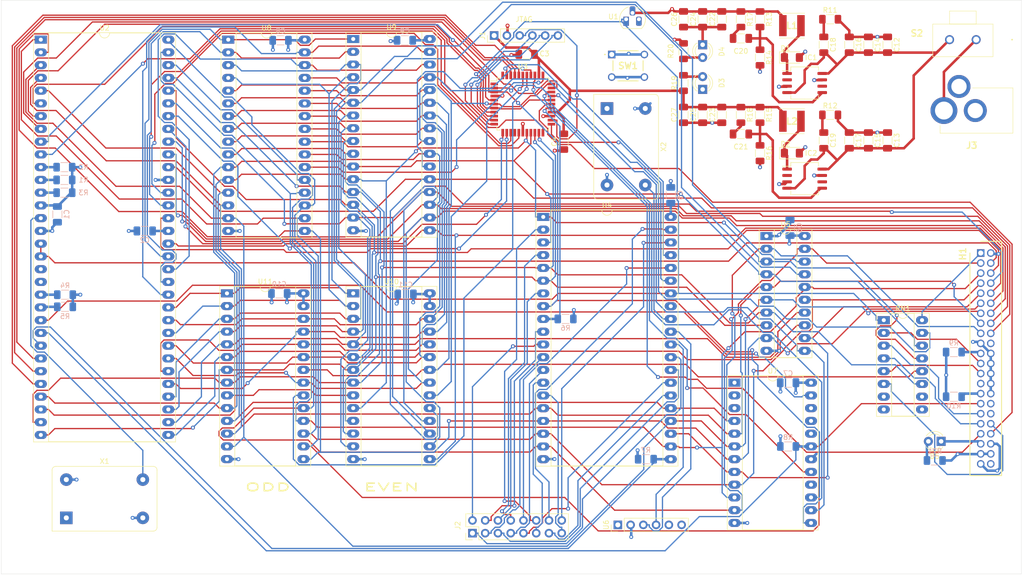
<source format=kicad_pcb>
(kicad_pcb (version 20211014) (generator pcbnew)
  (layers (0 "F.Cu" signal) (1 "In1.Cu" power "GND") (2 "In2.Cu" power "+5V") (31 "B.Cu" signal) (34 "B.Paste" user) (35 "F.Paste" user) (36 "B.SilkS" user "B.Silkscreen") (37 "F.SilkS" user "F.Silkscreen") (38 "B.Mask" user) (39 "F.Mask" user) (44 "Edge.Cuts" user))
  (net 0 "")
  (net 1 "D5")
  (net 2 "A4")
  (net 3 "D6")
  (net 4 "A3")
  (net 5 "D7")
  (net 6 "A2")
  (net 7 "D8")
  (net 8 "A1")
  (net 9 "D9")
  (net 10 "FC0")
  (net 11 "D10")
  (net 12 "FC1")
  (net 13 "D11")
  (net 14 "FC2")
  (net 15 "D12")
  (net 16 "~{DUART_DTACK}")
  (net 17 "D13")
  (net 18 "D14")
  (net 19 "~{IPL2}")
  (net 20 "D15")
  (net 21 "Net-(R5-Pad2)")
  (net 22 "GND")
  (net 23 "Net-(R4-Pad2)")
  (net 24 "A23")
  (net 25 "+5V")
  (net 26 "A22")
  (net 28 "A21")
  (net 29 "~{RESET}")
  (net 30 "A20")
  (net 31 "A19")
  (net 32 "Net-(U2-Pad15)")
  (net 33 "A18")
  (net 34 "A17")
  (net 35 "Net-(R3-Pad2)")
  (net 36 "A16")
  (net 37 "Net-(R1-Pad2)")
  (net 38 "A15")
  (net 39 "Net-(R2-Pad2)")
  (net 40 "A14")
  (net 41 "~{CPU_DTACK}")
  (net 42 "A13")
  (net 43 "R~{W}")
  (net 44 "A12")
  (net 45 "~{LDS}")
  (net 46 "A11")
  (net 47 "~{UDS}")
  (net 48 "A10")
  (net 49 "~{AS}")
  (net 50 "A9")
  (net 51 "D0")
  (net 52 "A8")
  (net 53 "D1")
  (net 54 "A7")
  (net 55 "D2")
  (net 56 "A6")
  (net 57 "D3")
  (net 58 "A5")
  (net 59 "D4")
  (net 61 "~{DUART_IACK}")
  (net 62 "~{ROM_UCE}")
  (net 63 "~{ROM_LCE}")
  (net 64 "~{RAM_UCE}")
  (net 65 "~{IDE_CS1}")
  (net 66 "+3V3")
  (net 67 "~{RAM_LCE}")
  (net 68 "~{OE}")
  (net 69 "NOT_DS")
  (net 70 "NOT_AS")
  (net 71 "~{IDE_CS2}")
  (net 72 "Net-(J1-Pad3)")
  (net 73 "~{DUART_CS}")
  (net 75 "Net-(J1-Pad4)")
  (net 76 "Net-(J1-Pad5)")
  (net 77 "Net-(J1-Pad6)")
  (net 78 "~{RTC_CS}")
  (net 80 "Net-(C12-Pad2)")
  (net 81 "Net-(C18-Pad1)")
  (net 82 "Net-(C19-Pad1)")
  (net 83 "Net-(C20-Pad2)")
  (net 84 "Net-(C20-Pad1)")
  (net 85 "Net-(C21-Pad2)")
  (net 86 "Net-(C21-Pad1)")
  (net 87 "IP4")
  (net 88 "IP5")
  (net 91 "IP2")
  (net 92 "OP7")
  (net 93 "OP5")
  (net 95 "OP3")
  (net 96 "Net-(U4-Pad32)")
  (net 97 "OP1")
  (net 98 "TxDA")
  (net 99 "TxDB")
  (net 100 "RxDA")
  (net 101 "RxDB")
  (net 102 "OP0")
  (net 103 "OP2")
  (net 104 "OP4")
  (net 105 "IP0")
  (net 106 "OP6")
  (net 111 "IP1")
  (net 115 "IP3")
  (net 125 "~{WE}")
  (net 126 "Net-(H1-Pad1)")
  (net 127 "Net-(H1-Pad21)")
  (net 128 "Net-(H1-Pad23)")
  (net 129 "Net-(H1-Pad25)")
  (net 130 "Net-(H1-Pad29)")
  (net 131 "Net-(H1-Pad33)")
  (net 132 "Net-(H1-Pad35)")
  (net 133 "Net-(H1-Pad36)")
  (net 134 "~{IDE_LED}")
  (net 135 "Net-(D3-Pad2)")
  (net 136 "Net-(D4-Pad2)")
  (net 137 "Net-(D5-Pad2)")
  (net 139 "Net-(D1-Pad1)")
  (net 140 "Net-(D2-Pad1)")
  (net 141 "~{IPL1}")
  (net 142 "~{IPL0}")
  (net 143 "VDD")
  (footprint "Package_QFP:TQFP-44_10x10mm_P0.8mm" (layer "F.Cu") (at 141.986 58.801)
    (fp_text reference "U3")
    (fp_text value "XC9572XL-VQ44")
  )
  (footprint "Connector_PinHeader_2.54mm:PinHeader_1x06_P2.54mm_Vertical" (layer "F.Cu") (at 136.271 45.1485 90)
    (fp_text reference "J1")
    (fp_text value "CPLD_JTAG")
  )
  (footprint "Capacitor_SMD:C_1206_3216Metric_Pad1.33x1.80mm_HandSolder" (layer "F.Cu") (at 142.748 48.895)
    (fp_text reference "C3")
    (fp_text value "0.1uF")
  )
  (footprint "Capacitor_SMD:C_1206_3216Metric_Pad1.33x1.80mm_HandSolder" (layer "F.Cu") (at 150.114 66.294 90)
    (fp_text reference "C4")
    (fp_text value "0.1uF")
  )
  (footprint "Capacitor_SMD:C_1206_3216Metric_Pad1.33x1.80mm_HandSolder" (layer "F.Cu") (at 214.63 46.99 -90)
    (fp_text reference "C12")
    (fp_text value "0.1uF")
  )
  (footprint "Capacitor_SMD:C_1206_3216Metric_Pad1.33x1.80mm_HandSolder" (layer "F.Cu") (at 214.63 66.04 -90)
    (fp_text reference "C13")
    (fp_text value "0.1uF")
  )
  (footprint "Capacitor_SMD:C_1206_3216Metric_Pad1.33x1.80mm_HandSolder" (layer "F.Cu") (at 210.82 46.99 -90)
    (fp_text reference "C14")
    (fp_text value "10uF")
  )
  (footprint "Capacitor_SMD:C_1206_3216Metric_Pad1.33x1.80mm_HandSolder" (layer "F.Cu") (at 210.82 66.04 -90)
    (fp_text reference "C15")
    (fp_text value "10uF")
  )
  (footprint "Capacitor_SMD:C_1206_3216Metric_Pad1.33x1.80mm_HandSolder" (layer "F.Cu") (at 207.01 46.99 -90)
    (fp_text reference "C16")
    (fp_text value "220pF")
  )
  (footprint "Capacitor_SMD:C_1206_3216Metric_Pad1.33x1.80mm_HandSolder" (layer "F.Cu") (at 207.01 66.04 -90)
    (fp_text reference "C17")
    (fp_text value "220pF")
  )
  (footprint "Capacitor_SMD:C_1206_3216Metric_Pad1.33x1.80mm_HandSolder" (layer "F.Cu") (at 201.93 46.99 -90)
    (fp_text reference "C18")
    (fp_text value "22nF")
  )
  (footprint "Capacitor_SMD:C_1206_3216Metric_Pad1.33x1.80mm_HandSolder" (layer "F.Cu") (at 201.93 66.04 -90)
    (fp_text reference "C19")
    (fp_text value "22nF")
  )
  (footprint "Capacitor_SMD:C_1206_3216Metric_Pad1.33x1.80mm_HandSolder" (layer "F.Cu") (at 185.42 45.72)
    (fp_text reference "C20")
    (fp_text value "470pF")
  )
  (footprint "Capacitor_SMD:C_1206_3216Metric_Pad1.33x1.80mm_HandSolder" (layer "F.Cu") (at 185.42 64.77)
    (fp_text reference "C21")
    (fp_text value "470pF")
  )
  (footprint "Capacitor_SMD:C_1206_3216Metric_Pad1.33x1.80mm_HandSolder" (layer "F.Cu") (at 181.61 41.91 90)
    (fp_text reference "C22")
    (fp_text value "47uF")
  )
  (footprint "Capacitor_SMD:C_1206_3216Metric_Pad1.33x1.80mm_HandSolder" (layer "F.Cu") (at 181.61 60.96 90)
    (fp_text reference "C23")
    (fp_text value "47uF")
  )
  (footprint "Capacitor_SMD:C_1206_3216Metric_Pad1.33x1.80mm_HandSolder" (layer "F.Cu") (at 177.8 41.91 90)
    (fp_text reference "C24")
    (fp_text value "47uF")
  )
  (footprint "Capacitor_SMD:C_1206_3216Metric_Pad1.33x1.80mm_HandSolder" (layer "F.Cu") (at 177.8 60.96 90)
    (fp_text reference "C25")
    (fp_text value "47uF")
  )
  (footprint "Capacitor_SMD:C_1206_3216Metric_Pad1.33x1.80mm_HandSolder" (layer "F.Cu") (at 173.99 41.91 90)
    (fp_text reference "C26")
    (fp_text value "100nF")
  )
  (footprint "Capacitor_SMD:C_1206_3216Metric_Pad1.33x1.80mm_HandSolder" (layer "F.Cu") (at 173.99 60.96 90)
    (fp_text reference "C27")
    (fp_text value "100nF")
  )
  (footprint "Package_DIP:DIP-40_W25.4mm_Socket_LongPads" (layer "F.Cu") (at 146.05 81.285)
    (fp_text reference "U4")
    (fp_text value "68681")
  )
  (footprint "Package_DIP:DIP-64_W25.4mm_Socket_LongPads" (layer "F.Cu") (at 45.974 45.969)
    (fp_text reference "U2")
    (fp_text value "68010D")
  )
  (footprint "Package_DIP:DIP-20_W7.62mm_Socket_LongPads" (layer "F.Cu") (at 190.51 85.095)
    (fp_text reference "U5")
    (fp_text value "74LS373")
  )
  (footprint "Connector_PinHeader_2.54mm:PinHeader_1x06_P2.54mm_Vertical" (layer "F.Cu") (at 160.909 142.621 90)
    (fp_text reference "U6")
    (fp_text value "CONSOLE")
  )
  (footprint "Oscillator:Oscillator_DIP-14_LargePads" (layer "F.Cu") (at 158.75 59.69 -90)
    (fp_text reference "X2")
    (fp_text value "CXO_DIP14")
  )
  (footprint "Package_DIP:DIP-28_W15.24mm_Socket_LongPads" (layer "F.Cu") (at 108.199 96.505)
    (fp_text reference "U10")
    (fp_text value "28C256")
  )
  (footprint "Package_DIP:DIP-28_W15.24mm_Socket_LongPads" (layer "F.Cu") (at 83.053 96.505)
    (fp_text reference "U11")
    (fp_text value "28C256")
  )
  (footprint "Package_DIP:DIP-32_W15.24mm_Socket_LongPads" (layer "F.Cu") (at 108.199 45.847)
    (fp_text reference "U9")
    (fp_text value "KM684000BLP-7L")
  )
  (footprint "Package_DIP:DIP-32_W15.24mm_Socket_LongPads" (layer "F.Cu") (at 83.307 45.974)
    (fp_text reference "U8")
    (fp_text value "KM684000BLP-7L")
  )
  (footprint "Package_DIP:DIP-24_W15.24mm_Socket_LongPads" (layer "F.Cu") (at 184.145 114.295)
    (fp_text reference "U7")
    (fp_text value "DS12887+")
  )
  (footprint "Oscillator:Oscillator_DIP-14_LargePads" (layer "F.Cu") (at 51.054 141.224)
    (fp_text reference "X1")
    (fp_text value "CLOCK")
  )
  (footprint "Connector_PinHeader_2.54mm:PinHeader_2x08_P2.54mm_Vertical" (layer "F.Cu") (at 131.953 144.272 90)
    (fp_text reference "J2")
    (fp_text value "DUART_IO")
  )
  (footprint "raven68k-rev1:SHDR44W55P200_2X22_4665X630X640P" (layer "F.Cu") (at 233.188 88.474 -90)
    (fp_text reference "H1")
    (fp_text value "IDE-44-PIN" hide)
  )
  (footprint "Package_DIP:DIP-16_W7.62mm_Socket_LongPads" (layer "F.Cu") (at 213.878 101.844)
    (fp_text reference "RN1")
    (fp_text value "22")
  )
  (footprint "LED_THT:LED_D3.0mm" (layer "F.Cu") (at 177.8 55.88 90)
    (fp_text reference "D3")
    (fp_text value "3.3V")
  )
  (footprint "Resistor_SMD:R_1206_3216Metric_Pad1.30x1.75mm_HandSolder" (layer "F.Cu") (at 173.99 48.26 -90)
    (fp_text reference "R20")
    (fp_text value "680")
  )
  (footprint "LED_THT:LED_D3.0mm" (layer "F.Cu") (at 177.8 46.99 -90)
    (fp_text reference "D4")
    (fp_text value "5V")
  )
  (footprint "Package_SO:SO-8_5.3x6.2mm_P1.27mm" (layer "F.Cu") (at 198.12 73.66)
    (fp_text reference "IC2")
    (fp_text value "L5970D013TR")
  )
  (footprint "Resistor_SMD:R_1206_3216Metric_Pad1.30x1.75mm_HandSolder" (layer "F.Cu") (at 185.42 41.91 -90)
    (fp_text reference "R17")
    (fp_text value "390")
  )
  (footprint "LED_THT:LED_D3.0mm" (layer "F.Cu") (at 225.298 125.984 180)
    (fp_text reference "D5")
    (fp_text value "LED")
  )
  (footprint "Resistor_SMD:R_1206_3216Metric_Pad1.30x1.75mm_HandSolder" (layer "F.Cu") (at 203.2 41.91)
    (fp_text reference "R11")
    (fp_text value "4.7K")
  )
  (footprint "Diode_SMD:D_1206_3216Metric_Pad1.42x1.75mm_HandSolder" (layer "F.Cu") (at 195.58 49.53)
    (fp_text reference "D1")
    (fp_text value "SB140")
  )
  (footprint "Resistor_SMD:R_1206_3216Metric_Pad1.30x1.75mm_HandSolder" (layer "F.Cu") (at 189.23 41.91 -90)
    (fp_text reference "R13")
    (fp_text value "3.9K")
  )
  (footprint "Resistor_SMD:R_1206_3216Metric_Pad1.30x1.75mm_HandSolder" (layer "F.Cu") (at 203.2 60.96)
    (fp_text reference "R12")
    (fp_text value "4.7K")
  )
  (footprint "Diode_SMD:D_1206_3216Metric_Pad1.42x1.75mm_HandSolder" (layer "F.Cu") (at 195.58 68.58)
    (fp_text reference "D2")
    (fp_text value "SB140")
  )
  (footprint "raven68k-rev1:RAPC722BK" (layer "F.Cu") (at 225.859 60.095 90)
    (fp_text reference "J3")
    (fp_text value "RAPC722BK" hide)
  )
  (footprint "Package_SO:SO-8_5.3x6.2mm_P1.27mm" (layer "F.Cu") (at 198.12 54.61)
    (fp_text reference "IC1")
    (fp_text value "L5970D013TR")
  )
  (footprint "raven68k-rev1:GPTS203212B" (layer "F.Cu") (at 232.283 45.974 180)
    (fp_text reference "S2")
    (fp_text value "POWER_SW" hide)
  )
  (footprint "Package_TO_SOT_THT:TO-92L_HandSolder" (layer "F.Cu") (at 162.56 41.91)
    (fp_text reference "U1")
    (fp_text value "MCP100-465D")
  )
  (footprint "raven68k-rev1:TS0266170BK160SCRD" (layer "F.Cu") (at 159.691 48.931)
    (fp_text reference "SW1")
    (fp_text value "RESET_SW" hide)
  )
  (footprint "Resistor_SMD:R_1206_3216Metric_Pad1.30x1.75mm_HandSolder" (layer "F.Cu") (at 173.99 54.61 90)
    (fp_text reference "R19")
    (fp_text value "330")
  )
  (footprint "Resistor_SMD:R_1206_3216Metric_Pad1.30x1.75mm_HandSolder" (layer "F.Cu") (at 189.23 60.96 -90)
    (fp_text reference "R15")
    (fp_text value "4.7K")
  )
  (footprint "Resistor_SMD:R_1206_3216Metric_Pad1.30x1.75mm_HandSolder" (layer "F.Cu") (at 189.23 49.53 -90)
    (fp_text reference "R14")
    (fp_text value "1.2K")
  )
  (footprint "raven68k-rev1:SRN5040TA101K" (layer "F.Cu") (at 195.58 43.18 180)
    (fp_text reference "L1")
    (fp_text value "SRN5040TA-101K" hide)
  )
  (footprint "Resistor_SMD:R_1206_3216Metric_Pad1.30x1.75mm_HandSolder" (layer "F.Cu") (at 189.23 68.58 -90)
    (fp_text reference "R16")
    (fp_text value "2.7K")
  )
  (footprint "raven68k-rev1:SRN5040TA101K" (layer "F.Cu") (at 195.58 62.23 180)
    (fp_text reference "L2")
    (fp_text value "SRN5040TA-101K" hide)
  )
  (footprint "Resistor_SMD:R_1206_3216Metric_Pad1.30x1.75mm_HandSolder" (layer "F.Cu") (at 185.42 60.96 -90)
    (fp_text reference "R18")
    (fp_text value "390")
  )
  (footprint "Capacitor_SMD:C_1206_3216Metric_Pad1.33x1.80mm_HandSolder" (layer "B.Cu") (at 49.276 80.772 90)
    (fp_text reference "C1")
    (fp_text value "0.1uF")
  )
  (footprint "Capacitor_SMD:C_1206_3216Metric_Pad1.33x1.80mm_HandSolder" (layer "B.Cu") (at 66.675 84.074)
    (fp_text reference "C2")
    (fp_text value "0.1uF")
  )
  (footprint "Capacitor_SMD:C_1206_3216Metric_Pad1.33x1.80mm_HandSolder" (layer "B.Cu") (at 171.45 76.962 90)
    (fp_text reference "C5")
    (fp_text value "0.1uF")
  )
  (footprint "Capacitor_SMD:C_1206_3216Metric_Pad1.33x1.80mm_HandSolder" (layer "B.Cu") (at 195.199 83.439 90)
    (fp_text reference "C6")
    (fp_text value "0.1uF")
  )
  (footprint "Capacitor_SMD:C_1206_3216Metric_Pad1.33x1.80mm_HandSolder" (layer "B.Cu") (at 194.818 114.3 180)
    (fp_text reference "C7")
    (fp_text value "0.1uF")
  )
  (footprint "Capacitor_SMD:C_1206_3216Metric_Pad1.33x1.80mm_HandSolder" (layer "B.Cu") (at 93.726 46.101 180)
    (fp_text reference "C8")
    (fp_text value "0.1uF")
  )
  (footprint "Capacitor_SMD:C_1206_3216Metric_Pad1.33x1.80mm_HandSolder" (layer "B.Cu") (at 118.491 46.101 180)
    (fp_text reference "C9")
    (fp_text value "0.1uF")
  )
  (footprint "Capacitor_SMD:C_1206_3216Metric_Pad1.33x1.80mm_HandSolder" (layer "B.Cu") (at 118.618 96.647 180)
    (fp_text reference "C11")
    (fp_text value "0.1uF")
  )
  (footprint "Capacitor_SMD:C_1206_3216Metric_Pad1.33x1.80mm_HandSolder" (layer "B.Cu") (at 93.472 96.52 180)
    (fp_text reference "C10")
    (fp_text value "0.1uF")
  )
  (footprint "Resistor_SMD:R_1206_3216Metric_Pad1.30x1.75mm_HandSolder" (layer "B.Cu") (at 224.028 129.794 180)
    (fp_text reference "R21")
    (fp_text value "680")
  )
  (footprint "Resistor_SMD:R_1206_3216Metric_Pad1.30x1.75mm_HandSolder" (layer "B.Cu") (at 50.8 96.774 180)
    (fp_text reference "R4")
    (fp_text value "2.2k")
  )
  (footprint "Resistor_SMD:R_1206_3216Metric_Pad1.30x1.75mm_HandSolder" (layer "B.Cu") (at 50.673 71.374 180)
    (fp_text reference "R2")
    (fp_text value "2.2k")
  )
  (footprint "Resistor_SMD:R_1206_3216Metric_Pad1.30x1.75mm_HandSolder" (layer "B.Cu") (at 50.673 73.914 180)
    (fp_text reference "R1")
    (fp_text value "2.2k")
  )
  (footprint "Resistor_SMD:R_1206_3216Metric_Pad1.30x1.75mm_HandSolder" (layer "B.Cu") (at 150.495 101.6)
    (fp_text reference "R6")
    (fp_text value "4.7k")
  )
  (footprint "Resistor_SMD:R_1206_3216Metric_Pad1.30x1.75mm_HandSolder" (layer "B.Cu") (at 194.818 127 180)
    (fp_text reference "R8")
    (fp_text value "4.7k")
  )
  (footprint "Resistor_SMD:R_1206_3216Metric_Pad1.30x1.75mm_HandSolder" (layer "B.Cu") (at 166.497 129.54 180)
    (fp_text reference "R7")
    (fp_text value "4.7k")
  )
  (footprint "Resistor_SMD:R_1206_3216Metric_Pad1.30x1.75mm_HandSolder" (layer "B.Cu") (at 227.838 117.094)
    (fp_text reference "R10")
    (fp_text value "10K")
  )
  (footprint "Resistor_SMD:R_1206_3216Metric_Pad1.30x1.75mm_HandSolder" (layer "B.Cu") (at 50.673 76.454 180)
    (fp_text reference "R3")
    (fp_text value "2.2k")
  )
  (footprint "Resistor_SMD:R_1206_3216Metric_Pad1.30x1.75mm_HandSolder" (layer "B.Cu") (at 50.8 99.187 180)
    (fp_text reference "R5")
    (fp_text value "2.2k")
  )
  (footprint "Resistor_SMD:R_1206_3216Metric_Pad1.30x1.75mm_HandSolder" (layer "B.Cu") (at 227.838 108.204 180)
    (fp_text reference "R9")
    (fp_text value "10K")
  )
  (gr_line (start 38.1 152.4) (end 38.1 38.1) (layer "Edge.Cuts") (width 0.05))
  (gr_line (start 241.3 38.1) (end 241.3 152.4) (layer "Edge.Cuts") (width 0.05))
  (gr_line (start 241.3 152.4) (end 38.1 152.4) (layer "Edge.Cuts") (width 0.05))
  (gr_line (start 38.1 38.1) (end 241.3 38.1) (layer "Edge.Cuts") (width 0.05))
  (gr_text "ODD" (at 91.186 135.128) (layer "F.SilkS") (effects (font (size 1.5 3) (thickness 0.3))))
  (gr_text "EVEN" (at 115.824 135.128) (layer "F.SilkS") (effects (font (size 1.5 3) (thickness 0.3))))
  (gr_text "JTAG" (at 142.24 41.91) (layer "F.SilkS") (effects (font (size 1 1))))
  (segment (start 187.9624 111.9331) (end 189.8336 111.9331) (width 0.25) (layer "F.Cu") (net 1))
  (segment (start 100.9478 125.5745) (end 99.8183 124.445) (width 0.25) (layer "F.Cu") (net 1))
  (segment (start 98.293 124.445) (end 99.8183 124.445) (width 0.25) (layer "F.Cu") (net 1))
  (segment (start 143.4152 125.5745) (end 100.9478 125.5745) (width 0.25) (layer "F.Cu") (net 1))
  (segment (start 193.9056 107.6479) (end 197.4938 104.0597) (width 0.25) (layer "F.Cu") (net 1))
  (segment (start 197.4938 104.0597) (end 198.9799 104.0597) (width 0.25) (layer "F.Cu") (net 1))
  (segment (start 198.9799 104.0597) (end 199.6553 103.3843) (width 0.25) (layer "F.Cu") (net 1))
  (segment (start 229.867 97.795) (end 199.6553 97.795) (width 0.25) (layer "F.Cu") (net 1))
  (segment (start 189.8336 111.9331) (end 193.9056 107.8611) (width 0.25) (layer "F.Cu") (net 1))
  (segment (start 193.9056 107.8611) (end 193.9056 107.6479) (width 0.25) (layer "F.Cu") (net 1))
  (segment (start 184.145 134.615) (end 157.7253 134.615) (width 0.25) (layer "F.Cu") (net 1))
  (segment (start 144.5247 124.465) (end 143.4152 125.5745) (width 0.25) (layer "F.Cu") (net 1))
  (segment (start 157.7253 134.615) (end 147.5753 124.465) (width 0.25) (layer "F.Cu") (net 1))
  (segment (start 198.13 97.795) (end 199.6553 97.795) (width 0.25) (layer "F.Cu") (net 1))
  (segment (start 233.188 94.474) (end 229.867 97.795) (width 0.25) (layer "F.Cu") (net 1))
  (segment (start 199.6553 103.3843) (end 199.6553 97.795) (width 0.25) (layer "F.Cu") (net 1))
  (segment (start 146.05 124.465) (end 144.5247 124.465) (width 0.25) (layer "F.Cu") (net 1))
  (segment (start 146.05 124.465) (end 147.5753 124.465) (width 0.25) (layer "F.Cu") (net 1))
  (via (at 187.9624 111.9331) (size 0.8) (drill 0.4) (layers "F.Cu" "B.Cu") (net 1))
  (segment (start 82.5453 57.404) (end 71.374 46.2327) (width 0.25) (layer "B.Cu") (net 1))
  (segment (start 99.2892 72.644) (end 97.7559 72.644) (width 0.25) (layer "B.Cu") (net 1))
  (segment (start 100.5226 73.8774) (end 99.2892 72.644) (width 0.25) (layer "B.Cu") (net 1))
  (segment (start 99.8183 124.445) (end 100.7656 123.4977) (width 0.25) (layer "B.Cu") (net 1))
  (segment (start 97.7559 72.644) (end 88.0201 62.9082) (width 0.25) (layer "B.Cu") (net 1))
  (segment (start 88.0201 62.9082) (end 88.0201 61.3742) (width 0.25) (layer "B.Cu") (net 1))
  (segment (start 84.0499 57.404) (end 82.5453 57.404) (width 0.25) (layer "B.Cu") (net 1))
  (segment (start 96.5703 80.9707) (end 98.547 78.994) (width 0.25) (layer "B.Cu") (net 1))
  (segment (start 98.547 78.994) (end 100.0723 78.994) (width 0.25) (layer "B.Cu") (net 1))
  (segment (start 100.5226 78.5437) (end 100.5226 73.8774) (width 0.25) (layer "B.Cu") (net 1))
  (segment (start 187.9624 111.9331) (end 187.9624 132.3229) (width 0.25) (layer "B.Cu") (net 1))
  (segment (start 184.145 134.615) (end 185.6703 134.615) (width 0.25) (layer "B.Cu") (net 1))
  (segment (start 96.5703 85.8814) (end 96.5703 80.9707) (width 0.25) (layer "B.Cu") (net 1))
  (segment (start 100.7656 123.4977) (end 100.7656 90.0767) (width 0.25) (layer "B.Cu") (net 1))
  (segment (start 98.293 124.445) (end 99.8183 124.445) (width 0.25) (layer "B.Cu") (net 1))
  (segment (start 88.0201 61.3742) (end 84.0499 57.404) (width 0.25) (layer "B.Cu") (net 1))
  (segment (start 100.7656 90.0767) (end 96.5703 85.8814) (width 0.25) (layer "B.Cu") (net 1))
  (segment (start 100.0723 78.994) (end 100.5226 78.5437) (width 0.25) (layer "B.Cu") (net 1))
  (segment (start 187.9624 132.3229) (end 185.6703 134.615) (width 0.25) (layer "B.Cu") (net 1))
  (segment (start 71.374 46.2327) (end 71.374 45.969) (width 0.25) (layer "B.Cu") (net 1))
  (segment (start 143.8044 93.2647) (end 112.7124 93.2647) (width 0.25) (layer "F.Cu") (net 2))
  (segment (start 148.8795 95.2892) (end 174.6299 95.2892) (width 0.25) (layer "F.Cu") (net 2))
  (segment (start 83.053 111.745) (end 94.3725 111.745) (width 0.25) (layer "F.Cu") (net 2))
  (segment (start 76.261 123.2598) (end 76.0818 123.439) (width 0.25) (layer "F.Cu") (net 2))
  (segment (start 84.8323 66.294) (end 85.9783 65.148) (width 0.25) (layer "F.Cu") (net 2))
  (segment (start 45.974 124.709) (end 47.4993 124.709) (width 0.25) (layer "F.Cu") (net 2))
  (segment (start 108.199 66.167) (end 106.6737 66.167) (width 0.25) (layer "F.Cu") (net 2))
  (segment (start 145.186 65.5763) (end 145.322 65.7123) (width 0.25) (layer "F.Cu") (net 2))
  (segment (start 83.307 66.294) (end 84.8323 66.294) (width 0.25) (layer "F.Cu") (net 2))
  (segment (start 145.186 64.501) (end 145.186 65.5763) (width 0.25) (layer "F.Cu") (net 2))
  (segment (start 105.5402 110.6115) (end 106.6737 111.745) (width 0.25) (layer "F.Cu") (net 2))
  (segment (start 85.9783 65.148) (end 105.6547 65.148) (width 0.25) (layer "F.Cu") (net 2))
  (segment (start 108.199 111.745) (end 106.6737 111.745) (width 0.25) (layer "F.Cu") (net 2))
  (segment (start 147.5753 93.985) (end 148.8795 95.2892) (width 0.25) (layer "F.Cu") (net 2))
  (segment (start 145.322 65.7123) (end 145.322 65.8775) (width 0.25) (layer "F.Cu") (net 2))
  (segment (start 146.05 93.985) (end 147.5753 93.985) (width 0.25) (layer "F.Cu") (net 2))
  (segment (start 95.506 110.6115) (end 105.5402 110.6115) (width 0.25) (layer "F.Cu") (net 2))
  (segment (start 94.3725 111.745) (end 95.506 110.6115) (width 0.25) (layer "F.Cu") (net 2))
  (segment (start 105.6547 65.148) (end 106.6737 66.167) (width 0.25) (layer "F.Cu") (net 2))
  (segment (start 174.6299 95.2892) (end 182.2157 102.875) (width 0.25) (layer "F.Cu") (net 2))
  (segment (start 182.2157 102.875) (end 188.9847 102.875) (width 0.25) (layer "F.Cu") (net 2))
  (segment (start 144.5247 93.985) (end 143.8044 93.2647) (width 0.25) (layer "F.Cu") (net 2))
  (segment (start 48.7693 123.439) (end 47.4993 124.709) (width 0.25) (layer "F.Cu") (net 2))
  (segment (start 76.0818 123.439) (end 48.7693 123.439) (width 0.25) (layer "F.Cu") (net 2))
  (segment (start 190.51 102.875) (end 188.9847 102.875) (width 0.25) (layer "F.Cu") (net 2))
  (segment (start 146.05 93.985) (end 144.5247 93.985) (width 0.25) (layer "F.Cu") (net 2))
  (via (at 76.261 123.2598) (size 0.8) (drill 0.4) (layers "F.Cu" "B.Cu") (net 2))
  (via (at 112.7124 93.2647) (size 0.8) (drill 0.4) (layers "F.Cu" "B.Cu") (net 2))
  (via (at 145.322 65.8775) (size 0.8) (drill 0.4) (layers "F.Cu" "B.Cu") (net 2))
  (segment (start 106.2234 66.6173) (end 106.6737 66.167) (width 0.25) (layer "B.Cu") (net 2))
  (segment (start 107.2986 77.4524) (end 106.2234 76.3772) (width 0.25) (layer "B.Cu") (net 2))
  (segment (start 148.4759 93.0844) (end 148.4759 69.0314) (width 0.25) (layer "B.Cu") (net 2))
  (segment (start 148.4759 69.0314) (end 145.322 65.8775) (width 0.25) (layer "B.Cu") (net 2))
  (segment (start 146.05 93.985) (end 147.5753 93.985) (width 0.25) (layer "B.Cu") (net 2))
  (segment (start 112.7124 89.0723) (end 113.1281 88.6566) (width 0.25) (layer "B.Cu") (net 2))
  (segment (start 147.5753 93.985) (end 148.4759 93.0844) (width 0.25) (layer "B.Cu") (net 2))
  (segment (start 81.5277 117.9931) (end 76.261 123.2598) (width 0.25) (layer "B.Cu") (net 2))
  (segment (start 81.5277 111.745) (end 81.5277 117.9931) (width 0.25) (layer "B.Cu") (net 2))
  (segment (start 108.4656 111.745) (end 112.7124 107.4982) (width 0.25) (layer "B.Cu") (net 2))
  (segment (start 83.053 111.745) (end 81.5277 111.745) (width 0.25) (layer "B.Cu") (net 2))
  (segment (start 113.1281 81.7756) (end 108.8049 77.4524) (width 0.25) (layer "B.Cu") (net 2))
  (segment (start 112.7124 107.4982) (end 112.7124 93.2647) (width 0.25) (layer "B.Cu") (net 2))
  (segment (start 113.1281 88.6566) (end 113.1281 81.7756) (width 0.25) (layer "B.Cu") (net 2))
  (segment (start 108.199 66.167) (end 106.6737 66.167) (width 0.25) (layer "B.Cu") (net 2))
  (segment (start 106.2234 76.3772) (end 106.2234 66.6173) (width 0.25) (layer "B.Cu") (net 2))
  (segment (start 112.7124 93.2647) (end 112.7124 89.0723) (width 0.25) (layer "B.Cu") (net 2))
  (segment (start 108.8049 77.4524) (end 107.2986 77.4524) (width 0.25) (layer "B.Cu") (net 2))
  (segment (start 108.199 111.745) (end 108.4656 111.745) (width 0.25) (layer "B.Cu") (net 2))
  (segment (start 171.45 127.005) (end 169.9247 127.005) (width 0.25) (layer "F.Cu") (net 3))
  (segment (start 98.293 121.905) (end 99.8183 121.905) (width 0.25) (layer "F.Cu") (net 3))
  (segment (start 191.3177 104.145) (end 186.2184 104.145) (width 0.25) (layer "F.Cu") (net 3))
  (segment (start 198.5635 95.255) (end 199.6553 95.255) (width 0.25) (layer "F.Cu") (net 3))
  (segment (start 196.4562 97.3623) (end 196.4562 99.0065) (width 0.25) (layer "F.Cu") (net 3))
  (segment (start 176.6796 127.2184) (end 173.1887 127.2184) (width 0.25) (layer "F.Cu") (net 3))
  (segment (start 230.1087 95.5533) (end 199.9536 95.5533) (width 0.25) (layer "F.Cu") (net 3))
  (segment (start 173.1887 127.2184) (end 172.9753 127.005) (width 0.25) (layer "F.Cu") (net 3))
  (segment (start 101.0883 123.175) (end 166.0947 123.175) (width 0.25) (layer "F.Cu") (net 3))
  (segment (start 199.9536 95.5533) (end 199.6553 95.255) (width 0.25) (layer "F.Cu") (net 3))
  (segment (start 166.0947 123.175) (end 169.9247 127.005) (width 0.25) (layer "F.Cu") (net 3))
  (segment (start 198.13 95.255) (end 198.5635 95.255) (width 0.25) (layer "F.Cu") (net 3))
  (segment (start 233.188 92.474) (end 230.1087 95.5533) (width 0.25) (layer "F.Cu") (net 3))
  (segment (start 186.2184 104.145) (end 182.9395 107.4239) (width 0.25) (layer "F.Cu") (net 3))
  (segment (start 198.5635 95.255) (end 196.4562 97.3623) (width 0.25) (layer "F.Cu") (net 3))
  (segment (start 196.4562 99.0065) (end 191.3177 104.145) (width 0.25) (layer "F.Cu") (net 3))
  (segment (start 171.45 127.005) (end 172.9753 127.005) (width 0.25) (layer "F.Cu") (net 3))
  (segment (start 99.8183 121.905) (end 101.0883 123.175) (width 0.25) (layer "F.Cu") (net 3))
  (via (at 182.9395 107.4239) (size 0.8) (drill 0.4) (layers "F.Cu" "B.Cu") (net 3))
  (via (at 176.6796 127.2184) (size 0.8) (drill 0.4) (layers "F.Cu" "B.Cu") (net 3))
  (segment (start 72.3042 54.859) (end 70.6159 54.859) (width 0.25) (layer "B.Cu") (net 3))
  (segment (start 70.6159 54.859) (end 69.8487 54.0918) (width 0.25) (layer "B.Cu") (net 3))
  (segment (start 95.6695 76.6376) (end 96.8381 76.6376) (width 0.25) (layer "B.Cu") (net 3))
  (segment (start 98.293 121.905) (end 96.7677 121.905) (width 0.25) (layer "B.Cu") (net 3))
  (segment (start 95.6695 86.6366) (end 99.8455 90.8126) (width 0.25) (layer "B.Cu") (net 3))
  (segment (start 84.0559 65.024) (end 82.4692 65.024) (width 0.25) (layer "B.Cu") (net 3))
  (segment (start 181.6809 136.2162) (end 181.6809 127.2184) (width 0.25) (layer "B.Cu") (net 3))
  (segment (start 181.6809 108.6825) (end 181.6809 127.2184) (width 0.25) (layer "B.Cu") (net 3))
  (segment (start 182.9395 107.4239) (end 181.6809 108.6825) (width 0.25) (layer "B.Cu") (net 3))
  (segment (start 82.4692 65.024) (end 72.3042 54.859) (width 0.25) (layer "B.Cu") (net 3))
  (segment (start 96.7677 118.8614) (end 96.7677 121.905) (width 0.25) (layer "B.Cu") (net 3))
  (segment (start 95.6695 76.6376) (end 95.6695 86.6366) (width 0.25) (layer "B.Cu") (net 3))
  (segment (start 69.8487 54.0918) (end 69.8487 48.509) (width 0.25) (layer "B.Cu") (net 3))
  (segment (start 98.547 76.454) (end 97.0217 76.454) (width 0.25) (layer "B.Cu") (net 3))
  (segment (start 97.5341 118.095) (end 96.7677 118.8614) (width 0.25) (layer "B.Cu") (net 3))
  (segment (start 182.6197 137.155) (end 181.6809 136.2162) (width 0.25) (layer "B.Cu") (net 3))
  (segment (start 99.0332 118.095) (end 97.5341 118.095) (width 0.25) (layer "B.Cu") (net 3))
  (segment (start 71.374 48.509) (end 69.8487 48.509) (width 0.25) (layer "B.Cu") (net 3))
  (segment (start 181.6809 127.2184) (end 176.6796 127.2184) (width 0.25) (layer "B.Cu") (net 3))
  (segment (start 99.8455 90.8126) (end 99.8455 117.2827) (width 0.25) (layer "B.Cu") (net 3))
  (segment (start 96.8381 76.6376) (end 97.0217 76.454) (width 0.25) (layer "B.Cu") (net 3))
  (segment (start 95.6695 76.6376) (end 84.0559 65.024) (width 0.25) (layer "B.Cu") (net 3))
  (segment (start 99.8455 117.2827) (end 99.0332 118.095) (width 0.25) (layer "B.Cu") (net 3))
  (segment (start 184.145 137.155) (end 182.6197 137.155) (width 0.25) (layer "B.Cu") (net 3))
  (segment (start 45.974 122.169) (end 44.4487 122.169) (width 0.25) (layer "F.Cu") (net 4))
  (segment (start 80.6411 113.3984) (end 81.5277 114.285) (width 0.25) (layer "F.Cu") (net 4))
  (segment (start 83.053 114.285) (end 81.5277 114.285) (width 0.25) (layer "F.Cu") (net 4))
  (segment (start 100.2866 113.1206) (end 85.7427 113.1206) (width 0.25) (layer "F.Cu") (net 4))
  (segment (start 45.2217 115.819) (end 47.4994 115.819) (width 0.25) (layer "F.Cu") (net 4))
  (segment (start 108.199 114.285) (end 101.451 114.285) (width 0.25) (layer "F.Cu") (net 4))
  (segment (start 85.7427 113.1206) (end 84.5783 114.285) (width 0.25) (layer "F.Cu") (net 4))
  (segment (start 144.386 66.385) (end 144.386 64.501) (width 0.25) (layer "F.Cu") (net 4))
  (segment (start 148.9446 92.8143) (end 147.5753 91.445) (width 0.25) (layer "F.Cu") (net 4))
  (segment (start 183.2229 102.4149) (end 173.6223 92.8143) (width 0.25) (layer "F.Cu") (net 4))
  (segment (start 44.4487 116.592) (end 45.2217 115.819) (width 0.25) (layer "F.Cu") (net 4))
  (segment (start 188.9847 100.335) (end 186.9048 102.4149) (width 0.25) (layer "F.Cu") (net 4))
  (segment (start 146.05 91.445) (end 147.5753 91.445) (width 0.25) (layer "F.Cu") (net 4))
  (segment (start 83.053 114.285) (end 84.5783 114.285) (width 0.25) (layer "F.Cu") (net 4))
  (segment (start 83.307 68.834) (end 84.8323 68.834) (width 0.25) (layer "F.Cu") (net 4))
  (segment (start 186.9048 102.4149) (end 183.2229 102.4149) (width 0.25) (layer "F.Cu") (net 4))
  (segment (start 44.4487 122.169) (end 44.4487 116.592) (width 0.25) (layer "F.Cu") (net 4))
  (segment (start 106.6737 68.707) (end 105.6276 67.6609) (width 0.25) (layer "F.Cu") (net 4))
  (segment (start 86.0054 67.6609) (end 84.8323 68.834) (width 0.25) (layer "F.Cu") (net 4))
  (segment (start 144.4392 91.3595) (end 113.9464 91.3595) (width 0.25) (layer "F.Cu") (net 4))
  (segment (start 47.4994 115.819) (end 49.92 113.3984) (width 0.25) (layer "F.Cu") (net 4))
  (segment (start 105.6276 67.6609) (end 86.0054 67.6609) (width 0.25) (layer "F.Cu") (net 4))
  (segment (start 144.5247 91.445) (end 144.4392 91.3595) (width 0.25) (layer "F.Cu") (net 4))
  (segment (start 190.51 100.335) (end 188.9847 100.335) (width 0.25) (layer "F.Cu") (net 4))
  (segment (start 173.6223 92.8143) (end 148.9446 92.8143) (width 0.25) (layer "F.Cu") (net 4))
  (segment (start 146.05 91.445) (end 144.5247 91.445) (width 0.25) (layer "F.Cu") (net 4))
  (segment (start 101.451 114.285) (end 100.2866 113.1206) (width 0.25) (layer "F.Cu") (net 4))
  (segment (start 49.92 113.3984) (end 80.6411 113.3984) (width 0.25) (layer "F.Cu") (net 4))
  (segment (start 108.199 68.707) (end 106.6737 68.707) (width 0.25) (layer "F.Cu") (net 4))
  (via (at 113.9464 91.3595) (size 0.8) (drill 0.4) (layers "F.Cu" "B.Cu") (net 4))
  (via (at 144.386 66.385) (size 0.8) (drill 0.4) (layers "F.Cu" "B.Cu") (net 4))
  (segment (start 207.4618 110.734) (end 200.8728 104.145) (width 0.25) (layer "B.Cu") (net 4))
  (segment (start 114.3364 80.3022) (end 108.9466 74.9124) (width 0.25) (layer "B.Cu") (net 4))
  (segment (start 148.0256 70.0246) (end 144.386 66.385) (width 0.25) (layer "B.Cu") (net 4))
  (segment (start 219.9727 114.544) (end 216.1627 110.734) (width 0.25) (layer "B.Cu") (net 4))
  (segment (start 108.9466 74.9124) (end 107.2908 74.9124) (width 0.25) (layer "B.Cu") (net 4))
  (segment (start 108.199 68.707) (end 106.6737 68.707) (width 0.25) (layer "B.Cu") (net 4))
  (segment (start 109.7243 114.285) (end 113.9464 110.0629) (width 0.25) (layer "B.Cu") (net 4))
  (segment (start 113.9464 110.0629) (end 113.9464 91.3595) (width 0.25) (layer "B.Cu") (net 4))
  (segment (start 146.05 91.445) (end 147.5753 91.445) (width 0.25) (layer "B.Cu") (net 4))
  (segment (start 190.51 100.335) (end 192.0353 100.335) (width 0.25) (layer "B.Cu") (net 4))
  (segment (start 106.6737 74.2953) (end 106.6737 68.707) (width 0.25) (layer "B.Cu") (net 4))
  (segment (start 107.2908 74.9124) (end 106.6737 74.2953) (width 0.25) (layer "B.Cu") (net 4))
  (segment (start 221.498 114.544) (end 219.9727 114.544) (width 0.25) (layer "B.Cu") (net 4))
  (segment (start 200.8728 104.145) (end 195.8453 104.145) (width 0.25) (layer "B.Cu") (net 4))
  (segment (start 195.8453 104.145) (end 192.0353 100.335) (width 0.25) (layer "B.Cu") (net 4))
  (segment (start 216.1627 110.734) (end 207.4618 110.734) (width 0.25) (layer "B.Cu") (net 4))
  (segment (start 113.9464 91.3595) (end 114.3364 90.9695) (width 0.25) (layer "B.Cu") (net 4))
  (segment (start 114.3364 90.9695) (end 114.3364 80.3022) (width 0.25) (layer "B.Cu") (net 4))
  (segment (start 148.0256 90.9947) (end 148.0256 70.0246) (width 0.25) (layer "B.Cu") (net 4))
  (segment (start 147.5753 91.445) (end 148.0256 90.9947) (width 0.25) (layer "B.Cu") (net 4))
  (segment (start 108.199 114.285) (end 109.7243 114.285) (width 0.25) (layer "B.Cu") (net 4))
  (segment (start 189.6109 93.9465) (end 184.9285 98.6289) (width 0.25) (layer "F.Cu") (net 5))
  (segment (start 88.3921 119.365) (end 98.293 119.365) (width 0.25) (layer "F.Cu") (net 5))
  (segment (start 198.13 87.635) (end 199.6553 87.635) (width 0.25) (layer "F.Cu") (net 5))
  (segment (start 81.4811 123.9736) (end 82.1351 123.3196) (width 0.25) (layer "F.Cu") (net 5))
  (segment (start 146.8127 127.005) (end 146.05 127.005) (width 0.25) (layer "F.Cu") (net 5))
  (segment (start 99.2232 125.715) (end 82.3239 125.715) (width 0.25) (layer "F.Cu") (net 5))
  (segment (start 82.3239 125.715) (end 81.4811 124.8722) (width 0.25) (layer "F.Cu") (net 5))
  (segment (start 191.3418 93.9465) (end 189.6109 93.9465) (width 0.25) (layer "F.Cu") (net 5))
  (segment (start 144.5247 127.005) (end 143.4193 128.1104) (width 0.25) (layer "F.Cu") (net 5))
  (segment (start 233.188 90.474) (end 202.4943 90.474) (width 0.25) (layer "F.Cu") (net 5))
  (segment (start 184.9285 100.3276) (end 183.6111 101.645) (width 0.25) (layer "F.Cu") (net 5))
  (segment (start 84.4375 123.3196) (end 88.3921 119.365) (width 0.25) (layer "F.Cu") (net 5))
  (segment (start 184.145 139.695) (end 182.6197 139.695) (width 0.25) (layer "F.Cu") (net 5))
  (segment (start 183.6111 101.645) (end 183.4814 101.645) (width 0.25) (layer "F.Cu") (net 5))
  (segment (start 196.6047 88.6836) (end 191.3418 93.9465) (width 0.25) (layer "F.Cu") (net 5))
  (segment (start 146.05 127.005) (end 144.5247 127.005) (width 0.25) (layer "F.Cu") (net 5))
  (segment (start 202.4943 90.474) (end 199.6553 87.635) (width 0.25) (layer "F.Cu") (net 5))
  (segment (start 146.8127 127.005) (end 147.5753 127.005) (width 0.25) (layer "F.Cu") (net 5))
  (segment (start 184.9285 98.6289) (end 184.9285 100.3276) (width 0.25) (layer "F.Cu") (net 5))
  (segment (start 160.2653 139.695) (end 147.5753 127.005) (width 0.25) (layer "F.Cu") (net 5))
  (segment (start 182.6197 139.695) (end 160.2653 139.695) (width 0.25) (layer "F.Cu") (net 5))
  (segment (start 143.4193 128.1104) (end 101.6186 128.1104) (width 0.25) (layer "F.Cu") (net 5))
  (segment (start 82.1351 123.3196) (end 84.4375 123.3196) (width 0.25) (layer "F.Cu") (net 5))
  (segment (start 101.6186 128.1104) (end 99.2232 125.715) (width 0.25) (layer "F.Cu") (net 5))
  (segment (start 81.4811 124.8722) (end 81.4811 123.9736) (width 0.25) (layer "F.Cu") (net 5))
  (segment (start 198.13 87.635) (end 196.6047 87.635) (width 0.25) (layer "F.Cu") (net 5))
  (segment (start 196.6047 87.635) (end 196.6047 88.6836) (width 0.25) (layer "F.Cu") (net 5))
  (via (at 183.4814 101.645) (size 0.8) (drill 0.4) (layers "F.Cu" "B.Cu") (net 5))
  (segment (start 96.1199 79.4124) (end 96.1199 86.45) (width 0.25) (layer "B.Cu") (net 5))
  (segment (start 183.6648 101.8284) (end 183.4814 101.645) (width 0.25) (layer "B.Cu") (net 5))
  (segment (start 183.6648 107.8541) (end 183.6648 101.8284) (width 0.25) (layer "B.Cu") (net 5))
  (segment (start 185.6703 136.6579) (end 184.8009 135.7885) (width 0.25) (layer "B.Cu") (net 5))
  (segment (start 72.8993 51.049) (end 81.7943 59.944) (width 0.25) (layer "B.Cu") (net 5))
  (segment (start 183.2855 135.7885) (end 182.1444 134.6474) (width 0.25) (layer "B.Cu") (net 5))
  (segment (start 84.0729 59.944) (end 97.0217 72.8928) (width 0.25) (layer "B.Cu") (net 5))
  (segment (start 98.547 73.914) (end 97.0217 73.914) (width 0.25) (layer "B.Cu") (net 5))
  (segment (start 97.0217 72.8928) (end 97.0217 73.914) (width 0.25) (layer "B.Cu") (net 5))
  (segment (start 71.374 51.049) (end 72.8993 51.049) (width 0.25) (layer "B.Cu") (net 5))
  (segment (start 100.3152 90.6453) (end 100.3152 118.8681) (width 0.25) (layer "B.Cu") (net 5))
  (segment (start 184.8009 135.7885) (end 183.2855 135.7885) (width 0.25) (layer "B.Cu") (net 5))
  (segment (start 184.145 139.695) (end 185.6703 139.695) (width 0.25) (layer "B.Cu") (net 5))
  (segment (start 182.1444 109.3745) (end 183.6648 107.8541) (width 0.25) (layer "B.Cu") (net 5))
  (segment (start 185.6703 139.695) (end 185.6703 136.6579) (width 0.25) (layer "B.Cu") (net 5))
  (segment (start 182.1444 134.6474) (end 182.1444 109.3745) (width 0.25) (layer "B.Cu") (net 5))
  (segment (start 96.1199 86.45) (end 100.3152 90.6453) (width 0.25) (layer "B.Cu") (net 5))
  (segment (start 99.3352 77.724) (end 97.8083 77.724) (width 0.25) (layer "B.Cu") (net 5))
  (segment (start 100.0723 76.9869) (end 99.3352 77.724) (width 0.25) (layer "B.Cu") (net 5))
  (segment (start 97.8083 77.724) (end 96.1199 79.4124) (width 0.25) (layer "B.Cu") (net 5))
  (segment (start 98.293 119.365) (end 99.8183 119.365) (width 0.25) (layer "B.Cu") (net 5))
  (segment (start 100.0723 75.4393) (end 100.0723 76.9869) (width 0.25) (layer "B.Cu") (net 5))
  (segment (start 98.547 73.914) (end 100.0723 75.4393) (width 0.25) (layer "B.Cu") (net 5))
  (segment (start 100.3152 118.8681) (end 99.8183 119.365) (width 0.25) (layer "B.Cu") (net 5))
  (segment (start 81.7943 59.944) (end 84.0729 59.944) (width 0.25) (layer "B.Cu") (net 5))
  (segment (start 140.2149 70.099) (end 146.8365 76.7206) (width 0.25) (layer "F.Cu") (net 6))
  (segment (start 140.2149 70.099) (end 120.84 70.099) (width 0.25) (layer "F.Cu") (net 6))
  (segment (start 83.6824 120.7543) (end 48.6246 120.7543) (width 0.25) (layer "F.Cu") (net 6))
  (segment (start 146.8365 76.7206) (end 173.4568 76.7206) (width 0.25) (layer "F.Cu") (net 6))
  (segment (start 84.616 119.8207) (end 83.6824 120.7543) (width 0.25) (layer "F.Cu") (net 6))
  (segment (start 45.974 119.629) (end 47.4993 119.629) (width 0.25) (layer "F.Cu") (net 6))
  (segment (start 83.053 116.825) (end 83.8157 116.825) (width 0.25) (layer "F.Cu") (net 6))
  (segment (start 105.6388 70.2121) (end 106.6737 71.247) (width 0.25) (layer "F.Cu") (net 6))
  (segment (start 100.7587 116.825) (end 108.199 116.825) (width 0.25) (layer "F.Cu") (net 6))
  (segment (start 83.8157 116.825) (end 84.616 116.825) (width 0.25) (layer "F.Cu") (net 6))
  (segment (start 140.2149 70.099) (end 143.586 66.7279) (width 0.25) (layer "F.Cu") (net 6))
  (segment (start 84.616 116.825) (end 88.303 116.825) (width 0.25) (layer "F.Cu") (net 6))
  (segment (start 85.9942 70.2121) (end 105.6388 70.2121) (width 0.25) (layer "F.Cu") (net 6))
  (segment (start 84.616 116.825) (end 84.616 119.8207) (width 0.25) (layer "F.Cu") (net 6))
  (segment (start 84.8323 71.374) (end 85.9942 70.2121) (width 0.25) (layer "F.Cu") (net 6))
  (segment (start 48.6246 120.7543) (end 47.4993 119.629) (width 0.25) (layer "F.Cu") (net 6))
  (segment (start 88.303 116.825) (end 89.4288 115.6992) (width 0.25) (layer "F.Cu") (net 6))
  (segment (start 83.307 71.374) (end 84.8323 71.374) (width 0.25) (layer "F.Cu") (net 6))
  (segment (start 89.4288 115.6992) (end 99.6329 115.6992) (width 0.25) (layer "F.Cu") (net 6))
  (segment (start 107.4364 71.247) (end 108.199 71.247) (width 0.25) (layer "F.Cu") (net 6))
  (segment (start 143.586 66.7279) (end 143.586 64.501) (width 0.25) (layer "F.Cu") (net 6))
  (segment (start 107.4364 71.247) (end 106.6737 71.247) (width 0.25) (layer "F.Cu") (net 6))
  (segment (start 119.692 71.247) (end 108.199 71.247) (width 0.25) (layer "F.Cu") (net 6))
  (segment (start 99.6329 115.6992) (end 100.7587 116.825) (width 0.25) (layer "F.Cu") (net 6))
  (segment (start 120.84 70.099) (end 119.692 71.247) (width 0.25) (layer "F.Cu") (net 6))
  (via (at 146.8365 76.7206) (size 0.8) (drill 0.4) (layers "F.Cu" "B.Cu") (net 6))
  (via (at 173.4568 76.7206) (size 0.8) (drill 0.4) (layers "F.Cu" "B.Cu") (net 6))
  (segment (start 188.9847 92.715) (end 188.9847 92.2485) (width 0.25) (layer "B.Cu") (net 6))
  (segment (start 83.053 116.825) (end 84.5783 116.825) (width 0.25) (layer "B.Cu") (net 6))
  (segment (start 146.8365 76.7206) (end 147.5753 77.4594) (width 0.25) (layer "B.Cu") (net 6))
  (segment (start 81.7817 71.374) (end 80.4182 72.7375) (width 0.25) (layer "B.Cu") (net 6))
  (segment (start 147.5753 77.4594) (end 147.5753 86.365) (width 0.25) (layer "B.Cu") (net 6))
  (segment (start 219.9727 105.3987) (end 208.7036 94.1296) (width 0.25) (layer "B.Cu") (net 6))
  (segment (start 188.9847 92.2485) (end 173.4568 76.7206) (width 0.25) (layer "B.Cu") (net 6))
  (segment (start 84.5783 92.4634) (end 84.5783 116.825) (width 0.25) (layer "B.Cu") (net 6))
  (segment (start 146.05 86.365) (end 147.5753 86.365) (width 0.25) (layer "B.Cu") (net 6))
  (segment (start 221.498 106.924) (end 219.9727 106.924) (width 0.25) (layer "B.Cu") (net 6))
  (segment (start 208.7036 94.1296) (end 193.4499 94.1296) (width 0.25) (layer "B.Cu") (net 6))
  (segment (start 219.9727 106.924) (end 219.9727 105.3987) (width 0.25) (layer "B.Cu") (net 6))
  (segment (start 190.51 92.715) (end 192.0353 92.715) (width 0.25) (layer "B.Cu") (net 6))
  (segment (start 80.4182 72.7375) (end 80.4182 88.3033) (width 0.25) (layer "B.Cu") (net 6))
  (segment (start 193.4499 94.1296) (end 192.0353 92.715) (width 0.25) (layer "B.Cu") (net 6))
  (segment (start 190.51 92.715) (end 188.9847 92.715) (width 0.25) (layer "B.Cu") (net 6))
  (segment (start 80.4182 88.3033) (end 84.5783 92.4634) (width 0.25) (layer "B.Cu") (net 6))
  (segment (start 83.307 71.374) (end 81.7817 71.374) (width 0.25) (layer "B.Cu") (net 6))
  (segment (start 182.9581 90.0893) (end 113.6036 90.0893) (width 0.25) (layer "F.Cu") (net 7))
  (segment (start 236.2743 89.3877) (end 236.2743 88.0147) (width 0.25) (layer "F.Cu") (net 7))
  (segment (start 186.586 86.4614) (end 182.9581 90.0893) (width 0.25) (layer "F.Cu") (net 7))
  (segment (start 106.6737 76.327) (end 105.5032 75.1565) (width 0.25) (layer "F.Cu") (net 7))
  (segment (start 236.2743 88.0147) (end 234.721 86.4614) (width 0.25) (layer "F.Cu") (net 7))
  (segment (start 107.7655 76.327) (end 106.6737 76.327) (width 0.25) (layer "F.Cu") (net 7))
  (segment (start 235.188 90.474) (end 236.2743 89.3877) (width 0.25) (layer "F.Cu") (net 7))
  (segment (start 234.721 86.4614) (end 186.586 86.4614) (width 0.25) (layer "F.Cu") (net 7))
  (segment (start 107.7655 76.327) (end 108.199 76.327) (width 0.25) (layer "F.Cu") (net 7))
  (segment (start 105.5032 75.1565) (end 96.9242 75.1565) (width 0.25) (layer "F.Cu") (net 7))
  (via (at 113.6036 90.0893) (size 0.8) (drill 0.4) (layers "F.Cu" "B.Cu") (net 7))
  (via (at 96.9242 75.1565) (size 0.8) (drill 0.4) (layers "F.Cu" "B.Cu") (net 7))
  (segment (start 113.6036 80.2063) (end 109.7243 76.327) (width 0.25) (layer "B.Cu") (net 7))
  (segment (start 113.4377 108.5235) (end 113.4377 92.8641) (width 0.25) (layer "B.Cu") (net 7))
  (segment (start 108.199 121.905) (end 106.6737 121.905) (width 0.25) (layer "B.Cu") (net 7))
  (segment (start 113.1947 90.4982) (end 113.6036 90.0893) (width 0.25) (layer "B.Cu") (net 7))
  (segment (start 108.199 76.327) (end 109.7243 76.327) (width 0.25) (layer "B.Cu") (net 7))
  (segment (start 108.9462 113.015) (end 113.4377 108.5235) (width 0.25) (layer "B.Cu") (net 7))
  (segment (start 113.4377 92.8641) (end 113.1947 92.6211) (width 0.25) (layer "B.Cu") (net 7))
  (segment (start 84.2517 62.484) (end 81.7943 62.484) (width 0.25) (layer "B.Cu") (net 7))
  (segment (start 71.374 53.589) (end 72.8993 53.589) (width 0.25) (layer "B.Cu") (net 7))
  (segment (start 107.4605 113.015) (end 108.9462 113.015) (width 0.25) (layer "B.Cu") (net 7))
  (segment (start 113.1947 92.6211) (end 113.1947 90.4982) (width 0.25) (layer "B.Cu") (net 7))
  (segment (start 81.7943 62.484) (end 72.8993 53.589) (width 0.25) (layer "B.Cu") (net 7))
  (segment (start 106.6737 121.905) (end 106.6737 113.8018) (width 0.25) (layer "B.Cu") (net 7))
  (segment (start 96.9242 75.1565) (end 84.2517 62.484) (width 0.25) (layer "B.Cu") (net 7))
  (segment (start 106.6737 113.8018) (end 107.4605 113.015) (width 0.25) (layer "B.Cu") (net 7))
  (segment (start 113.6036 90.0893) (end 113.6036 80.2063) (width 0.25) (layer "B.Cu") (net 7))
  (segment (start 221.498 109.464) (end 219.9727 109.464) (width 0.25) (layer "F.Cu") (net 8))
  (segment (start 142.786 65.8661) (end 142.786 64.501) (width 0.25) (layer "F.Cu") (net 8))
  (segment (start 105.6738 72.7871) (end 106.6737 73.787) (width 0.25) (layer "F.Cu") (net 8))
  (segment (start 108.199 73.787) (end 106.6737 73.787) (width 0.25) (layer "F.Cu") (net 8))
  (segment (start 216.1627 105.654) (end 213.1239 105.654) (width 0.25) (layer "F.Cu") (net 8))
  (segment (start 213.2391 102.9694) (end 215.2768 102.9694) (width 0.25) (layer "F.Cu") (net 8))
  (segment (start 84.8323 73.914) (end 85.9592 72.7871) (width 0.25) (layer "F.Cu") (net 8))
  (segment (start 121.3401 67.5507) (end 141.1014 67.5507) (width 0.25) (layer "F.Cu") (net 8))
  (segment (start 120.689 68.2018) (end 121.3401 67.5507) (width 0.25) (layer "F.Cu") (net 8))
  (segment (start 81.5277 119.365) (end 80.5218 118.3591) (width 0.25) (layer "F.Cu") (net 8))
  (segment (start 83.307 73.914) (end 84.8323 73.914) (width 0.25) (layer "F.Cu") (net 8))
  (segment (start 83.053 119.365) (end 81.5277 119.365) (width 0.25) (layer "F.Cu") (net 8))
  (segment (start 212.3526 104.8827) (end 212.3526 103.8559) (width 0.25) (layer "F.Cu") (net 8))
  (segment (start 219.9727 109.464) (end 216.1627 105.654) (width 0.25) (layer "F.Cu") (net 8))
  (segment (start 45.974 117.089) (end 47.4993 117.089) (width 0.25) (layer "F.Cu") (net 8))
  (segment (start 146.05 81.285) (end 147.5753 81.285) (width 0.25) (layer "F.Cu") (net 8))
  (segment (start 216.4833 101.7629) (end 216.4833 100.8809) (width 0.25) (layer "F.Cu") (net 8))
  (segment (start 212.3526 103.8559) (end 213.2391 102.9694) (width 0.25) (layer "F.Cu") (net 8))
  (segment (start 142.5784 66.0737) (end 142.786 65.8661) (width 0.25) (layer "F.Cu") (net 8))
  (segment (start 213.1239 105.654) (end 212.3526 104.8827) (width 0.25) (layer "F.Cu") (net 8))
  (segment (start 80.5218 118.3591) (end 48.7694 118.3591) (width 0.25) (layer "F.Cu") (net 8))
  (segment (start 215.2768 102.9694) (end 216.4833 101.7629) (width 0.25) (layer "F.Cu") (net 8))
  (segment (start 147.5753 81.285) (end 148.7006 82.4103) (width 0.25) (layer "F.Cu") (net 8))
  (segment (start 148.7006 82.4103) (end 182.0396 82.4103) (width 0.25) (layer "F.Cu") (net 8))
  (segment (start 48.7694 118.3591) (end 47.4993 117.089) (width 0.25) (layer "F.Cu") (net 8))
  (segment (start 141.1014 67.5507) (end 142.5784 66.0737) (width 0.25) (layer "F.Cu") (net 8))
  (segment (start 85.9592 72.7871) (end 105.6738 72.7871) (width 0.25) (layer "F.Cu") (net 8))
  (via (at 142.5784 66.0737) (size 0.8) (drill 0.4) (layers "F.Cu" "B.Cu") (net 8))
  (via (at 182.0396 82.4103) (size 0.8) (drill 0.4) (layers "F.Cu" "B.Cu") (net 8))
  (via (at 120.689 68.2018) (size 0.8) (drill 0.4) (layers "F.Cu" "B.Cu") (net 8))
  (via (at 216.4833 100.8809) (size 0.8) (drill 0.4) (layers "F.Cu" "B.Cu") (net 8))
  (segment (start 196.6046 91.445) (end 207.0474 91.445) (width 0.25) (layer "B.Cu") (net 8))
  (segment (start 83.307 73.914) (end 81.7817 73.914) (width 0.25) (layer "B.Cu") (net 8))
  (segment (start 114.7867 74.1041) (end 110.0414 74.1041) (width 0.25) (layer "B.Cu") (net 8))
  (segment (start 80.8685 74.8272) (end 80.8685 88.1105) (width 0.25) (layer "B.Cu") (net 8))
  (segment (start 108.199 119.365) (end 109.7243 119.365) (width 0.25) (layer "B.Cu") (net 8))
  (segment (start 85.0346 92.2766) (end 85.0346 118.9087) (width 0.25) (layer "B.Cu") (net 8))
  (segment (start 110.0414 74.1041) (end 109.7243 73.787) (width 0.25) (layer "B.Cu") (net 8))
  (segment (start 114.7867 74.1041) (end 120.689 68.2018) (width 0.25) (layer "B.Cu") (net 8))
  (segment (start 144.5247 68.02) (end 142.5784 66.0737) (width 0.25) (layer "B.Cu") (net 8))
  (segment (start 195.3346 90.175) (end 196.6046 91.445) (width 0.25) (layer "B.Cu") (net 8))
  (segment (start 188.9847 90.175) (end 188.9847 89.3554) (width 0.25) (layer "B.Cu") (net 8))
  (segment (start 207.0474 91.445) (end 216.4833 100.8809) (width 0.25) (layer "B.Cu") (net 8))
  (segment (start 83.053 119.365) (end 84.5783 119.365) (width 0.25) (layer "B.Cu") (net 8))
  (segment (start 108.199 73.787) (end 109.7243 73.787) (width 0.25) (layer "B.Cu") (net 8))
  (segment (start 85.0346 118.9087) (end 84.5783 119.365) (width 0.25) (layer "B.Cu") (net 8))
  (segment (start 188.9847 89.3554) (end 182.0396 82.4103) (width 0.25) (layer "B.Cu") (net 8))
  (segment (start 144.5247 81.285) (end 144.5247 68.02) (width 0.25) (layer "B.Cu") (net 8))
  (segment (start 190.51 90.175) (end 195.3346 90.175) (width 0.25) (layer "B.Cu") (net 8))
  (segment (start 190.51 90.175) (end 188.9847 90.175) (width 0.25) (layer "B.Cu") (net 8))
  (segment (start 81.7817 73.914) (end 80.8685 74.8272) (width 0.25) (layer "B.Cu") (net 8))
  (segment (start 109.7243 119.365) (end 114.7867 114.3026) (width 0.25) (layer "B.Cu") (net 8))
  (segment (start 146.05 81.285) (end 144.5247 81.285) (width 0.25) (layer "B.Cu") (net 8))
  (segment (start 80.8685 88.1105) (end 85.0346 92.2766) (width 0.25) (layer "B.Cu") (net 8))
  (segment (start 114.7867 114.3026) (end 114.7867 74.1041) (width 0.25) (layer "B.Cu") (net 8))
  (segment (start 186.55 83.9696) (end 182.8846 87.635) (width 0.25) (layer "F.Cu") (net 9))
  (segment (start 235.188 92.474) (end 236.7246 90.9374) (width 0.25) (layer "F.Cu") (net 9))
  (segment (start 232.8661 83.9696) (end 186.55 83.9696) (width 0.25) (layer "F.Cu") (net 9))
  (segment (start 72.8993 65.5195) (end 72.8993 56.129) (width 0.25) (layer "F.Cu") (net 9))
  (segment (start 82.5638 75.184) (end 72.8993 65.5195) (width 0.25) (layer "F.Cu") (net 9))
  (segment (start 236.7246 87.8281) (end 232.8661 83.9696) (width 0.25) (layer "F.Cu") (net 9))
  (segment (start 182.8846 87.635) (end 131.6864 87.635) (width 0.25) (layer "F.Cu") (net 9))
  (segment (start 84.2372 75.184) (end 82.5638 75.184) (width 0.25) (layer "F.Cu") (net 9))
  (segment (start 71.374 56.129) (end 72.8993 56.129) (width 0.25) (layer "F.Cu") (net 9))
  (segment (start 108.199 78.867) (end 106.6737 78.867) (width 0.25) (layer "F.Cu") (net 9))
  (segment (start 106.6737 78.867) (end 105.6263 77.8196) (width 0.25) (layer "F.Cu") (net 9))
  (segment (start 131.6864 87.635) (end 130.9571 88.3643) (width 0.25) (layer "F.Cu") (net 9))
  (segment (start 86.8728 77.8196) (end 84.2372 75.184) (width 0.25) (layer "F.Cu") (net 9))
  (segment (start 236.7246 90.9374) (end 236.7246 87.8281) (width 0.25) (layer "F.Cu") (net 9))
  (segment (start 130.9571 88.3643) (end 112.3736 88.3643) (width 0.25) (layer "F.Cu") (net 9))
  (segment (start 105.6263 77.8196) (end 86.8728 77.8196) (width 0.25) (layer "F.Cu") (net 9))
  (via (at 112.3736 88.3643) (size 0.8) (drill 0.4) (layers "F.Cu" "B.Cu") (net 9))
  (segment (start 108.199 124.445) (end 106.6737 124.445) (width 0.25) (layer "B.Cu") (net 9))
  (segment (start 106.6737 124.445) (end 106.2205 123.9918) (width 0.25) (layer "B.Cu") (net 9))
  (segment (start 108.199 78.867) (end 108.3716 78.867) (width 0.25) (layer "B.Cu") (net 9))
  (segment (start 107.3327 110.6197) (end 108.9509 110.6197) (width 0.25) (layer "B.Cu") (net 9))
  (segment (start 106.2205 123.9918) (end 106.2205 111.7319) (width 0.25) (layer "B.Cu") (net 9))
  (segment (start 111.987 107.5836) (end 111.987 88.7509) (width 0.25) (layer "B.Cu") (net 9))
  (segment (start 108.9509 110.6197) (end 111.987 107.5836) (width 0.25) (layer "B.Cu") (net 9))
  (segment (start 108.3716 78.867) (end 112.4187 82.9141) (width 0.25) (layer "B.Cu") (net 9))
  (segment (start 112.4187 88.3192) (end 112.3736 88.3643) (width 0.25) (layer "B.Cu") (net 9))
  (segment (start 111.987 88.7509) (end 112.3736 88.3643) (width 0.25) (layer "B.Cu") (net 9))
  (segment (start 112.4187 82.9141) (end 112.4187 88.3192) (width 0.25) (layer "B.Cu") (net 9))
  (segment (start 106.2205 111.7319) (end 107.3327 110.6197) (width 0.25) (layer "B.Cu") (net 9))
  (segment (start 45.974 114.549) (end 44.4487 114.549) (width 0.25) (layer "F.Cu") (net 10))
  (segment (start 136.3783 47.105) (end 132.606 47.105) (width 0.25) (layer "F.Cu") (net 10))
  (segment (start 40.3028 47.1891) (end 40.3028 110.4031) (width 0.25) (layer "F.Cu") (net 10))
  (segment (start 126.6022 41.1012) (end 46.3907 41.1012) (width 0.25) (layer "F.Cu") (net 10))
  (segment (start 141.186 53.101) (end 141.186 52.0257) (width 0.25) (layer "F.Cu") (net 10))
  (segment (start 46.3907 41.1012) (end 40.3028 47.1891) (width 0.25) (layer "F.Cu") (net 10))
  (segment (start 40.3028 110.4031) (end 44.4487 114.549) (width 0.25) (layer "F.Cu") (net 10))
  (segment (start 141.186 52.0257) (end 141.186 51.9127) (width 0.25) (layer "F.Cu") (net 10))
  (segment (start 132.606 47.105) (end 126.6022 41.1012) (width 0.25) (layer "F.Cu") (net 10))
  (segment (start 141.186 51.9127) (end 136.3783 47.105) (width 0.25) (layer "F.Cu") (net 10))
  (segment (start 122.4535 75.1503) (end 116.1968 81.407) (width 0.25) (layer "F.Cu") (net 11))
  (segment (start 175.1412 78.7195) (end 130.0859 78.7195) (width 0.25) (layer "F.Cu") (net 11))
  (segment (start 108.199 81.407) (end 106.6737 81.407) (width 0.25) (layer "F.Cu") (net 11))
  (segment (start 215.3078 80.1475) (end 176.5692 80.1475) (width 0.25) (layer "F.Cu") (net 11))
  (segment (start 105.4214 82.6593) (end 94.4939 82.6593) (width 0.25) (layer "F.Cu") (net 11))
  (segment (start 116.1968 81.407) (end 108.199 81.407) (width 0.25) (layer "F.Cu") (net 11))
  (segment (start 126.5167 75.1503) (end 122.4535 75.1503) (width 0.25) (layer "F.Cu") (net 11))
  (segment (start 215.4794 80.3191) (end 215.3078 80.1475) (width 0.25) (layer "F.Cu") (net 11))
  (segment (start 130.0859 78.7195) (end 126.5167 75.1503) (width 0.25) (layer "F.Cu") (net 11))
  (segment (start 106.6737 81.407) (end 105.4214 82.6593) (width 0.25) (layer "F.Cu") (net 11))
  (segment (start 176.5692 80.1475) (end 175.1412 78.7195) (width 0.25) (layer "F.Cu") (net 11))
  (via (at 94.4939 82.6593) (size 0.8) (drill 0.4) (layers "F.Cu" "B.Cu") (net 11))
  (via (at 215.4794 80.3191) (size 0.8) (drill 0.4) (layers "F.Cu" "B.Cu") (net 11))
  (segment (start 237.4985 88.327) (end 229.4906 80.3191) (width 0.25) (layer "B.Cu") (net 11))
  (segment (start 111.0844 105.8353) (end 108.9847 107.935) (width 0.25) (layer "B.Cu") (net 11))
  (segment (start 72.8993 58.669) (end 81.7943 67.564) (width 0.25) (layer "B.Cu") (net 11))
  (segment (start 235.188 94.474) (end 237.4985 92.1635) (width 0.25) (layer "B.Cu") (net 11))
  (segment (start 94.4939 77.973) (end 94.4939 82.6593) (width 0.25) (layer "B.Cu") (net 11))
  (segment (start 107.468 107.935) (end 105.7499 109.6531) (width 0.25) (layer "B.Cu") (net 11))
  (segment (start 237.4985 92.1635) (end 237.4985 88.327) (width 0.25) (layer "B.Cu") (net 11))
  (segment (start 111.518 83.7859) (end 111.518 85.0423) (width 0.25) (layer "B.Cu") (net 11))
  (segment (start 105.7499 109.6531) (end 105.7499 126.0612) (width 0.25) (layer "B.Cu") (net 11))
  (segment (start 105.7499 126.0612) (end 106.6737 126.985) (width 0.25) (layer "B.Cu") (net 11))
  (segment (start 111.518 85.0423) (end 111.0844 85.4759) (width 0.25) (layer "B.Cu") (net 11))
  (segment (start 229.4906 80.3191) (end 215.4794 80.3191) (width 0.25) (layer "B.Cu") (net 11))
  (segment (start 84.0849 67.564) (end 94.4939 77.973) (width 0.25) (layer "B.Cu") (net 11))
  (segment (start 109.1391 81.407) (end 111.518 83.7859) (width 0.25) (layer "B.Cu") (net 11))
  (segment (start 108.199 81.407) (end 109.1391 81.407) (width 0.25) (layer "B.Cu") (net 11))
  (segment (start 108.9847 107.935) (end 107.468 107.935) (width 0.25) (layer "B.Cu") (net 11))
  (segment (start 81.7943 67.564) (end 84.0849 67.564) (width 0.25) (layer "B.Cu") (net 11))
  (segment (start 111.0844 85.4759) (end 111.0844 105.8353) (width 0.25) (layer "B.Cu") (net 11))
  (segment (start 71.374 58.669) (end 72.8993 58.669) (width 0.25) (layer "B.Cu") (net 11))
  (segment (start 108.199 126.985) (end 106.6737 126.985) (width 0.25) (layer "B.Cu") (net 11))
  (segment (start 40.7531 47.449) (end 40.7531 108.3134) (width 0.25) (layer "F.Cu") (net 12))
  (segment (start 40.7531 108.3134) (end 44.4487 112.009) (width 0.25) (layer "F.Cu") (net 12))
  (segment (start 126.4156 41.5515) (end 46.6506 41.5515) (width 0.25) (layer "F.Cu") (net 12))
  (segment (start 140.386 53.101) (end 140.386 52.0257) (width 0.25) (layer "F.Cu") (net 12))
  (segment (start 45.974 112.009) (end 44.4487 112.009) (width 0.25) (layer "F.Cu") (net 12))
  (segment (start 140.386 52.0257) (end 140.386 51.8312) (width 0.25) (layer "F.Cu") (net 12))
  (segment (start 140.386 51.8312) (end 138.1149 49.5601) (width 0.25) (layer "F.Cu") (net 12))
  (segment (start 134.4242 49.5601) (end 126.4156 41.5515) (width 0.25) (layer "F.Cu") (net 12))
  (segment (start 138.1149 49.5601) (end 134.4242 49.5601) (width 0.25) (layer "F.Cu") (net 12))
  (segment (start 46.6506 41.5515) (end 40.7531 47.449) (width 0.25) (layer "F.Cu") (net 12))
  (segment (start 125.9687 84.9514) (end 124.9643 83.947) (width 0.25) (layer "F.Cu") (net 13))
  (segment (start 184.9217 84.9514) (end 128.7513 84.9514) (width 0.25) (layer "F.Cu") (net 13))
  (segment (start 118.7646 87.0961) (end 96.0616 87.0961) (width 0.25) (layer "F.Cu") (net 13))
  (segment (start 123.439 83.947) (end 121.9137 83.947) (width 0.25) (layer "F.Cu") (net 13))
  (segment (start 186.3539 83.5192) (end 184.9217 84.9514) (width 0.25) (layer "F.Cu") (net 13))
  (segment (start 121.9137 83.947) (end 118.7646 87.0961) (width 0.25) (layer "F.Cu") (net 13))
  (segment (start 235.188 96.474) (end 237.1749 94.4871) (width 0.25) (layer "F.Cu") (net 13))
  (segment (start 123.439 83.947) (end 124.9643 83.947) (width 0.25) (layer "F.Cu") (net 13))
  (segment (start 96.0616 87.0961) (end 95.5718 87.5859) (width 0.25) (layer "F.Cu") (net 13))
  (segment (start 128.7513 84.9514) (end 125.9687 84.9514) (width 0.25) (layer "F.Cu") (net 13))
  (segment (start 237.1749 87.6415) (end 233.0526 83.5192) (width 0.25) (layer "F.Cu") (net 13))
  (segment (start 237.1749 94.4871) (end 237.1749 87.6415) (width 0.25) (layer "F.Cu") (net 13))
  (segment (start 233.0526 83.5192) (end 186.3539 83.5192) (width 0.25) (layer "F.Cu") (net 13))
  (via (at 128.7513 84.9514) (size 0.8) (drill 0.4) (layers "F.Cu" "B.Cu") (net 13))
  (via (at 95.5718 87.5859) (size 0.8) (drill 0.4) (layers "F.Cu" "B.Cu") (net 13))
  (segment (start 128.536 125.9533) (end 124.9643 129.525) (width 0.25) (layer "B.Cu") (net 13))
  (segment (start 84.167 70.1779) (end 85.2336 71.2445) (width 0.25) (layer "B.Cu") (net 13))
  (segment (start 85.2336 77.2477) (end 95.5718 87.5859) (width 0.25) (layer "B.Cu") (net 13))
  (segment (start 85.2336 71.2445) (end 85.2336 77.2477) (width 0.25) (layer "B.Cu") (net 13))
  (segment (start 71.374 61.209) (end 73.3639 61.209) (width 0.25) (layer "B.Cu") (net 13))
  (segment (start 128.536 85.1667) (end 128.536 125.9533) (width 0.25) (layer "B.Cu") (net 13))
  (segment (start 73.3639 61.209) (end 82.3328 70.1779) (width 0.25) (layer "B.Cu") (net 13))
  (segment (start 128.7513 84.9514) (end 128.536 85.1667) (width 0.25) (layer "B.Cu") (net 13))
  (segment (start 123.439 129.525) (end 124.9643 129.525) (width 0.25) (layer "B.Cu") (net 13))
  (segment (start 82.3328 70.1779) (end 84.167 70.1779) (width 0.25) (layer "B.Cu") (net 13))
  (segment (start 134.2376 50.0104) (end 126.229 42.0018) (width 0.25) (layer "F.Cu") (net 14))
  (segment (start 41.2034 106.2237) (end 44.4487 109.469) (width 0.25) (layer "F.Cu") (net 14))
  (segment (start 139.586 51.7496) (end 137.8468 50.0104) (width 0.25) (layer "F.Cu") (net 14))
  (segment (start 139.586 53.101) (end 139.586 52.0257) (width 0.25) (layer "F.Cu") (net 14))
  (segment (start 139.586 52.0257) (end 139.586 51.7496) (width 0.25) (layer "F.Cu") (net 14))
  (segment (start 126.229 42.0018) (end 46.8435 42.0018) (width 0.25) (layer "F.Cu") (net 14))
  (segment (start 45.974 109.469) (end 44.4487 109.469) (width 0.25) (layer "F.Cu") (net 14))
  (segment (start 137.8468 50.0104) (end 134.2376 50.0104) (width 0.25) (layer "F.Cu") (net 14))
  (segment (start 41.2034 47.6419) (end 41.2034 106.2237) (width 0.25) (layer "F.Cu") (net 14))
  (segment (start 46.8435 42.0018) (end 41.2034 47.6419) (width 0.25) (layer "F.Cu") (net 14))
  (segment (start 235.188 98.474) (end 237.6252 96.0368) (width 0.25) (layer "F.Cu") (net 15))
  (segment (start 173.7467 81.5051) (end 172.3739 80.1323) (width 0.25) (layer "F.Cu") (net 15))
  (segment (start 93.9092 86.6152) (end 78.2309 86.6152) (width 0.25) (layer "F.Cu") (net 15))
  (segment (start 233.1707 83.0004) (end 184.5681 83.0004) (width 0.25) (layer "F.Cu") (net 15))
  (segment (start 237.6252 96.0368) (end 237.6252 87.4549) (width 0.25) (layer "F.Cu") (net 15))
  (segment (start 184.5681 83.0004) (end 183.0728 81.5051) (width 0.25) (layer "F.Cu") (net 15))
  (segment (start 123.439 81.407) (end 121.9137 81.407) (width 0.25) (layer "F.Cu") (net 15))
  (segment (start 126.239 80.1323) (end 124.9643 81.407) (width 0.25) (layer "F.Cu") (net 15))
  (segment (start 117.1558 86.1649) (end 94.3595 86.1649) (width 0.25) (layer "F.Cu") (net 15))
  (segment (start 237.6252 87.4549) (end 233.1707 83.0004) (width 0.25) (layer "F.Cu") (net 15))
  (segment (start 183.0728 81.5051) (end 173.7467 81.5051) (width 0.25) (layer "F.Cu") (net 15))
  (segment (start 172.3739 80.1323) (end 126.239 80.1323) (width 0.25) (layer "F.Cu") (net 15))
  (segment (start 78.2309 86.6152) (end 74.7907 83.175) (width 0.25) (layer "F.Cu") (net 15))
  (segment (start 94.3595 86.1649) (end 93.9092 86.6152) (width 0.25) (layer "F.Cu") (net 15))
  (segment (start 123.439 81.407) (end 124.9643 81.407) (width 0.25) (layer "F.Cu") (net 15))
  (segment (start 121.9137 81.407) (end 117.1558 86.1649) (width 0.25) (layer "F.Cu") (net 15))
  (via (at 74.7907 83.175) (size 0.8) (drill 0.4) (layers "F.Cu" "B.Cu") (net 15))
  (segment (start 124.2373 118.1012) (end 122.7214 118.1012) (width 0.25) (layer "B.Cu") (net 15))
  (segment (start 125.4295 125.1537) (end 125.4295 119.2934) (width 0.25) (layer "B.Cu") (net 15))
  (segment (start 125.4295 119.2934) (end 124.2373 118.1012) (width 0.25) (layer "B.Cu") (net 15))
  (segment (start 123.439 126.985) (end 123.5982 126.985) (width 0.25) (layer "B.Cu") (net 15))
  (segment (start 122.7214 118.1012) (end 118.7407 114.1205) (width 0.25) (layer "B.Cu") (net 15))
  (segment (start 118.7407 84.58) (end 121.9137 81.407) (width 0.25) (layer "B.Cu") (net 15))
  (segment (start 74.8719 83.0938) (end 74.7907 83.175) (width 0.25) (layer "B.Cu") (net 15))
  (segment (start 118.7407 114.1205) (end 118.7407 84.58) (width 0.25) (layer "B.Cu") (net 15))
  (segment (start 71.374 63.749) (end 74.8719 67.2469) (width 0.25) (layer "B.Cu") (net 15))
  (segment (start 74.8719 67.2469) (end 74.8719 83.0938) (width 0.25) (layer "B.Cu") (net 15))
  (segment (start 123.5982 126.985) (end 125.4295 125.1537) (width 0.25) (layer "B.Cu") (net 15))
  (segment (start 123.439 81.407) (end 121.9137 81.407) (width 0.25) (layer "B.Cu") (net 15))
  (segment (start 146.3261 60.1852) (end 146.6107 59.9006) (width 0.25) (layer "F.Cu") (net 16))
  (segment (start 146.6107 59.9006) (end 146.6107 59.601) (width 0.25) (layer "F.Cu") (net 16))
  (segment (start 147.686 59.601) (end 146.6107 59.601) (width 0.25) (layer "F.Cu") (net 16))
  (via (at 146.3261 60.1852) (size 0.8) (drill 0.4) (layers "F.Cu" "B.Cu") (net 16))
  (segment (start 148.945 101.6) (end 149.3765 101.1685) (width 0.25) (layer "B.Cu") (net 16))
  (segment (start 149.3765 101.1685) (end 149.3765 63.2356) (width 0.25) (layer "B.Cu") (net 16))
  (segment (start 149.3765 63.2356) (end 146.3261 60.1852) (width 0.25) (layer "B.Cu") (net 16))
  (segment (start 146.05 101.605) (end 148.94 101.605) (width 0.5) (layer "B.Cu") (net 16))
  (segment (start 148.94 101.605) (end 148.945 101.6) (width 0.5) (layer "B.Cu") (net 16))
  (segment (start 235.188 100.474) (end 238.0755 97.5865) (width 0.25) (layer "F.Cu") (net 17))
  (segment (start 78.8063 86.1648) (end 74.8332 82.1917) (width 0.25) (layer "F.Cu") (net 17))
  (segment (start 183.4778 81.0482) (end 173.9267 81.0482) (width 0.25) (layer "F.Cu") (net 17))
  (segment (start 238.0755 87.2683) (end 232.8673 82.0601) (width 0.25) (layer "F.Cu") (net 17))
  (segment (start 184.4897 82.0601) (end 183.4778 81.0482) (width 0.25) (layer "F.Cu") (net 17))
  (segment (start 232.8673 82.0601) (end 184.4897 82.0601) (width 0.25) (layer "F.Cu") (net 17))
  (segment (start 93.7227 86.1648) (end 78.8063 86.1648) (width 0.25) (layer "F.Cu") (net 17))
  (segment (start 238.0755 97.5865) (end 238.0755 87.2683) (width 0.25) (layer "F.Cu") (net 17))
  (segment (start 121.9137 78.867) (end 115.0661 85.7146) (width 0.25) (layer "F.Cu") (net 17))
  (segment (start 172.4988 79.6203) (end 125.7176 79.6203) (width 0.25) (layer "F.Cu") (net 17))
  (segment (start 125.7176 79.6203) (end 124.9643 78.867) (width 0.25) (layer "F.Cu") (net 17))
  (segment (start 115.0661 85.7146) (end 94.1729 85.7146) (width 0.25) (layer "F.Cu") (net 17))
  (segment (start 123.439 78.867) (end 121.9137 78.867) (width 0.25) (layer "F.Cu") (net 17))
  (segment (start 94.1729 85.7146) (end 93.7227 86.1648) (width 0.25) (layer "F.Cu") (net 17))
  (segment (start 123.439 78.867) (end 124.9643 78.867) (width 0.25) (layer "F.Cu") (net 17))
  (segment (start 173.9267 81.0482) (end 172.4988 79.6203) (width 0.25) (layer "F.Cu") (net 17))
  (segment (start 74.8332 82.1917) (end 74.1466 82.1917) (width 0.25) (layer "F.Cu") (net 17))
  (via (at 74.1466 82.1917) (size 0.8) (drill 0.4) (layers "F.Cu" "B.Cu") (net 17))
  (segment (start 122.4082 75.1956) (end 116.0452 81.5586) (width 0.25) (layer "B.Cu") (net 17))
  (segment (start 124.9643 77.3417) (end 124.9643 75.8187) (width 0.25) (layer "B.Cu") (net 17))
  (segment (start 124.9643 75.8187) (end 124.3412 75.1956) (width 0.25) (layer "B.Cu") (net 17))
  (segment (start 71.374 66.289) (end 72.8993 66.289) (width 0.25) (layer "B.Cu") (net 17))
  (segment (start 72.8993 66.289) (end 74.1466 67.5363) (width 0.25) (layer "B.Cu") (net 17))
  (segment (start 123.439 78.867) (end 124.9643 77.3417) (width 0.25) (layer "B.Cu") (net 17))
  (segment (start 124.3412 75.1956) (end 122.4082 75.1956) (width 0.25) (layer "B.Cu") (net 17))
  (segment (start 116.0452 117.0512) (end 123.439 124.445) (width 0.25) (layer "B.Cu") (net 17))
  (segment (start 74.1466 67.5363) (end 74.1466 82.1917) (width 0.25) (layer "B.Cu") (net 17))
  (segment (start 116.0452 81.5586) (end 116.0452 117.0512) (width 0.25) (layer "B.Cu") (net 17))
  (segment (start 173.1592 79.1699) (end 127.8072 79.1699) (width 0.25) (layer "F.Cu") (net 18))
  (segment (start 112.9764 85.2643) (end 93.9863 85.2643) (width 0.25) (layer "F.Cu") (net 18))
  (segment (start 121.9137 76.327) (end 112.9764 85.2643) (width 0.25) (layer "F.Cu") (net 18))
  (segment (start 123.439 76.327) (end 121.9137 76.327) (width 0.25) (layer "F.Cu") (net 18))
  (segment (start 189.759 81.1594) (end 189.1975 80.5979) (width 0.25) (layer "F.Cu") (net 18))
  (segment (start 123.439 76.327) (end 124.9643 76.327) (width 0.25) (layer "F.Cu") (net 18))
  (segment (start 78.9608 85.6824) (end 74.266 80.9876) (width 0.25) (layer "F.Cu") (net 18))
  (segment (start 74.266 80.9876) (end 73.2875 80.9876) (width 0.25) (layer "F.Cu") (net 18))
  (segment (start 238.5258 87.0817) (end 232.6035 81.1594) (width 0.25) (layer "F.Cu") (net 18))
  (segment (start 127.8072 79.1699) (end 124.9643 76.327) (width 0.25) (layer "F.Cu") (net 18))
  (segment (start 235.188 102.474) (end 238.5258 99.1362) (width 0.25) (layer "F.Cu") (net 18))
  (segment (start 93.9863 85.2643) (end 93.5682 85.6824) (width 0.25) (layer "F.Cu") (net 18))
  (segment (start 174.5872 80.5979) (end 173.1592 79.1699) (width 0.25) (layer "F.Cu") (net 18))
  (segment (start 93.5682 85.6824) (end 78.9608 85.6824) (width 0.25) (layer "F.Cu") (net 18))
  (segment (start 189.1975 80.5979) (end 174.5872 80.5979) (width 0.25) (layer "F.Cu") (net 18))
  (segment (start 238.5258 99.1362) (end 238.5258 87.0817) (width 0.25) (layer "F.Cu") (net 18))
  (segment (start 232.6035 81.1594) (end 189.759 81.1594) (width 0.25) (layer "F.Cu") (net 18))
  (via (at 73.2875 80.9876) (size 0.8) (drill 0.4) (layers "F.Cu" "B.Cu") (net 18))
  (segment (start 72.8993 68.829) (end 72.8993 80.5994) (width 0.25) (layer "B.Cu") (net 18))
  (segment (start 72.8993 80.5994) (end 73.2875 80.9876) (width 0.25) (layer "B.Cu") (net 18))
  (segment (start 121.9137 76.327) (end 118.2903 79.9504) (width 0.25) (layer "B.Cu") (net 18))
  (segment (start 118.2903 79.9504) (end 118.2903 118.2816) (width 0.25) (layer "B.Cu") (net 18))
  (segment (start 123.439 76.327) (end 121.9137 76.327) (width 0.25) (layer "B.Cu") (net 18))
  (segment (start 123.439 121.905) (end 121.9137 121.905) (width 0.25) (layer "B.Cu") (net 18))
  (segment (start 118.2903 118.2816) (end 121.9137 121.905) (width 0.25) (layer "B.Cu") (net 18))
  (segment (start 71.374 68.829) (end 72.8993 68.829) (width 0.25) (layer "B.Cu") (net 18))
  (segment (start 174.0624 100.2094) (end 182.4525 108.5995) (width 0.25) (layer "F.Cu") (net 19))
  (segment (start 47.4993 101.849) (end 51.3093 98.039) (width 0.25) (layer "F.Cu") (net 19))
  (segment (start 73.0393 98.039) (end 76.1852 94.8931) (width 0.25) (layer "F.Cu") (net 19))
  (segment (start 45.974 101.849) (end 47.4993 101.849) (width 0.25) (layer "F.Cu") (net 19))
  (segment (start 188.3272 108.5995) (end 188.4269 108.4998) (width 0.25) (layer "F.Cu") (net 19))
  (segment (start 76.1852 94.8931) (end 109.5999 94.8931) (width 0.25) (layer "F.Cu") (net 19))
  (segment (start 182.4525 108.5995) (end 188.3272 108.5995) (width 0.25) (layer "F.Cu") (net 19))
  (segment (start 109.5999 94.8931) (end 114.9162 100.2094) (width 0.25) (layer "F.Cu") (net 19))
  (segment (start 114.9162 100.2094) (end 174.0624 100.2094) (width 0.25) (layer "F.Cu") (net 19))
  (segment (start 51.3093 98.039) (end 73.0393 98.039) (width 0.25) (layer "F.Cu") (net 19))
  (via (at 188.4269 108.4998) (size 0.8) (drill 0.4) (layers "F.Cu" "B.Cu") (net 19))
  (segment (start 194.3017 115.3366) (end 194.3017 113.4429) (width 0.25) (layer "B.Cu") (net 19))
  (segment (start 194.3017 113.4429) (end 190.112 109.2532) (width 0.25) (layer "B.Cu") (net 19))
  (segment (start 196.0822 117.1171) (end 194.3017 115.3366) (width 0.25) (layer "B.Cu") (net 19))
  (segment (start 197.5776 117.1171) (end 196.0822 117.1171) (width 0.25) (layer "B.Cu") (net 19))
  (segment (start 197.8597 116.835) (end 197.5776 117.1171) (width 0.25) (layer "B.Cu") (net 19))
  (segment (start 199.385 116.835) (end 197.8597 116.835) (width 0.25) (layer "B.Cu") (net 19))
  (segment (start 189.1803 109.2532) (end 188.4269 108.4998) (width 0.25) (layer "B.Cu") (net 19))
  (segment (start 190.112 109.2532) (end 189.1803 109.2532) (width 0.25) (layer "B.Cu") (net 19))
  (segment (start 238.9761 100.6859) (end 238.9761 86.8951) (width 0.25) (layer "F.Cu") (net 20))
  (segment (start 118.5858 73.787) (end 112.21 80.1628) (width 0.25) (layer "F.Cu") (net 20))
  (segment (start 123.4688 73.787) (end 124.9643 73.787) (width 0.25) (layer "F.Cu") (net 20))
  (segment (start 123.4688 73.787) (end 123.439 73.787) (width 0.25) (layer "F.Cu") (net 20))
  (segment (start 231.5599 79.4789) (end 179.546 79.4789) (width 0.25) (layer "F.Cu") (net 20))
  (segment (start 81.6931 80.1628) (end 72.8993 71.369) (width 0.25) (layer "F.Cu") (net 20))
  (segment (start 177.6023 77.5352) (end 144.1353 77.5352) (width 0.25) (layer "F.Cu") (net 20))
  (segment (start 123.439 73.787) (end 118.5858 73.787) (width 0.25) (layer "F.Cu") (net 20))
  (segment (start 179.546 79.4789) (end 177.6023 77.5352) (width 0.25) (layer "F.Cu") (net 20))
  (segment (start 235.188 104.474) (end 238.9761 100.6859) (width 0.25) (layer "F.Cu") (net 20))
  (segment (start 71.374 71.369) (end 72.8993 71.369) (width 0.25) (layer "F.Cu") (net 20))
  (segment (start 140.3871 73.787) (end 124.9643 73.787) (width 0.25) (layer "F.Cu") (net 20))
  (segment (start 112.21 80.1628) (end 81.6931 80.1628) (width 0.25) (layer "F.Cu") (net 20))
  (segment (start 238.9761 86.8951) (end 231.5599 79.4789) (width 0.25) (layer "F.Cu") (net 20))
  (segment (start 144.1353 77.5352) (end 140.3871 73.787) (width 0.25) (layer "F.Cu") (net 20))
  (segment (start 124.9792 124.9074) (end 124.9792 120.9052) (width 0.25) (layer "B.Cu") (net 20))
  (segment (start 121.9137 73.787) (end 115.5949 80.1058) (width 0.25) (layer "B.Cu") (net 20))
  (segment (start 124.2862 125.6004) (end 124.9792 124.9074) (width 0.25) (layer "B.Cu") (net 20))
  (segment (start 115.5949 80.1058) (end 115.5949 118.5959) (width 0.25) (layer "B.Cu") (net 20))
  (segment (start 122.5994 125.6004) (end 124.2862 125.6004) (width 0.25) (layer "B.Cu") (net 20))
  (segment (start 123.439 73.787) (end 121.9137 73.787) (width 0.25) (layer "B.Cu") (net 20))
  (segment (start 124.9792 120.9052) (end 123.439 119.365) (width 0.25) (layer "B.Cu") (net 20))
  (segment (start 115.5949 118.5959) (end 122.5994 125.6004) (width 0.25) (layer "B.Cu") (net 20))
  (segment (start 46.096 99.187) (end 45.974 99.309) (width 0.5) (layer "B.Cu") (net 21))
  (segment (start 49.25 99.187) (end 46.096 99.187) (width 0.5) (layer "B.Cu") (net 21))
  (segment (start 204.75 62.2175) (end 207.01 64.4775) (width 0.5) (layer "F.Cu") (net 22))
  (segment (start 189.23 71.3852) (end 189.23 70.13) (width 0.5) (layer "F.Cu") (net 22))
  (segment (start 141.986 64.501) (end 141.986 62.738) (width 0.5) (layer "F.Cu") (net 22))
  (segment (start 148.336 68.072) (end 149.898 68.072) (width 0.5) (layer "F.Cu") (net 22))
  (segment (start 210.82 45.4275) (end 212.6031 45.4275) (width 0.5) (layer "F.Cu") (net 22))
  (segment (start 192.999 55.3462) (end 194.5188 55.3462) (width 0.5) (layer "F.Cu") (net 22))
  (segment (start 201.561 54.034) (end 201.62 53.975) (width 0.5) (layer "F.Cu") (net 22))
  (segment (start 147.686 61.201) (end 146.063 61.201) (width 0.5) (layer "F.Cu") (net 22))
  (segment (start 207.01 64.4775) (end 210.82 64.4775) (width 0.5) (layer "F.Cu") (net 22))
  (segment (start 197.0675 68.58) (end 198.2499 67.3976) (width 0.5) (layer "F.Cu") (net 22))
  (segment (start 204.75 60.96) (end 204.75 62.2175) (width 0.5) (layer "F.Cu") (net 22))
  (segment (start 177.8 43.4725) (end 181.61 43.4725) (width 0.5) (layer "F.Cu") (net 22))
  (segment (start 136.286 57.201) (end 137.871 57.201) (width 0.5) (layer "F.Cu") (net 22))
  (segment (start 194.173 74.742) (end 194.62 74.295) (width 0.5) (layer "F.Cu") (net 22))
  (segment (start 173.99 62.5225) (end 177.8 62.5225) (width 0.5) (layer "F.Cu") (net 22))
  (segment (start 210.82 64.4775) (end 212.6031 64.4775) (width 0.5) (layer "F.Cu") (net 22))
  (segment (start 141.058 49.022) (end 141.122 48.9585) (width 0.5) (layer "F.Cu") (net 22))
  (segment (start 207.01 45.4275) (end 207.01 44.17) (width 0.5) (layer "F.Cu") (net 22))
  (segment (start 194.5188 55.3462) (end 194.62 55.245) (width 0.5) (layer "F.Cu") (net 22))
  (segment (start 177.8 62.5225) (end 179.705 62.5225) (width 0.5) (layer "F.Cu") (net 22))
  (segment (start 141.122 48.9585) (end 141.186 48.895) (width 0.5) (layer "F.Cu") (net 22))
  (segment (start 193.0427 74.742) (end 194.173 74.742) (width 0.5) (layer "F.Cu") (net 22))
  (segment (start 173.99 43.4725) (end 177.8 43.4725) (width 0.5) (layer "F.Cu") (net 22))
  (segment (start 207.29 64.1975) (end 207.01 64.4775) (width 0.5) (layer "F.Cu") (net 22))
  (segment (start 137.871 57.201) (end 137.922 57.15) (width 0.5) (layer "F.Cu") (net 22))
  (segment (start 179.705 62.5225) (end 181.61 62.5225) (width 0.5) (layer "F.Cu") (net 22))
  (segment (start 146.063 61.201) (end 146.05 61.214) (width 0.5) (layer "F.Cu") (net 22))
  (segment (start 207.01 45.4275) (end 210.82 45.4275) (width 0.5) (layer "F.Cu") (net 22))
  (segment (start 189.23 52.375) (end 189.23 51.08) (width 0.5) (layer "F.Cu") (net 22))
  (segment (start 139.7 49.022) (end 141.058 49.022) (width 0.5) (layer "F.Cu") (net 22))
  (segment (start 198.2347 48.3628) (end 197.0675 49.53) (width 0.5) (layer "F.Cu") (net 22))
  (segment (start 207.01 44.17) (end 204.75 41.91) (width 0.5) (layer "F.Cu") (net 22))
  (segment (start 149.898 68.072) (end 150.114 67.8565) (width 0.5) (layer "F.Cu") (net 22))
  (segment (start 201.62 73.025) (end 200.0194 73.025) (width 0.5) (layer "F.Cu") (net 22))
  (segment (start 212.6031 45.4275) (end 214.63 45.4275) (width 0.5) (layer "F.Cu") (net 22))
  (segment (start 212.6031 64.4775) (end 214.63 64.4775) (width 0.5) (layer "F.Cu") (net 22))
  (segment (start 138.938 43.18) (end 138.938 45.0215) (width 0.5) (layer "F.Cu") (net 22))
  (segment (start 141.122 48.9585) (end 141.1855 48.895) (width 0.5) (layer "F.Cu") (net 22))
  (segment (start 200.03 54.034) (end 201.561 54.034) (width 0.5) (layer "F.Cu") (net 22))
  (segment (start 138.938 45.0215) (end 138.811 45.1485) (width 0.5) (layer "F.Cu") (net 22))
  (segment (start 177.8 43.4725) (end 177.8 46.99) (width 0.5) (layer "F.Cu") (net 22))
  (via (at 198.2499 67.3976) (size 0.8) (drill 0.4) (layers "F.Cu" "B.Cu") (net 22))
  (via (at 179.705 62.5225) (size 0.8) (drill 0.4) (layers "F.Cu" "B.Cu") (net 22))
  (via (at 212.6031 45.4275) (size 0.8) (drill 0.4) (layers "F.Cu" "B.Cu") (net 22))
  (via blind (at 148.336 68.072) (size 0.8) (drill 0.4) (layers "F.Cu" "In1.Cu") (net 22))
  (via (at 171.45 74.1353) (size 0.8) (drill 0.4) (layers "F.Cu" "B.Cu") (net 22))
  (via (at 193.0427 74.742) (size 0.8) (drill 0.4) (layers "F.Cu" "B.Cu") (net 22))
  (via (at 200.0194 73.025) (size 0.8) (drill 0.4) (layers "F.Cu" "B.Cu") (net 22))
  (via (at 192.999 55.3462) (size 0.8) (drill 0.4) (layers "F.Cu" "B.Cu") (net 22))
  (via (at 212.6031 64.4775) (size 0.8) (drill 0.4) (layers "F.Cu" "B.Cu") (net 22))
  (via (at 200.03 54.034) (size 0.8) (drill 0.4) (layers "F.Cu" "B.Cu") (net 22))
  (via (at 198.2347 48.3628) (size 0.8) (drill 0.4) (layers "F.Cu" "B.Cu") (net 22))
  (via blind (at 146.05 61.214) (size 0.8) (drill 0.4) (layers "F.Cu" "In1.Cu") (net 22))
  (via (at 189.23 71.3852) (size 0.8) (drill 0.4) (layers "F.Cu" "B.Cu") (net 22))
  (via blind (at 139.7 49.022) (size 0.8) (drill 0.4) (layers "F.Cu" "In1.Cu") (net 22))
  (via (at 115.657 46.2555) (size 0.8) (drill 0.4) (layers "F.Cu" "B.Cu") (net 22))
  (via (at 189.23 52.375) (size 0.8) (drill 0.4) (layers "F.Cu" "B.Cu") (net 22))
  (via blind (at 137.922 57.15) (size 0.8) (drill 0.4) (layers "F.Cu" "In1.Cu") (net 22))
  (via blind (at 141.986 62.738) (size 0.8) (drill 0.4) (layers "F.Cu" "In1.Cu") (net 22))
  (via blind (at 138.938 43.18) (size 0.8) (drill 0.4) (layers "F.Cu" "In1.Cu") (net 22))
  (via blind (at 92.202 48.006) (size 0.8) (drill 0.4) (layers "In1.Cu" "B.Cu") (net 22))
  (via blind (at 116.84 98.552) (size 0.8) (drill 0.4) (layers "In1.Cu" "B.Cu") (net 22))
  (via blind (at 110.49 129.54) (size 0.8) (drill 0.4) (layers "In1.Cu" "B.Cu") (net 22))
  (via blind (at 85.344 129.54) (size 0.8) (drill 0.4) (layers "In1.Cu" "B.Cu") (net 22))
  (via blind (at 186.69 142.24) (size 0.8) (drill 0.4) (layers "In1.Cu" "B.Cu") (net 22))
  (via blind (at 231.648 106.172) (size 0.8) (drill 0.4) (layers "In1.Cu" "B.Cu") (net 22))
  (via blind (at 64.262 141.224) (size 0.8) (drill 0.4) (layers "In1.Cu" "B.Cu") (net 22))
  (via blind (at 163.576 145.034) (size 0.8) (drill 0.4) (layers "In1.Cu" "B.Cu") (net 22))
  (via blind (at 91.948 98.298) (size 0.8) (drill 0.4) (layers "In1.Cu" "B.Cu") (net 22))
  (via blind (at 193.04 84.836) (size 0.8) (drill 0.4) (layers "In1.Cu" "B.Cu") (net 22))
  (via blind (at 193.294 116.078) (size 0.8) (drill 0.4) (layers "In1.Cu" "B.Cu") (net 22))
  (via blind (at 48.26 84.074) (size 0.8) (drill 0.4) (layers "In1.Cu" "B.Cu") (net 22))
  (via blind (at 193.04 107.95) (size 0.8) (drill 0.4) (layers "In1.Cu" "B.Cu") (net 22))
  (via blind (at 236.474 131.826) (size 0.8) (drill 0.4) (layers "In1.Cu" "B.Cu") (net 22))
  (via blind (at 236.728 88.646) (size 0.8) (drill 0.4) (layers "In1.Cu" "B.Cu") (net 22))
  (via blind (at 162.814 53.594) (size 0.8) (drill 0.4) (layers "In1.Cu" "B.Cu") (net 22))
  (via blind (at 158.75 72.898) (size 0.8) (drill 0.4) (layers "In1.Cu" "B.Cu") (net 22))
  (via blind (at 110.744 84.074) (size 0.8) (drill 0.4) (layers "In1.Cu" "B.Cu") (net 22))
  (via blind (at 85.598 84.074) (size 0.8) (drill 0.4) (layers "In1.Cu" "B.Cu") (net 22))
  (via blind (at 148.29 129.514) (size 0.8) (drill 0.4) (layers "In1.Cu" "B.Cu") (net 22))
  (via blind (at 68.834 73.914) (size 0.8) (drill 0.4) (layers "In1.Cu" "B.Cu") (net 22))
  (via blind (at 63.5 84.074) (size 0.8) (drill 0.4) (layers "In1.Cu" "B.Cu") (net 22))
  (segment (start 159.691 53.431) (end 162.651 53.431) (width 0.5) (layer "B.Cu") (net 22))
  (segment (start 48.26 84.074) (end 45.979 84.074) (width 0.5) (layer "B.Cu") (net 22))
  (segment (start 193.275 114.319) (end 193.2745 114.319) (width 0.5) (layer "B.Cu") (net 22))
  (segment (start 45.979 84.074) (end 45.974 84.069) (width 0.5) (layer "B.Cu") (net 22))
  (segment (start 231.648 106.172) (end 232.886 106.172) (width 0.5) (layer "B.Cu") (net 22))
  (segment (start 166.191 53.431) (end 162.977 53.431) (width 0.5) (layer "B.Cu") (net 22))
  (segment (start 108.326 84.074) (end 108.199 83.947) (width 0.5) (layer "B.Cu") (net 22))
  (segment (start 193.04 107.95) (end 190.515 107.95) (width 0.5) (layer "B.Cu") (net 22))
  (segment (start 236.982 131.318) (end 236.474 131.826) (width 0.5) (layer "B.Cu") (net 22))
  (segment (start 190.515 107.95) (end 190.51 107.955) (width 0.5) (layer "B.Cu") (net 22))
  (segment (start 193.294 114.338) (end 193.275 114.319) (width 0.5) (layer "B.Cu") (net 22))
  (segment (start 110.744 84.074) (end 108.326 84.074) (width 0.5) (layer "B.Cu") (net 22))
  (segment (start 116.774 46.2555) (end 116.84 46.1895) (width 0.5) (layer "B.Cu") (net 22))
  (segment (start 48.26 84.074) (end 48.26 83.3505) (width 0.5) (layer "B.Cu") (net 22))
  (segment (start 233.188 106.474) (end 235.188 108.474) (width 0.5) (layer "B.Cu") (net 22))
  (segment (start 236.456 126.474) (end 236.982 127) (width 0.5) (layer "B.Cu") (net 22))
  (segment (start 48.26 83.3505) (end 49.276 82.3345) (width 0.5) (layer "B.Cu") (net 22))
  (segment (start 184.15 142.24) (end 184.145 142.235) (width 0.5) (layer "B.Cu") (net 22))
  (segment (start 236.728 88.646) (end 235.36 88.646) (width 0.5) (layer "B.Cu") (net 22))
  (segment (start 117.056 97.4917) (end 117.0555 97.4912) (width 0.5) (layer "B.Cu") (net 22))
  (segment (start 92.202 46.1395) (end 92.1635 46.101) (width 0.5) (layer "B.Cu") (net 22))
  (segment (start 108.214 129.54) (end 108.199 129.525) (width 0.5) (layer "B.Cu") (net 22))
  (segment (start 235.188 112.474) (end 235.188 114.474) (width 0.5) (layer "B.Cu") (net 22))
  (segment (start 186.69 142.24) (end 184.15 142.24) (width 0.5) (layer "B.Cu") (net 22))
  (segment (start 163.576 145.034) (end 163.576 142.748) (width 0.5) (layer "B.Cu") (net 22))
  (segment (start 117.056 98.3365) (end 116.84 98.552) (width 0.5) (layer "B.Cu") (net 22))
  (segment (start 91.948 96.5585) (end 91.9095 96.52) (width 0.5) (layer "B.Cu") (net 22))
  (segment (start 91.948 98.298) (end 91.948 96.5585) (width 0.5) (layer "B.Cu") (net 22))
  (segment (start 195.199 82.677) (end 193.04 84.836) (width 0.5) (layer "B.Cu") (net 22))
  (segment (start 92.202 48.006) (end 92.202 46.1395) (width 0.5) (layer "B.Cu") (net 22))
  (segment (start 64.262 141.224) (end 66.294 141.224) (width 0.5) (layer "B.Cu") (net 22))
  (segment (start 235.188 126.474) (end 236.456 126.474) (width 0.5) (layer "B.Cu") (net 22))
  (segment (start 148.29 129.514) (end 146.081 129.514) (width 0.5) (layer "B.Cu") (net 22))
  (segment (start 235.188 110.474) (end 235.188 112.474) (width 0.5) (layer "B.Cu") (net 22))
  (segment (start 85.598 84.074) (end 83.307 84.074) (width 0.5) (layer "B.Cu") (net 22))
  (segment (start 63.5 84.074) (end 65.1125 84.074) (width 0.5) (layer "B.Cu") (net 22))
  (segment (start 158.75 72.898) (end 158.75 74.93) (width 0.5) (layer "B.Cu") (net 22))
  (segment (start 235.36 88.646) (end 235.188 88.474) (width 0.5) (layer "B.Cu") (net 22))
  (segment (start 190.51 85.095) (end 192.781 85.095) (width 0.5) (layer "B.Cu") (net 22))
  (segment (start 116.9285 46.101) (end 116.928 46.101) (width 0.5) (layer "B.Cu") (net 22))
  (segment (start 235.188 108.474) (end 235.188 110.474) (width 0.5) (layer "B.Cu") (net 22))
  (segment (start 236.982 127) (end 236.982 131.318) (width 0.5) (layer "B.Cu") (net 22))
  (segment (start 117.0555 97.4912) (end 117.0555 96.647) (width 0.5) (layer "B.Cu") (net 22))
  (segment (start 163.576 142.748) (end 163.449 142.621) (width 0.5) (layer "B.Cu") (net 22))
  (segment (start 195.199 81.8765) (end 195.199 82.677) (width 0.5) (layer "B.Cu") (net 22))
  (segment (start 171.45 74.1353) (end 171.45 75.3995) (width 0.5) (layer "B.Cu") (net 22))
  (segment (start 68.834 73.914) (end 71.369 73.914) (width 0.5) (layer "B.Cu") (net 22))
  (segment (start 146.081 129.514) (end 146.05 129.545) (width 0.5) (layer "B.Cu") (net 22))
  (segment (start 117.056 97.4917) (end 117.056 98.3365) (width 0.5) (layer "B.Cu") (net 22))
  (segment (start 117.056 96.647) (end 117.056 97.4917) (width 0.5) (layer "B.Cu") (net 22))
  (segment (start 193.2745 114.319) (end 193.2555 114.3) (width 0.5) (layer "B.Cu") (net 22))
  (segment (start 115.657 46.2555) (end 116.774 46.2555) (width 0.5) (layer "B.Cu") (net 22))
  (segment (start 85.329 129.525) (end 85.344 129.54) (width 0.5) (layer "B.Cu") (net 22))
  (segment (start 192.781 85.095) (end 193.04 84.836) (width 0.5) (layer "B.Cu") (net 22))
  (segment (start 234.54 131.826) (end 236.474 131.826) (width 0.5) (layer "B.Cu") (net 22))
  (segment (start 71.369 73.914) (end 71.374 73.909) (width 0.5) (layer "B.Cu") (net 22))
  (segment (start 193.275 114.319) (end 193.256 114.3) (width 0.5) (layer "B.Cu") (net 22))
  (segment (start 83.053 129.525) (end 85.329 129.525) (width 0.5) (layer "B.Cu") (net 22))
  (segment (start 116.84 46.1895) (end 116.928 46.101) (width 0.5) (layer "B.Cu") (net 22))
  (segment (start 233.188 130.474) (end 234.54 131.826) (width 0.5) (layer "B.Cu") (net 22))
  (segment (start 110.49 129.54) (end 108.214 129.54) (width 0.5) (layer "B.Cu") (net 22))
  (segment (start 235.188 116.474) (end 235.188 114.474) (width 0.5) (layer "B.Cu") (net 22))
  (segment (start 232.886 106.172) (end 233.188 106.474) (width 0.5) (layer "B.Cu") (net 22))
  (segment (start 193.294 116.078) (end 193.294 114.338) (width 0.5) (layer "B.Cu") (net 22))
  (segment (start 49.25 96.774) (end 45.979 96.774) (width 0.5) (layer "B.Cu") (net 23))
  (segment (start 45.979 96.774) (end 45.974 96.769) (width 0.5) (layer "B.Cu") (net 23))
  (segment (start 68.6824 66.4673) (end 68.6824 56.8225) (width 0.25) (layer "F.Cu") (net 24))
  (segment (start 72.9543 54.054) (end 72.9543 53.8105) (width 0.25) (layer "F.Cu") (net 24))
  (segment (start 72.9543 53.8105) (end 82.0432 44.7216) (width 0.25) (layer "F.Cu") (net 24))
  (segment (start 124.0889 46.9723) (end 125.0143 47.8977) (width 0.25) (layer "F.Cu") (net 24))
  (segment (start 141.186 64.501) (end 141.186 65.5763) (width 0.25) (layer "F.Cu") (net 24))
  (segment (start 70.7905 54.7144) (end 72.2939 54.7144) (width 0.25) (layer "F.Cu") (net 24))
  (segment (start 139.6621 67.1002) (end 141.186 65.5763) (width 0.25) (layer "F.Cu") (net 24))
  (segment (start 72.2939 54.7144) (end 72.9543 54.054) (width 0.25) (layer "F.Cu") (net 24))
  (segment (start 68.614 66.5357) (end 68.6824 66.4673) (width 0.25) (layer "F.Cu") (net 24))
  (segment (start 122.5728 46.9723) (end 124.0889 46.9723) (width 0.25) (layer "F.Cu") (net 24))
  (segment (start 120.3221 44.7216) (end 122.5728 46.9723) (width 0.25) (layer "F.Cu") (net 24))
  (segment (start 82.0432 44.7216) (end 120.3221 44.7216) (width 0.25) (layer "F.Cu") (net 24))
  (segment (start 125.0143 54.9353) (end 137.1792 67.1002) (width 0.25) (layer "F.Cu") (net 24))
  (segment (start 68.6824 56.8225) (end 70.7905 54.7144) (width 0.25) (layer "F.Cu") (net 24))
  (segment (start 125.0143 47.8977) (end 125.0143 54.9353) (width 0.25) (layer "F.Cu") (net 24))
  (segment (start 137.1792 67.1002) (end 139.6621 67.1002) (width 0.25) (layer "F.Cu") (net 24))
  (via (at 68.614 66.5357) (size 0.8) (drill 0.4) (layers "F.Cu" "B.Cu") (net 24))
  (segment (start 68.614 66.5357) (end 68.1086 67.0411) (width 0.25) (layer "B.Cu") (net 24))
  (segment (start 68.1086 67.0411) (end 68.1086 74.7089) (width 0.25) (layer "B.Cu") (net 24))
  (segment (start 68.1086 74.7089) (end 69.8487 76.449) (width 0.25) (layer "B.Cu") (net 24))
  (segment (start 71.374 76.449) (end 69.8487 76.449) (width 0.25) (layer "B.Cu") (net 24))
  (segment (start 185.42 40.36) (end 181.6141 40.36) (width 0.5) (layer "F.Cu") (net 25))
  (segment (start 173.254 45.974) (end 173.99 46.71) (width 0.5) (layer "F.Cu") (net 25))
  (segment (start 172.212 45.974) (end 173.254 45.974) (width 0.5) (layer "F.Cu") (net 25))
  (segment (start 163.83 40.64) (end 170.942 40.64) (width 0.5) (layer "F.Cu") (net 25))
  (segment (start 177.8 40.3519) (end 177.8 40.3475) (width 0.5) (layer "F.Cu") (net 25))
  (segment (start 172.174 40.3475) (end 171.704 39.878) (width 0.5) (layer "F.Cu") (net 25))
  (segment (start 170.942 40.64) (end 171.704 39.878) (width 0.5) (layer "F.Cu") (net 25))
  (segment (start 181.6141 40.36) (end 177.8081 40.36) (width 0.5) (layer "F.Cu") (net 25))
  (segment (start 173.99 40.3475) (end 172.174 40.3475) (width 0.5) (layer "F.Cu") (net 25))
  (segment (start 189.23 40.36) (end 192.76 40.36) (width 0.5) (layer "F.Cu") (net 25))
  (segment (start 192.76 40.36) (end 193.78 41.38) (width 0.5) (layer "F.Cu") (net 25))
  (segment (start 185.42 40.36) (end 189.23 40.36) (width 0.5) (layer "F.Cu") (net 25))
  (segment (start 181.6141 40.36) (end 181.61 40.3559) (width 0.5) (layer "F.Cu") (net 25))
  (segment (start 177.8081 40.36) (end 174.002 40.36) (width 0.5) (layer "F.Cu") (net 25))
  (segment (start 193.78 41.38) (end 193.78 43.18) (width 0.5) (layer "F.Cu") (net 25))
  (segment (start 181.61 40.3559) (end 181.61 40.3475) (width 0.5) (layer "F.Cu") (net 25))
  (segment (start 177.8081 40.36) (end 177.8 40.3519) (width 0.5) (layer "F.Cu") (net 25))
  (segment (start 174.002 40.36) (end 173.99 40.3475) (width 0.5) (layer "F.Cu") (net 25))
  (via blind (at 171.704 39.878) (size 0.8) (drill 0.4) (layers "F.Cu" "In2.Cu") (net 25))
  (via blind (at 172.212 45.974) (size 0.8) (drill 0.4) (layers "F.Cu" "In2.Cu") (net 25))
  (via blind (at 164.338 59.69) (size 0.8) (drill 0.4) (layers "In2.Cu" "B.Cu") (net 25))
  (via blind (at 193.294 124.968) (size 0.8) (drill 0.4) (layers "In2.Cu" "B.Cu") (net 25))
  (via blind (at 53.848 71.374) (size 0.8) (drill 0.4) (layers "In2.Cu" "B.Cu") (net 25))
  (via blind (at 228.6 128.524) (size 0.8) (drill 0.4) (layers "In2.Cu" "B.Cu") (net 25))
  (via blind (at 164.846 127.762) (size 0.8) (drill 0.4) (layers "In2.Cu" "B.Cu") (net 25))
  (via blind (at 163.068 48.768) (size 0.8) (drill 0.4) (layers "In2.Cu" "B.Cu") (net 25))
  (via blind (at 120.142 98.298) (size 0.8) (drill 0.4) (layers "In2.Cu" "B.Cu") (net 25))
  (via blind (at 94.996 98.298) (size 0.8) (drill 0.4) (layers "In2.Cu" "B.Cu") (net 25))
  (via blind (at 196.342 116.332) (size 0.8) (drill 0.4) (layers "In2.Cu" "B.Cu") (net 25))
  (via blind (at 53.848 96.774) (size 0.8) (drill 0.4) (layers "In2.Cu" "B.Cu") (net 25))
  (via blind (at 53.086 133.604) (size 0.8) (drill 0.4) (layers "In2.Cu" "B.Cu") (net 25))
  (via blind (at 95.25 48.006) (size 0.8) (drill 0.4) (layers "In2.Cu" "B.Cu") (net 25))
  (via blind (at 195.072 86.614) (size 0.8) (drill 0.4) (layers "In2.Cu" "B.Cu") (net 25))
  (via blind (at 152.146 99.822) (size 0.8) (drill 0.4) (layers "In2.Cu" "B.Cu") (net 25))
  (via blind (at 226.314 112.776) (size 0.8) (drill 0.4) (layers "In2.Cu" "B.Cu") (net 25))
  (segment (start 166.191 48.931) (end 163.231 48.931) (width 0.5) (layer "B.Cu") (net 25))
  (segment (start 226.648 117.454) (end 226.288 117.094) (width 0.5) (layer "B.Cu") (net 25))
  (segment (start 120.054 46.101) (end 123.185 46.101) (width 0.5) (layer "B.Cu") (net 25))
  (segment (start 120.054 45.5045) (end 120.054 46.101) (width 0.5) (layer "B.Cu") (net 25))
  (segment (start 196.342 114.338) (end 196.38 114.3) (width 0.5) (layer "B.Cu") (net 25))
  (segment (start 196.3805 114.3) (end 199.38 114.3) (width 0.5) (layer "B.Cu") (net 25))
  (segment (start 233.138 128.524) (end 233.188 128.474) (width 0.5) (layer "B.Cu") (net 25))
  (segment (start 167.391 58.6695) (end 166.37 59.69) (width 0.5) (layer "B.Cu") (net 25))
  (segment (start 233.188 128.474) (end 235.188 128.474) (width 0.5) (layer "B.Cu") (net 25))
  (segment (start 49.0555 78.989) (end 49.276 79.2095) (width 0.5) (layer "B.Cu") (net 25))
  (segment (start 227.33 129.794) (end 228.6 128.524) (width 0.5) (layer "B.Cu") (net 25))
  (segment (start 195.072 86.614) (end 195.072 85.1285) (width 0.5) (layer "B.Cu") (net 25))
  (segment (start 152.146 101.499) (end 152.045 101.6) (width 0.5) (layer "B.Cu") (net 25))
  (segment (start 196.342 116.332) (end 196.342 114.338) (width 0.5) (layer "B.Cu") (net 25))
  (segment (start 184.145 114.295) (end 184.728 114.295) (width 0.5) (layer "B.Cu") (net 25))
  (segment (start 71.369 84.074) (end 71.374 84.069) (width 0.5) (layer "B.Cu") (net 25))
  (segment (start 199.385 129.535) (end 200.451 128.469) (width 0.5) (layer "B.Cu") (net 25))
  (segment (start 45.979 78.994) (end 45.974 78.989) (width 0.5) (layer "B.Cu") (net 25))
  (segment (start 120.054 46.101) (end 120.18 46.228) (width 0.5) (layer "B.Cu") (net 25))
  (segment (start 95.0345 96.52) (end 98.278 96.52) (width 0.5) (layer "B.Cu") (net 25))
  (segment (start 98.42 46.101) (end 98.547 45.974) (width 0.5) (layer "B.Cu") (net 25))
  (segment (start 52.0315 76.454) (end 49.276 79.2095) (width 0.5) (layer "B.Cu") (net 25))
  (segment (start 49.276 79.2095) (end 49.4675 79.2095) (width 0.5) (layer "B.Cu") (net 25))
  (segment (start 226.314 108.23) (end 226.288 108.204) (width 0.5) (layer "B.Cu") (net 25))
  (segment (start 195.199 85.0015) (end 198.036 85.0015) (width 0.5) (layer "B.Cu") (net 25))
  (segment (start 225.578 129.794) (end 227.33 129.794) (width 0.5) (layer "B.Cu") (net 25))
  (segment (start 52.223 76.454) (end 52.0315 76.454) (width 0.5) (layer "B.Cu") (net 25))
  (segment (start 226.314 112.776) (end 226.314 108.23) (width 0.5) (layer "B.Cu") (net 25))
  (segment (start 120.054 46.101) (end 120.0535 46.101) (width 0.5) (layer "B.Cu") (net 25))
  (segment (start 152.146 99.822) (end 152.146 101.499) (width 0.5) (layer "B.Cu") (net 25))
  (segment (start 164.338 59.69) (end 166.37 59.69) (width 0.5) (layer "B.Cu") (net 25))
  (segment (start 171.45 78.5245) (end 171.45 81.285) (width 0.5) (layer "B.Cu") (net 25))
  (segment (start 120.1805 96.647) (end 123.297 96.647) (width 0.5) (layer "B.Cu") (net 25))
  (segment (start 171.445 81.28) (end 171.45 81.285) (width 0.5) (layer "B.Cu") (net 25))
  (segment (start 193.294 124.968) (end 193.294 126.974) (width 0.5) (layer "B.Cu") (net 25))
  (segment (start 94.996 96.5585) (end 95.0345 96.52) (width 0.5) (layer "B.Cu") (net 25))
  (segment (start 98.278 96.52) (end 98.293 96.505) (width 0.5) (layer "B.Cu") (net 25))
  (segment (start 53.086 133.604) (end 51.054 133.604) (width 0.5) (layer "B.Cu") (net 25))
  (segment (start 120.18 96.647) (end 120.1805 96.647) (width 0.5) (layer "B.Cu") (net 25))
  (segment (start 95.2885 46.101) (end 98.42 46.101) (width 0.5) (layer "B.Cu") (net 25))
  (segment (start 123.439 96.505) (end 123.439 99.045) (width 0.5) (layer "B.Cu") (net 25))
  (segment (start 52.223 73.914) (end 52.223 76.454) (width 0.5) (layer "B.Cu") (net 25))
  (segment (start 226.288 112.802) (end 226.314 112.776) (width 0.5) (layer "B.Cu") (net 25))
  (segment (start 98.293 96.505) (end 98.293 99.045) (width 0.5) (layer "B.Cu") (net 25))
  (segment (start 53.848 96.774) (end 52.35 96.774) (width 0.5) (layer "B.Cu") (net 25))
  (segment (start 123.297 96.647) (end 123.439 96.505) (width 0.5) (layer "B.Cu") (net 25))
  (segment (start 95.25 46.1395) (end 95.2885 46.101) (width 0.5) (layer "B.Cu") (net 25))
  (segment (start 164.846 127.762) (end 164.846 129.439) (width 0.5) (layer "B.Cu") (net 25))
  (segment (start 95.25 48.006) (end 95.25 46.1395) (width 0.5) (layer "B.Cu") (net 25))
  (segment (start 120.142 98.298) (end 120.18 98.2595) (width 0.5) (layer "B.Cu") (net 25))
  (segment (start 52.223 71.374) (end 53.848 71.374) (width 0.5) (layer "B.Cu") (net 25))
  (segment (start 196.38 114.3) (end 196.3805 114.3) (width 0.5) (layer "B.Cu") (net 25))
  (segment (start 120.142 46.1895) (end 120.054 46.101) (width 0.5) (layer "B.Cu") (net 25))
  (segment (start 52.223 71.374) (end 52.223 73.914) (width 0.5) (layer "B.Cu") (net 25))
  (segment (start 199.385 114.295) (end 199.78 113.9) (width 0.5) (layer "B.Cu") (net 25))
  (segment (start 199.38 114.3) (end 199.385 114.295) (width 0.5) (layer "B.Cu") (net 25))
  (segment (start 164.846 129.439) (end 164.947 129.54) (width 0.5) (layer "B.Cu") (net 25))
  (segment (start 193.294 126.974) (end 193.268 127) (width 0.5) (layer "B.Cu") (net 25))
  (segment (start 228.6 128.524) (end 233.138 128.524) (width 0.5) (layer "B.Cu") (net 25))
  (segment (start 123.185 46.101) (end 123.439 45.847) (width 0.5) (layer "B.Cu") (net 25))
  (segment (start 195.072 85.1285) (end 195.199 85.0015) (width 0.5) (layer "B.Cu") (net 25))
  (segment (start 94.996 98.298) (end 94.996 96.5585) (width 0.5) (layer "B.Cu") (net 25))
  (segment (start 198.036 85.0015) (end 198.13 85.095) (width 0.5) (layer "B.Cu") (net 25))
  (segment (start 226.288 117.094) (end 226.288 112.802) (width 0.5) (layer "B.Cu") (net 25))
  (segment (start 68.2375 84.074) (end 71.369 84.074) (width 0.5) (layer "B.Cu") (net 25))
  (segment (start 159.691 48.931) (end 162.905 48.931) (width 0.5) (layer "B.Cu") (net 25))
  (segment (start 52.35 99.187) (end 52.35 96.774) (width 0.5) (layer "B.Cu") (net 25))
  (segment (start 45.969 78.994) (end 45.974 78.989) (width 0.5) (layer "B.Cu") (net 25))
  (segment (start 120.18 98.2595) (end 120.18 96.647) (width 0.5) (layer "B.Cu") (net 25))
  (segment (start 45.974 78.989) (end 49.0555 78.989) (width 0.5) (layer "B.Cu") (net 25))
  (segment (start 137.4211 66.6397) (end 139.038 66.6397) (width 0.25) (layer "F.Cu") (net 26))
  (segment (start 73.8089 52.319) (end 81.8746 44.2533) (width 0.25) (layer "F.Cu") (net 26))
  (segment (start 67.9571 54.9953) (end 70.6334 52.319) (width 0.25) (layer "F.Cu") (net 26))
  (segment (start 125.726 46.0766) (end 125.726 54.9446) (width 0.25) (layer "F.Cu") (net 26))
  (segment (start 123.9027 44.2533) (end 125.726 46.0766) (width 0.25) (layer "F.Cu") (net 26))
  (segment (start 139.586 66.0917) (end 139.586 64.501) (width 0.25) (layer "F.Cu") (net 26))
  (segment (start 125.726 54.9446) (end 137.4211 66.6397) (width 0.25) (layer "F.Cu") (net 26))
  (segment (start 70.6334 52.319) (end 73.8089 52.319) (width 0.25) (layer "F.Cu") (net 26))
  (segment (start 139.038 66.6397) (end 139.586 66.0917) (width 0.25) (layer "F.Cu") (net 26))
  (segment (start 81.8746 44.2533) (end 123.9027 44.2533) (width 0.25) (layer "F.Cu") (net 26))
  (segment (start 67.9571 65.3108) (end 67.9571 54.9953) (width 0.25) (layer "F.Cu") (net 26))
  (via (at 67.9571 65.3108) (size 0.8) (drill 0.4) (layers "F.Cu" "B.Cu") (net 26))
  (segment (start 67.6469 76.7872) (end 69.8487 78.989) (width 0.25) (layer "B.Cu") (net 26))
  (segment (start 71.374 78.989) (end 69.8487 78.989) (width 0.25) (layer "B.Cu") (net 26))
  (segment (start 67.9571 65.3108) (end 67.6469 65.621) (width 0.25) (layer "B.Cu") (net 26))
  (segment (start 67.6469 65.621) (end 67.6469 76.7872) (width 0.25) (layer "B.Cu") (net 26))
  (segment (start 111.6835 87.5993) (end 129.2754 87.5993) (width 0.25) (layer "F.Cu") (net 28))
  (segment (start 94.8872 88.3372) (end 110.9456 88.3372) (width 0.25) (layer "F.Cu") (net 28))
  (segment (start 138.786 65.8432) (end 138.7523 65.8769) (width 0.25) (layer "F.Cu") (net 28))
  (segment (start 69.8487 81.529) (end 69.8487 87.1215) (width 0.25) (layer "F.Cu") (net 28))
  (segment (start 70.5273 87.8001) (end 94.3501 87.8001) (width 0.25) (layer "F.Cu") (net 28))
  (segment (start 71.374 81.529) (end 69.8487 81.529) (width 0.25) (layer "F.Cu") (net 28))
  (segment (start 110.9456 88.3372) (end 111.6835 87.5993) (width 0.25) (layer "F.Cu") (net 28))
  (segment (start 138.786 64.501) (end 138.786 65.8432) (width 0.25) (layer "F.Cu") (net 28))
  (segment (start 94.3501 87.8001) (end 94.8872 88.3372) (width 0.25) (layer "F.Cu") (net 28))
  (segment (start 69.8487 87.1215) (end 70.5273 87.8001) (width 0.25) (layer "F.Cu") (net 28))
  (via (at 129.2754 87.5993) (size 0.8) (drill 0.4) (layers "F.Cu" "B.Cu") (net 28))
  (via (at 138.7523 65.8769) (size 0.8) (drill 0.4) (layers "F.Cu" "B.Cu") (net 28))
  (segment (start 138.7523 78.1224) (end 129.2754 87.5993) (width 0.25) (layer "B.Cu") (net 28))
  (segment (start 138.7523 65.8769) (end 138.7523 78.1224) (width 0.25) (layer "B.Cu") (net 28))
  (segment (start 133.5276 59.1435) (end 133.5276 55.3909) (width 0.25) (layer "F.Cu") (net 29))
  (segment (start 136.286 60.401) (end 134.7851 60.401) (width 0.25) (layer "F.Cu") (net 29))
  (segment (start 48.7693 90.419) (end 47.4993 89.149) (width 0.25) (layer "F.Cu") (net 29))
  (segment (start 108.352 90.419) (end 48.7693 90.419) (width 0.25) (layer "F.Cu") (net 29))
  (segment (start 133.5276 55.3909) (end 133.6671 55.2514) (width 0.25) (layer "F.Cu") (net 29))
  (segment (start 148.9853 96.525) (end 147.8479 97.6624) (width 0.25) (layer "F.Cu") (net 29))
  (segment (start 134.7851 60.401) (end 133.5276 59.1435) (width 0.25) (layer "F.Cu") (net 29))
  (segment (start 133.6671 53.8231) (end 132.6658 52.8218) (width 0.25) (layer "F.Cu") (net 29))
  (segment (start 171.45 96.525) (end 148.9853 96.525) (width 0.25) (layer "F.Cu") (net 29))
  (segment (start 147.8479 97.6624) (end 115.5954 97.6624) (width 0.25) (layer "F.Cu") (net 29))
  (segment (start 133.6671 55.2514) (end 133.6671 53.8231) (width 0.25) (layer "F.Cu") (net 29))
  (segment (start 45.974 89.149) (end 47.4993 89.149) (width 0.25) (layer "F.Cu") (net 29))
  (segment (start 115.5954 97.6624) (end 108.352 90.419) (width 0.25) (layer "F.Cu") (net 29))
  (segment (start 45.974 89.149) (end 45.974 86.609) (width 0.25) (layer "F.Cu") (net 29))
  (via (at 132.6658 52.8218) (size 0.8) (drill 0.4) (layers "F.Cu" "B.Cu") (net 29))
  (segment (start 212.3527 101) (end 207.8777 96.525) (width 0.25) (layer "B.Cu") (net 29))
  (segment (start 172.7315 53.4441) (end 172.7315 77.9423) (width 0.25) (layer "B.Cu") (net 29))
  (segment (start 172.9753 78.1861) (end 172.9753 96.525) (width 0.25) (layer "B.Cu") (net 29))
  (segment (start 161.6847 42.3973) (end 142.378 42.3973) (width 0.25) (layer "B.Cu") (net 29))
  (segment (start 162.56 41.91) (end 161.6847 41.91) (width 0.25) (layer "B.Cu") (net 29))
  (segment (start 213.878 101.844) (end 212.3527 101.844) (width 0.25) (layer "B.Cu") (net 29))
  (segment (start 212.3527 101.844) (end 212.3527 101) (width 0.25) (layer "B.Cu") (net 29))
  (segment (start 132.8099 52.8218) (end 132.6658 52.8218) (width 0.25) (layer "B.Cu") (net 29))
  (segment (start 142.378 42.3973) (end 140.1756 44.5997) (width 0.25) (layer "B.Cu") (net 29))
  (segment (start 161.6847 41.91) (end 161.6847 42.3973) (width 0.25) (layer "B.Cu") (net 29))
  (segment (start 140.1756 45.4561) (end 132.8099 52.8218) (width 0.25) (layer "B.Cu") (net 29))
  (segment (start 171.45 96.525) (end 172.9753 96.525) (width 0.25) (layer "B.Cu") (net 29))
  (segment (start 140.1756 44.5997) (end 140.1756 45.4561) (width 0.25) (layer "B.Cu") (net 29))
  (segment (start 207.8777 96.525) (end 172.9753 96.525) (width 0.25) (layer "B.Cu") (net 29))
  (segment (start 161.6847 42.3973) (end 172.7315 53.4441) (width 0.25) (layer "B.Cu") (net 29))
  (segment (start 172.7315 77.9423) (end 172.9753 78.1861) (width 0.25) (layer "B.Cu") (net 29))
  (segment (start 94.7714 86.6152) (end 94.3123 87.0743) (width 0.25) (layer "F.Cu") (net 30))
  (segment (start 73.3646 87.0743) (end 72.8993 86.609) (width 0.25) (layer "F.Cu") (net 30))
  (segment (start 132.7588 82.7509) (end 121.9136 82.7509) (width 0.25) (layer "F.Cu") (net 30))
  (segment (start 137.986 65.5763) (end 137.7148 65.8475) (width 0.25) (layer "F.Cu") (net 30))
  (segment (start 71.374 86.609) (end 72.8993 86.609) (width 0.25) (layer "F.Cu") (net 30))
  (segment (start 121.9136 82.7509) (end 118.0493 86.6152) (width 0.25) (layer "F.Cu") (net 30))
  (segment (start 134.6521 80.8576) (end 132.7588 82.7509) (width 0.25) (layer "F.Cu") (net 30))
  (segment (start 137.7148 65.8475) (end 137.7148 65.9062) (width 0.25) (layer "F.Cu") (net 30))
  (segment (start 94.3123 87.0743) (end 73.3646 87.0743) (width 0.25) (layer "F.Cu") (net 30))
  (segment (start 118.0493 86.6152) (end 94.7714 86.6152) (width 0.25) (layer "F.Cu") (net 30))
  (segment (start 137.986 64.501) (end 137.986 65.5763) (width 0.25) (layer "F.Cu") (net 30))
  (via (at 137.7148 65.9062) (size 0.8) (drill 0.4) (layers "F.Cu" "B.Cu") (net 30))
  (via (at 134.6521 80.8576) (size 0.8) (drill 0.4) (layers "F.Cu" "B.Cu") (net 30))
  (segment (start 134.6521 80.8576) (end 137.7148 77.7949) (width 0.25) (layer "B.Cu") (net 30))
  (segment (start 137.7148 77.7949) (end 137.7148 65.9062) (width 0.25) (layer "B.Cu") (net 30))
  (segment (start 100.6655 45.847) (end 106.6737 45.847) (width 0.25) (layer "F.Cu") (net 31))
  (segment (start 84.8323 45.974) (end 96.5556 45.974) (width 0.25) (layer "F.Cu") (net 31))
  (segment (start 97.6808 47.0993) (end 99.4132 47.0993) (width 0.25) (layer "F.Cu") (net 31))
  (segment (start 99.4132 47.0993) (end 100.6655 45.847) (width 0.25) (layer "F.Cu") (net 31))
  (segment (start 108.199 45.847) (end 106.6737 45.847) (width 0.25) (layer "F.Cu") (net 31))
  (segment (start 83.307 45.974) (end 84.8323 45.974) (width 0.25) (layer "F.Cu") (net 31))
  (segment (start 96.5556 45.974) (end 96.5556 45.9741) (width 0.25) (layer "F.Cu") (net 31))
  (segment (start 96.5556 45.9741) (end 97.6808 47.0993) (width 0.25) (layer "F.Cu") (net 31))
  (segment (start 67.5068 61.8568) (end 66.7324 62.6312) (width 0.25) (layer "B.Cu") (net 31))
  (segment (start 81.7817 45.974) (end 79.7068 43.8991) (width 0.25) (layer "B.Cu") (net 31))
  (segment (start 70.1786 43.8991) (end 67.5068 46.5709) (width 0.25) (layer "B.Cu") (net 31))
  (segment (start 66.7324 62.6312) (end 66.7324 86.0327) (width 0.25) (layer "B.Cu") (net 31))
  (segment (start 79.7068 43.8991) (end 70.1786 43.8991) (width 0.25) (layer "B.Cu") (net 31))
  (segment (start 67.5068 46.5709) (end 67.5068 61.8568) (width 0.25) (layer "B.Cu") (net 31))
  (segment (start 71.374 89.149) (end 69.8487 89.149) (width 0.25) (layer "B.Cu") (net 31))
  (segment (start 83.307 45.974) (end 81.7817 45.974) (width 0.25) (layer "B.Cu") (net 31))
  (segment (start 66.7324 86.0327) (end 69.8487 89.149) (width 0.25) (layer "B.Cu") (net 31))
  (segment (start 43.9984 106.9452) (end 45.2522 108.199) (width 0.25) (layer "B.Cu") (net 32))
  (segment (start 46.7029 108.199) (end 66.294 127.7901) (width 0.25) (layer "B.Cu") (net 32))
  (segment (start 66.294 127.7901) (end 66.294 133.604) (width 0.25) (layer "B.Cu") (net 32))
  (segment (start 44.4487 81.529) (end 43.9984 81.9793) (width 0.25) (layer "B.Cu") (net 32))
  (segment (start 43.9984 81.9793) (end 43.9984 106.9452) (width 0.25) (layer "B.Cu") (net 32))
  (segment (start 45.2522 108.199) (end 46.7029 108.199) (width 0.25) (layer "B.Cu") (net 32))
  (segment (start 45.974 81.529) (end 44.4487 81.529) (width 0.25) (layer "B.Cu") (net 32))
  (segment (start 120.7868 52.0539) (end 121.9137 50.927) (width 0.25) (layer "F.Cu") (net 33))
  (segment (start 98.547 51.054) (end 100.0723 51.054) (width 0.25) (layer "F.Cu") (net 33))
  (segment (start 101.0722 52.0539) (end 120.7868 52.0539) (width 0.25) (layer "F.Cu") (net 33))
  (segment (start 100.0723 51.054) (end 101.0722 52.0539) (width 0.25) (layer "F.Cu") (net 33))
  (segment (start 123.439 50.927) (end 121.9137 50.927) (width 0.25) (layer "F.Cu") (net 33))
  (segment (start 70.6043 62.479) (end 69.3585 61.2332) (width 0.25) (layer "B.Cu") (net 33))
  (segment (start 69.3585 61.2332) (end 69.3585 45.993) (width 0.25) (layer "B.Cu") (net 33))
  (segment (start 69.3585 45.993) (end 70.5127 44.8388) (width 0.25) (layer "B.Cu") (net 33))
  (segment (start 71.374 91.689) (end 72.8993 91.689) (width 0.25) (layer "B.Cu") (net 33))
  (segment (start 98.547 51.054) (end 97.0217 51.054) (width 0.25) (layer "B.Cu") (net 33))
  (segment (start 95.8052 49.8375) (end 97.0217 51.054) (width 0.25) (layer "B.Cu") (net 33))
  (segment (start 75.5161 89.0722) (end 75.5161 65.8872) (width 0.25) (layer "B.Cu") (net 33))
  (segment (start 72.1079 62.479) (end 70.6043 62.479) (width 0.25) (layer "B.Cu") (net 33))
  (segment (start 72.8993 91.689) (end 75.5161 89.0722) (width 0.25) (layer "B.Cu") (net 33))
  (segment (start 72.7491 44.8388) (end 77.7478 49.8375) (width 0.25) (layer "B.Cu") (net 33))
  (segment (start 77.7478 49.8375) (end 95.8052 49.8375) (width 0.25) (layer "B.Cu") (net 33))
  (segment (start 75.5161 65.8872) (end 72.1079 62.479) (width 0.25) (layer "B.Cu") (net 33))
  (segment (start 70.5127 44.8388) (end 72.7491 44.8388) (width 0.25) (layer "B.Cu") (net 33))
  (segment (start 85.9588 49.6405) (end 105.4202 49.6405) (width 0.25) (layer "F.Cu") (net 34))
  (segment (start 83.307 48.514) (end 84.8323 48.514) (width 0.25) (layer "F.Cu") (net 34))
  (segment (start 108.199 48.387) (end 106.6737 48.387) (width 0.25) (layer "F.Cu") (net 34))
  (segment (start 84.8323 48.514) (end 85.9588 49.6405) (width 0.25) (layer "F.Cu") (net 34))
  (segment (start 105.4202 49.6405) (end 106.6737 48.387) (width 0.25) (layer "F.Cu") (net 34))
  (segment (start 67.1965 84.9136) (end 67.1965 65.036) (width 0.25) (layer "B.Cu") (net 34))
  (segment (start 67.9572 64.2753) (end 67.9572 46.7574) (width 0.25) (layer "B.Cu") (net 34))
  (segment (start 83.307 48.514) (end 81.7817 48.514) (width 0.25) (layer "B.Cu") (net 34))
  (segment (start 67.9572 46.7574) (end 70.3317 44.3829) (width 0.25) (layer "B.Cu") (net 34))
  (segment (start 70.1619 87.879) (end 67.1965 84.9136) (width 0.25) (layer "B.Cu") (net 34))
  (segment (start 72.8994 88.6504) (end 72.128 87.879) (width 0.25) (layer "B.Cu") (net 34))
  (segment (start 71.374 94.229) (end 69.8487 94.229) (width 0.25) (layer "B.Cu") (net 34))
  (segment (start 69.8487 94.229) (end 69.8487 91.1969) (width 0.25) (layer "B.Cu") (net 34))
  (segment (start 70.7232 90.3224) (end 72.2541 90.3224) (width 0.25) (layer "B.Cu") (net 34))
  (segment (start 72.8994 89.6771) (end 72.8994 88.6504) (width 0.25) (layer "B.Cu") (net 34))
  (segment (start 72.128 87.879) (end 70.1619 87.879) (width 0.25) (layer "B.Cu") (net 34))
  (segment (start 69.8487 91.1969) (end 70.7232 90.3224) (width 0.25) (layer "B.Cu") (net 34))
  (segment (start 67.1965 65.036) (end 67.9572 64.2753) (width 0.25) (layer "B.Cu") (net 34))
  (segment (start 77.6506 44.3829) (end 81.7817 48.514) (width 0.25) (layer "B.Cu") (net 34))
  (segment (start 70.3317 44.3829) (end 77.6506 44.3829) (width 0.25) (layer "B.Cu") (net 34))
  (segment (start 72.2541 90.3224) (end 72.8994 89.6771) (width 0.25) (layer "B.Cu") (net 34))
  (segment (start 49.118 76.449) (end 49.123 76.454) (width 0.5) (layer "B.Cu") (net 35))
  (segment (start 45.974 76.449) (end 49.118 76.449) (width 0.5) (layer "B.Cu") (net 35))
  (segment (start 100.0723 48.514) (end 101.3252 47.2611) (width 0.25) (layer "F.Cu") (net 36))
  (segment (start 120.7878 47.2611) (end 121.9137 48.387) (width 0.25) (layer "F.Cu") (net 36))
  (segment (start 98.547 48.514) (end 100.0723 48.514) (width 0.25) (layer "F.Cu") (net 36))
  (segment (start 101.3252 47.2611) (end 120.7878 47.2611) (width 0.25) (layer "F.Cu") (net 36))
  (segment (start 123.439 48.387) (end 121.9137 48.387) (width 0.25) (layer "F.Cu") (net 36))
  (segment (start 67.0565 46.326) (end 67.0565 51.4891) (width 0.25) (layer "B.Cu") (net 36))
  (segment (start 69.9338 43.4487) (end 67.0565 46.326) (width 0.25) (layer "B.Cu") (net 36))
  (segment (start 89.9161 48.7456) (end 84.6192 43.4487) (width 0.25) (layer "B.Cu") (net 36))
  (segment (start 96.7901 48.7456) (end 89.9161 48.7456) (width 0.25) (layer "B.Cu") (net 36))
  (segment (start 84.6192 43.4487) (end 69.9338 43.4487) (width 0.25) (layer "B.Cu") (net 36))
  (segment (start 71.374 96.769) (end 69.8487 96.769) (width 0.25) (layer "B.Cu") (net 36))
  (segment (start 97.0217 48.514) (end 96.7901 48.7456) (width 0.25) (layer "B.Cu") (net 36))
  (segment (start 67.0565 51.4891) (end 66.282 52.2636) (width 0.25) (layer "B.Cu") (net 36))
  (segment (start 98.547 48.514) (end 97.0217 48.514) (width 0.25) (layer "B.Cu") (net 36))
  (segment (start 66.282 52.2636) (end 66.282 93.2023) (width 0.25) (layer "B.Cu") (net 36))
  (segment (start 66.282 93.2023) (end 69.8487 96.769) (width 0.25) (layer "B.Cu") (net 36))
  (segment (start 49.118 73.909) (end 49.123 73.914) (width 0.5) (layer "B.Cu") (net 37))
  (segment (start 45.974 73.909) (end 49.118 73.909) (width 0.5) (layer "B.Cu") (net 37))
  (segment (start 72.8993 99.309) (end 75.7033 96.505) (width 0.25) (layer "F.Cu") (net 38))
  (segment (start 71.374 99.309) (end 72.8993 99.309) (width 0.25) (layer "F.Cu") (net 38))
  (segment (start 108.199 96.505) (end 106.6737 96.505) (width 0.25) (layer "F.Cu") (net 38))
  (segment (start 105.5484 95.3797) (end 85.7036 95.3797) (width 0.25) (layer "F.Cu") (net 38))
  (segment (start 106.6737 96.505) (end 105.5484 95.3797) (width 0.25) (layer "F.Cu") (net 38))
  (segment (start 85.7036 95.3797) (end 84.5783 96.505) (width 0.25) (layer "F.Cu") (net 38))
  (segment (start 75.7033 96.505) (end 81.5277 96.505) (width 0.25) (layer "F.Cu") (net 38))
  (segment (start 83.053 96.505) (end 84.5783 96.505) (width 0.25) (layer "F.Cu") (net 38))
  (segment (start 83.053 96.505) (end 81.5277 96.505) (width 0.25) (layer "F.Cu") (net 38))
  (segment (start 109.7243 53.9705) (end 108.9578 54.737) (width 0.25) (layer "B.Cu") (net 38))
  (segment (start 83.307 51.054) (end 84.8323 51.054) (width 0.25) (layer "B.Cu") (net 38))
  (segment (start 108.199 50.927) (end 106.6737 50.927) (width 0.25) (layer "B.Cu") (net 38))
  (segment (start 108.199 96.505) (end 106.6737 96.505) (width 0.25) (layer "B.Cu") (net 38))
  (segment (start 84.8323 51.054) (end 85.9709 52.1926) (width 0.25) (layer "B.Cu") (net 38))
  (segment (start 103.9719 93.8032) (end 106.6737 96.505) (width 0.25) (layer "B.Cu") (net 38))
  (segment (start 105.4081 52.1926) (end 106.6737 50.927) (width 0.25) (layer "B.Cu") (net 38))
  (segment (start 103.9719 58.2239) (end 103.9719 93.8032) (width 0.25) (layer "B.Cu") (net 38))
  (segment (start 108.9578 54.737) (end 107.4588 54.737) (width 0.25) (layer "B.Cu") (net 38))
  (segment (start 109.7243 50.927) (end 109.7243 53.9705) (width 0.25) (layer "B.Cu") (net 38))
  (segment (start 85.9709 52.1926) (end 105.4081 52.1926) (width 0.25) (layer "B.Cu") (net 38))
  (segment (start 108.199 50.927) (end 109.7243 50.927) (width 0.25) (layer "B.Cu") (net 38))
  (segment (start 107.4588 54.737) (end 103.9719 58.2239) (width 0.25) (layer "B.Cu") (net 38))
  (segment (start 45.974 71.369) (end 49.118 71.369) (width 0.5) (layer "B.Cu") (net 39))
  (segment (start 49.118 71.369) (end 49.123 71.374) (width 0.5) (layer "B.Cu") (net 39))
  (segment (start 105.6176 102.7506) (end 104.452 101.585) (width 0.25) (layer "F.Cu") (net 40))
  (segment (start 84.8442 102.7291) (end 73.7794 102.7291) (width 0.25) (layer "F.Cu") (net 40))
  (segment (start 73.7794 102.7291) (end 72.8993 101.849) (width 0.25) (layer "F.Cu") (net 40))
  (segment (start 121.9137 101.585) (end 120.7481 102.7506) (width 0.25) (layer "F.Cu") (net 40))
  (segment (start 98.293 101.585) (end 85.9883 101.585) (width 0.25) (layer "F.Cu") (net 40))
  (segment (start 71.374 101.849) (end 72.8993 101.849) (width 0.25) (layer "F.Cu") (net 40))
  (segment (start 120.7481 102.7506) (end 105.6176 102.7506) (width 0.25) (layer "F.Cu") (net 40))
  (segment (start 123.439 56.007) (end 121.9137 56.007) (width 0.25) (layer "F.Cu") (net 40))
  (segment (start 104.452 101.585) (end 98.293 101.585) (width 0.25) (layer "F.Cu") (net 40))
  (segment (start 85.9883 101.585) (end 84.8442 102.7291) (width 0.25) (layer "F.Cu") (net 40))
  (segment (start 104.8976 56.134) (end 105.8976 57.134) (width 0.25) (layer "F.Cu") (net 40))
  (segment (start 98.547 56.134) (end 104.8976 56.134) (width 0.25) (layer "F.Cu") (net 40))
  (segment (start 123.439 101.585) (end 121.9137 101.585) (width 0.25) (layer "F.Cu") (net 40))
  (segment (start 120.7867 57.134) (end 121.9137 56.007) (width 0.25) (layer "F.Cu") (net 40))
  (segment (start 105.8976 57.134) (end 120.7867 57.134) (width 0.25) (layer "F.Cu") (net 40))
  (segment (start 121.9137 61.5682) (end 121.9137 57.5323) (width 0.25) (layer "B.Cu") (net 40))
  (segment (start 125.9232 78.9897) (end 126.3152 78.5977) (width 0.25) (layer "B.Cu") (net 40))
  (segment (start 123.6136 101.585) (end 125.9232 99.2754) (width 0.25) (layer "B.Cu") (net 40))
  (segment (start 124.4974 62.4962) (end 122.8417 62.4962) (width 0.25) (layer "B.Cu") (net 40))
  (segment (start 121.9137 57.5323) (end 123.439 56.007) (width 0.25) (layer "B.Cu") (net 40))
  (segment (start 125.9232 99.2754) (end 125.9232 78.9897) (width 0.25) (layer "B.Cu") (net 40))
  (segment (start 126.3152 78.5977) (end 126.3152 64.314) (width 0.25) (layer "B.Cu") (net 40))
  (segment (start 123.439 101.585) (end 123.6136 101.585) (width 0.25) (layer "B.Cu") (net 40))
  (segment (start 122.8417 62.4962) (end 121.9137 61.5682) (width 0.25) (layer "B.Cu") (net 40))
  (segment (start 126.3152 64.314) (end 124.4974 62.4962) (width 0.25) (layer "B.Cu") (net 40))
  (segment (start 124.1234 43.803) (end 126.4273 46.1069) (width 0.25) (layer "F.Cu") (net 41))
  (segment (start 145.986 64.501) (end 145.986 63.4257) (width 0.25) (layer "F.Cu") (net 41))
  (segment (start 126.4273 54.7779) (end 135.1169 63.4675) (width 0.25) (layer "F.Cu") (net 41))
  (segment (start 137.1576 63.4675) (end 138.6308 61.9943) (width 0.25) (layer "F.Cu") (net 41))
  (segment (start 126.4273 46.1069) (end 126.4273 54.7779) (width 0.25) (layer "F.Cu") (net 41))
  (segment (start 138.6308 61.9943) (end 144.5546 61.9943) (width 0.25) (layer "F.Cu") (net 41))
  (segment (start 75.6877 49.779) (end 81.6637 43.803) (width 0.25) (layer "F.Cu") (net 41))
  (segment (start 67.2938 49.779) (end 75.6877 49.779) (width 0.25) (layer "F.Cu") (net 41))
  (segment (start 66.3091 50.7637) (end 67.2938 49.779) (width 0.25) (layer "F.Cu") (net 41))
  (segment (start 81.6637 43.803) (end 124.1234 43.803) (width 0.25) (layer "F.Cu") (net 41))
  (segment (start 135.1169 63.4675) (end 137.1576 63.4675) (width 0.25) (layer "F.Cu") (net 41))
  (segment (start 144.5546 61.9943) (end 145.986 63.4257) (width 0.25) (layer "F.Cu") (net 41))
  (via (at 66.3091 50.7637) (size 0.8) (drill 0.4) (layers "F.Cu" "B.Cu") (net 41))
  (segment (start 47.4993 68.829) (end 48.2438 68.829) (width 0.25) (layer "B.Cu") (net 41))
  (segment (start 48.2438 68.829) (end 66.3091 50.7637) (width 0.25) (layer "B.Cu") (net 41))
  (segment (start 45.974 68.829) (end 47.4993 68.829) (width 0.25) (layer "B.Cu") (net 41))
  (segment (start 108.199 99.045) (end 106.6737 99.045) (width 0.25) (layer "F.Cu") (net 42))
  (segment (start 83.053 99.045) (end 84.5783 99.045) (width 0.25) (layer "F.Cu") (net 42))
  (segment (start 85.7276 97.8957) (end 84.5783 99.045) (width 0.25) (layer "F.Cu") (net 42))
  (segment (start 105.5244 97.8957) (end 85.7276 97.8957) (width 0.25) (layer "F.Cu") (net 42))
  (segment (start 106.6737 99.045) (end 105.5244 97.8957) (width 0.25) (layer "F.Cu") (net 42))
  (segment (start 86.1023 54.864) (end 101.5037 54.864) (width 0.25) (layer "B.Cu") (net 42))
  (segment (start 84.8323 53.594) (end 86.1023 54.864) (width 0.25) (layer "B.Cu") (net 42))
  (segment (start 103.3902 95.7615) (end 106.6737 99.045) (width 0.25) (layer "B.Cu") (net 42))
  (segment (start 108.199 53.467) (end 106.6737 53.467) (width 0.25) (layer "B.Cu") (net 42))
  (segment (start 108.199 99.045) (end 106.6737 99.045) (width 0.25) (layer "B.Cu") (net 42))
  (segment (start 103.3902 56.7505) (end 103.3902 95.7615) (width 0.25) (layer "B.Cu") (net 42))
  (segment (start 83.307 53.594) (end 84.8323 53.594) (width 0.25) (layer "B.Cu") (net 42))
  (segment (start 78.2433 99.045) (end 72.8993 104.389) (width 0.25) (layer "B.Cu") (net 42))
  (segment (start 101.5037 54.864) (end 103.3902 56.7505) (width 0.25) (layer "B.Cu") (net 42))
  (segment (start 83.053 99.045) (end 78.2433 99.045) (width 0.25) (layer "B.Cu") (net 42))
  (segment (start 106.6737 53.467) (end 103.3902 56.7505) (width 0.25) (layer "B.Cu") (net 42))
  (segment (start 71.374 104.389) (end 72.8993 104.389) (width 0.25) (layer "B.Cu") (net 42))
  (segment (start 135.2107 56.401) (end 135.2107 53.0671) (width 0.25) (layer "F.Cu") (net 43))
  (segment (start 128.207 46.0634) (end 128.0532 46.0634) (width 0.25) (layer "F.Cu") (net 43))
  (segment (start 147.5753 99.065) (end 148.7095 97.9308) (width 0.25) (layer "F.Cu") (net 43))
  (segment (start 138.8581 56.401) (end 136.286 56.401) (width 0.25) (layer "F.Cu") (net 43))
  (segment (start 148.7095 97.9308) (end 172.4207 97.9308) (width 0.25) (layer "F.Cu") (net 43))
  (segment (start 141.0355 58.5784) (end 138.8581 56.401) (width 0.25) (layer "F.Cu") (net 43))
  (segment (start 135.2107 53.0671) (end 128.207 46.0634) (width 0.25) (layer "F.Cu") (net 43))
  (segment (start 146.05 99.065) (end 147.5753 99.065) (width 0.25) (layer "F.Cu") (net 43))
  (segment (start 136.286 56.401) (end 135.2107 56.401) (width 0.25) (layer "F.Cu") (net 43))
  (segment (start 172.4207 97.9308) (end 182.6391 108.1492) (width 0.25) (layer "F.Cu") (net 43))
  (segment (start 182.6391 108.1492) (end 187.3342 108.1492) (width 0.25) (layer "F.Cu") (net 43))
  (segment (start 187.3342 108.1492) (end 187.6622 107.8212) (width 0.25) (layer "F.Cu") (net 43))
  (via (at 141.0355 58.5784) (size 0.8) (drill 0.4) (layers "F.Cu" "B.Cu") (net 43))
  (via (at 128.0532 46.0634) (size 0.8) (drill 0.4) (layers "F.Cu" "B.Cu") (net 43))
  (via (at 187.6622 107.8212) (size 0.8) (drill 0.4) (layers "F.Cu" "B.Cu") (net 43))
  (segment (start 201.0602 137.0051) (end 201.0602 124.1386) (width 0.25) (layer "B.Cu") (net 43))
  (segment (start 198.5874 123.185) (end 188.8141 113.4117) (width 0.25) (layer "B.Cu") (net 43))
  (segment (start 128.0532 46.0634) (end 124.9872 42.9974) (width 0.25) (layer "B.Cu") (net 43))
  (segment (start 199.385 137.155) (end 200.9103 137.155) (width 0.25) (layer "B.Cu") (net 43))
  (segment (start 148.9262 66.4691) (end 141.0355 58.5784) (width 0.25) (layer "B.Cu") (net 43))
  (segment (start 69.7423 42.9974) (end 47.4993 65.2404) (width 0.25) (layer "B.Cu") (net 43))
  (segment (start 45.974 66.289) (end 47.4993 66.289) (width 0.25) (layer "B.Cu") (net 43))
  (segment (start 188.8141 110.8647) (end 187.6622 109.7128) (width 0.25) (layer "B.Cu") (net 43))
  (segment (start 200.1066 123.185) (end 198.5874 123.185) (width 0.25) (layer "B.Cu") (net 43))
  (segment (start 146.05 99.065) (end 147.5753 99.065) (width 0.25) (layer "B.Cu") (net 43))
  (segment (start 47.4993 65.2404) (end 47.4993 66.289) (width 0.25) (layer "B.Cu") (net 43))
  (segment (start 148.9262 97.7141) (end 148.9262 66.4691) (width 0.25) (layer "B.Cu") (net 43))
  (segment (start 201.0602 124.1386) (end 200.1066 123.185) (width 0.25) (layer "B.Cu") (net 43))
  (segment (start 188.8141 113.4117) (end 188.8141 110.8647) (width 0.25) (layer "B.Cu") (net 43))
  (segment (start 124.9872 42.9974) (end 69.7423 42.9974) (width 0.25) (layer "B.Cu") (net 43))
  (segment (start 200.9103 137.155) (end 201.0602 137.0051) (width 0.25) (layer "B.Cu") (net 43))
  (segment (start 147.5753 99.065) (end 148.9262 97.7141) (width 0.25) (layer "B.Cu") (net 43))
  (segment (start 187.6622 109.7128) (end 187.6622 107.8212) (width 0.25) (layer "B.Cu") (net 43))
  (segment (start 104.8976 63.754) (end 105.9437 64.8001) (width 0.25) (layer "F.Cu") (net 44))
  (segment (start 98.547 63.754) (end 104.8976 63.754) (width 0.25) (layer "F.Cu") (net 44))
  (segment (start 120.7857 110.333) (end 107.1648 110.333) (width 0.25) (layer "F.Cu") (net 44))
  (segment (start 71.374 106.929) (end 72.8993 106.929) (width 0.25) (layer "F.Cu") (net 44))
  (segment (start 123.439 109.205) (end 121.9137 109.205) (width 0.25) (layer "F.Cu") (net 44))
  (segment (start 94.9495 110.3864) (end 76.3567 110.3864) (width 0.25) (layer "F.Cu") (net 44))
  (segment (start 123.439 63.627) (end 121.9137 63.627) (width 0.25) (layer "F.Cu") (net 44))
  (segment (start 76.3567 110.3864) (end 72.8993 106.929) (width 0.25) (layer "F.Cu") (net 44))
  (segment (start 97.5304 109.205) (end 96.7677 109.205) (width 0.25) (layer "F.Cu") (net 44))
  (segment (start 106.0368 109.205) (end 98.293 109.205) (width 0.25) (layer "F.Cu") (net 44))
  (segment (start 121.9137 109.205) (end 120.7857 110.333) (width 0.25) (layer "F.Cu") (net 44))
  (segment (start 107.1648 110.333) (end 106.0368 109.205) (width 0.25) (layer "F.Cu") (net 44))
  (segment (start 96.1309 109.205) (end 94.9495 110.3864) (width 0.25) (layer "F.Cu") (net 44))
  (segment (start 105.9437 64.8001) (end 120.7406 64.8001) (width 0.25) (layer "F.Cu") (net 44))
  (segment (start 96.7677 109.205) (end 96.1309 109.205) (width 0.25) (layer "F.Cu") (net 44))
  (segment (start 97.5304 109.205) (end 98.293 109.205) (width 0.25) (layer "F.Cu") (net 44))
  (segment (start 120.7406 64.8001) (end 121.9137 63.627) (width 0.25) (layer "F.Cu") (net 44))
  (segment (start 125.4452 99.048) (end 125.4452 78.8308) (width 0.25) (layer "B.Cu") (net 44))
  (segment (start 121.4634 101.5465) (end 122.6949 100.315) (width 0.25) (layer "B.Cu") (net 44))
  (segment (start 125.4452 78.8308) (end 125.8649 78.4111) (width 0.25) (layer "B.Cu") (net 44))
  (segment (start 122.6949 100.315) (end 124.1782 100.315) (width 0.25) (layer "B.Cu") (net 44))
  (segment (start 125.8649 64.5276) (end 124.9643 63.627) (width 0.25) (layer "B.Cu") (net 44))
  (segment (start 124.1782 100.315) (end 125.4452 99.048) (width 0.25) (layer "B.Cu") (net 44))
  (segment (start 123.439 109.205) (end 121.9137 109.205) (width 0.25) (layer "B.Cu") (net 44))
  (segment (start 125.8649 78.4111) (end 125.8649 64.5276) (width 0.25) (layer "B.Cu") (net 44))
  (segment (start 123.439 63.627) (end 124.9643 63.627) (width 0.25) (layer "B.Cu") (net 44))
  (segment (start 121.4634 108.7547) (end 121.4634 101.5465) (width 0.25) (layer "B.Cu") (net 44))
  (segment (start 121.9137 109.205) (end 121.4634 108.7547) (width 0.25) (layer "B.Cu") (net 44))
  (segment (start 148.5707 54.2006) (end 146.8013 54.2006) (width 0.25) (layer "F.Cu") (net 45))
  (segment (start 139.386 54.8228) (end 138.1943 54.8228) (width 0.25) (layer "F.Cu") (net 45))
  (segment (start 148.7613 55.601) (end 148.7613 54.3912) (width 0.25) (layer "F.Cu") (net 45))
  (segment (start 144.8229 56.2619) (end 144.3971 56.6877) (width 0.25) (layer "F.Cu") (net 45))
  (segment (start 125.8236 42.4521) (end 56.246 42.4521) (width 0.25) (layer "F.Cu") (net 45))
  (segment (start 140.3856 55.8886) (end 140.3856 55.8224) (width 0.25) (layer "F.Cu") (net 45))
  (segment (start 147.686 55.601) (end 148.7613 55.601) (width 0.25) (layer "F.Cu") (net 45))
  (segment (start 144.8229 56.179) (end 144.8229 56.2619) (width 0.25) (layer "F.Cu") (net 45))
  (segment (start 56.246 42.4521) (end 49.0637 49.6344) (width 0.25) (layer "F.Cu") (net 45))
  (segment (start 138.1943 54.8228) (end 125.8236 42.4521) (width 0.25) (layer "F.Cu") (net 45))
  (segment (start 45.7088 63.749) (end 45.974 63.749) (width 0.25) (layer "F.Cu") (net 45))
  (segment (start 146.8013 54.2006) (end 144.8229 56.179) (width 0.25) (layer "F.Cu") (net 45))
  (segment (start 141.1847 56.6877) (end 140.3856 55.8886) (width 0.25) (layer "F.Cu") (net 45))
  (segment (start 42.5543 52.4264) (end 42.5543 60.5945) (width 0.25) (layer "F.Cu") (net 45))
  (segment (start 49.0637 49.6344) (end 45.3463 49.6344) (width 0.25) (layer "F.Cu") (net 45))
  (segment (start 42.5543 60.5945) (end 45.7088 63.749) (width 0.25) (layer "F.Cu") (net 45))
  (segment (start 45.3463 49.6344) (end 42.5543 52.4264) (width 0.25) (layer "F.Cu") (net 45))
  (segment (start 144.3971 56.6877) (end 141.1847 56.6877) (width 0.25) (layer "F.Cu") (net 45))
  (segment (start 148.7613 54.3912) (end 148.5707 54.2006) (width 0.25) (layer "F.Cu") (net 45))
  (segment (start 140.3856 55.8224) (end 139.386 54.8228) (width 0.25) (layer "F.Cu") (net 45))
  (segment (start 100.9676 115.4343) (end 120.7644 115.4343) (width 0.25) (layer "F.Cu") (net 46))
  (segment (start 105.9076 69.844) (end 120.1746 69.844) (width 0.25) (layer "F.Cu") (net 46))
  (segment (start 120.7644 115.4343) (end 121.9137 114.285) (width 0.25) (layer "F.Cu") (net 46))
  (segment (start 120.1746 69.844) (end 121.3116 68.707) (width 0.25) (layer "F.Cu") (net 46))
  (segment (start 104.8976 68.834) (end 105.9076 69.844) (width 0.25) (layer "F.Cu") (net 46))
  (segment (start 98.547 68.834) (end 104.8976 68.834) (width 0.25) (layer "F.Cu") (net 46))
  (segment (start 121.3116 68.707) (end 121.9137 68.707) (width 0.25) (layer "F.Cu") (net 46))
  (segment (start 99.8183 114.285) (end 100.9676 115.4343) (width 0.25) (layer "F.Cu") (net 46))
  (segment (start 71.374 109.469) (end 72.8993 109.469) (width 0.25) (layer "F.Cu") (net 46))
  (segment (start 84.8625 112.8708) (end 85.403 112.3303) (width 0.25) (layer "F.Cu") (net 46))
  (segment (start 76.3011 112.8708) (end 84.8625 112.8708) (width 0.25) (layer "F.Cu") (net 46))
  (segment (start 85.403 112.3303) (end 94.813 112.3303) (width 0.25) (layer "F.Cu") (net 46))
  (segment (start 98.293 114.285) (end 99.8183 114.285) (width 0.25) (layer "F.Cu") (net 46))
  (segment (start 123.439 114.285) (end 121.9137 114.285) (width 0.25) (layer "F.Cu") (net 46))
  (segment (start 72.8993 109.469) (end 76.3011 112.8708) (width 0.25) (layer "F.Cu") (net 46))
  (segment (start 123.439 68.707) (end 121.9137 68.707) (width 0.25) (layer "F.Cu") (net 46))
  (via (at 94.813 112.3303) (size 0.8) (drill 0.4) (layers "F.Cu" "B.Cu") (net 46))
  (segment (start 119.1911 111.5624) (end 119.1911 95.6203) (width 0.25) (layer "B.Cu") (net 46))
  (segment (start 121.9137 114.285) (end 119.1911 111.5624) (width 0.25) (layer "B.Cu") (net 46))
  (segment (start 123.439 114.285) (end 121.9137 114.285) (width 0.25) (layer "B.Cu") (net 46))
  (segment (start 119.1911 95.6203) (end 124.9643 89.8471) (width 0.25) (layer "B.Cu") (net 46))
  (segment (start 98.293 114.285) (end 96.7677 114.285) (width 0.25) (layer "B.Cu") (net 46))
  (segment (start 125.4146 78.2245) (end 125.4146 69.1573) (width 0.25) (layer "B.Cu") (net 46))
  (segment (start 125.4146 69.1573) (end 124.9643 68.707) (width 0.25) (layer "B.Cu") (net 46))
  (segment (start 124.9643 89.8471) (end 124.9643 78.6748) (width 0.25) (layer "B.Cu") (net 46))
  (segment (start 124.9643 78.6748) (end 125.4146 78.2245) (width 0.25) (layer "B.Cu") (net 46))
  (segment (start 123.439 68.707) (end 124.9643 68.707) (width 0.25) (layer "B.Cu") (net 46))
  (segment (start 96.7677 114.285) (end 94.813 112.3303) (width 0.25) (layer "B.Cu") (net 46))
  (segment (start 127.3279 46.3638) (end 127.3279 45.6734) (width 0.25) (layer "F.Cu") (net 47))
  (segment (start 45.974 61.209) (end 44.4487 61.209) (width 0.25) (layer "F.Cu") (net 47))
  (segment (start 45.3941 52.1744) (end 43.4938 54.0747) (width 0.25) (layer "F.Cu") (net 47))
  (segment (start 134.5677 53.061) (end 133.1529 51.6462) (width 0.25) (layer "F.Cu") (net 47))
  (segment (start 135.2107 58.001) (end 134.5677 57.358) (width 0.25) (layer "F.Cu") (net 47))
  (segment (start 136.286 58.001) (end 135.2107 58.001) (width 0.25) (layer "F.Cu") (net 47))
  (segment (start 49.4224 52.1744) (end 45.3941 52.1744) (width 0.25) (layer "F.Cu") (net 47))
  (segment (start 127.3279 45.6734) (end 124.5569 42.9024) (width 0.25) (layer "F.Cu") (net 47))
  (segment (start 43.4938 54.0747) (end 43.4938 60.2541) (width 0.25) (layer "F.Cu") (net 47))
  (segment (start 133.1529 51.6462) (end 132.6103 51.6462) (width 0.25) (layer "F.Cu") (net 47))
  (segment (start 124.5569 42.9024) (end 58.6944 42.9024) (width 0.25) (layer "F.Cu") (net 47))
  (segment (start 134.5677 57.358) (end 134.5677 53.061) (width 0.25) (layer "F.Cu") (net 47))
  (segment (start 58.6944 42.9024) (end 49.4224 52.1744) (width 0.25) (layer "F.Cu") (net 47))
  (segment (start 43.4938 60.2541) (end 44.4487 61.209) (width 0.25) (layer "F.Cu") (net 47))
  (segment (start 132.6103 51.6462) (end 127.3279 46.3638) (width 0.25) (layer "F.Cu") (net 47))
  (segment (start 123.439 61.087) (end 121.9137 61.087) (width 0.25) (layer "F.Cu") (net 48))
  (segment (start 86.0736 106.665) (end 84.883 107.8556) (width 0.25) (layer "F.Cu") (net 48))
  (segment (start 104.8976 61.214) (end 105.8976 62.214) (width 0.25) (layer "F.Cu") (net 48))
  (segment (start 79.3852 105.7926) (end 70.5018 105.7926) (width 0.25) (layer "F.Cu") (net 48))
  (segment (start 121.9137 106.665) (end 120.7367 107.842) (width 0.25) (layer "F.Cu") (net 48))
  (segment (start 69.8487 106.4457) (end 69.8487 112.009) (width 0.25) (layer "F.Cu") (net 48))
  (segment (start 84.883 107.8556) (end 81.4482 107.8556) (width 0.25) (layer "F.Cu") (net 48))
  (segment (start 106.5769 107.842) (end 105.3999 106.665) (width 0.25) (layer "F.Cu") (net 48))
  (segment (start 123.439 106.665) (end 121.9137 106.665) (width 0.25) (layer "F.Cu") (net 48))
  (segment (start 105.8976 62.214) (end 120.7867 62.214) (width 0.25) (layer "F.Cu") (net 48))
  (segment (start 81.4482 107.8556) (end 79.3852 105.7926) (width 0.25) (layer "F.Cu") (net 48))
  (segment (start 98.293 106.665) (end 86.0736 106.665) (width 0.25) (layer "F.Cu") (net 48))
  (segment (start 98.547 61.214) (end 104.8976 61.214) (width 0.25) (layer "F.Cu") (net 48))
  (segment (start 71.374 112.009) (end 69.8487 112.009) (width 0.25) (layer "F.Cu") (net 48))
  (segment (start 70.5018 105.7926) (end 69.8487 106.4457) (width 0.25) (layer "F.Cu") (net 48))
  (segment (start 120.7367 107.842) (end 106.5769 107.842) (width 0.25) (layer "F.Cu") (net 48))
  (segment (start 120.7867 62.214) (end 121.9137 61.087) (width 0.25) (layer "F.Cu") (net 48))
  (segment (start 105.3999 106.665) (end 98.293 106.665) (width 0.25) (layer "F.Cu") (net 48))
  (segment (start 124.3471 102.7104) (end 126.3736 100.6839) (width 0.25) (layer "B.Cu") (net 48))
  (segment (start 126.3736 79.1762) (end 126.7655 78.7843) (width 0.25) (layer "B.Cu") (net 48))
  (segment (start 123.439 106.665) (end 121.9137 106.665) (width 0.25) (layer "B.Cu") (net 48))
  (segment (start 123.439 61.087) (end 124.9643 61.087) (width 0.25) (layer "B.Cu") (net 48))
  (segment (start 121.9137 103.6458) (end 122.8491 102.7104) (width 0.25) (layer "B.Cu") (net 48))
  (segment (start 126.7655 62.8882) (end 124.9643 61.087) (width 0.25) (layer "B.Cu") (net 48))
  (segment (start 122.8491 102.7104) (end 124.3471 102.7104) (width 0.25) (layer "B.Cu") (net 48))
  (segment (start 126.7655 78.7843) (end 126.7655 62.8882) (width 0.25) (layer "B.Cu") (net 48))
  (segment (start 126.3736 100.6839) (end 126.3736 79.1762) (width 0.25) (layer "B.Cu") (net 48))
  (segment (start 121.9137 106.665) (end 121.9137 103.6458) (width 0.25) (layer "B.Cu") (net 48))
  (segment (start 137.3613 59.601) (end 137.5143 59.754) (width 0.25) (layer "F.Cu") (net 49))
  (segment (start 136.286 59.601) (end 135.2107 59.601) (width 0.25) (layer "F.Cu") (net 49))
  (segment (start 134.1174 55.438) (end 134.1174 53.2476) (width 0.25) (layer "F.Cu") (net 49))
  (segment (start 124.3703 43.3527) (end 70.2108 43.3527) (width 0.25) (layer "F.Cu") (net 49))
  (segment (start 132.3615 52.0965) (end 126.8776 46.6126) (width 0.25) (layer "F.Cu") (net 49))
  (segment (start 135.2107 59.601) (end 134.6325 59.601) (width 0.25) (layer "F.Cu") (net 49))
  (segment (start 44.4487 55.6171) (end 44.4487 58.669) (width 0.25) (layer "F.Cu") (net 49))
  (segment (start 134.0301 55.5253) (end 134.1174 55.438) (width 0.25) (layer "F.Cu") (net 49))
  (segment (start 134.0301 58.9986) (end 134.0301 55.5253) (width 0.25) (layer "F.Cu") (net 49))
  (segment (start 58.7045 54.859) (end 45.2068 54.859) (width 0.25) (layer "F.Cu") (net 49))
  (segment (start 134.1174 53.2476) (end 132.9663 52.0965) (width 0.25) (layer "F.Cu") (net 49))
  (segment (start 126.8776 45.86) (end 124.3703 43.3527) (width 0.25) (layer "F.Cu") (net 49))
  (segment (start 70.2108 43.3527) (end 58.7045 54.859) (width 0.25) (layer "F.Cu") (net 49))
  (segment (start 137.5143 59.754) (end 141.5226 59.754) (width 0.25) (layer "F.Cu") (net 49))
  (segment (start 45.2068 54.859) (end 44.4487 55.6171) (width 0.25) (layer "F.Cu") (net 49))
  (segment (start 136.286 59.601) (end 137.3613 59.601) (width 0.25) (layer "F.Cu") (net 49))
  (segment (start 45.974 58.669) (end 44.4487 58.669) (width 0.25) (layer "F.Cu") (net 49))
  (segment (start 126.8776 46.6126) (end 126.8776 45.86) (width 0.25) (layer "F.Cu") (net 49))
  (segment (start 132.9663 52.0965) (end 132.3615 52.0965) (width 0.25) (layer "F.Cu") (net 49))
  (segment (start 134.6325 59.601) (end 134.0301 58.9986) (width 0.25) (layer "F.Cu") (net 49))
  (segment (start 143.2756 58.001) (end 147.686 58.001) (width 0.25) (layer "F.Cu") (net 49))
  (segment (start 141.5226 59.754) (end 143.2756 58.001) (width 0.25) (layer "F.Cu") (net 49))
  (segment (start 73.8087 115.4584) (end 72.8993 114.549) (width 0.25) (layer "F.Cu") (net 50))
  (segment (start 120.7481 105.2906) (end 105.6176 105.2906) (width 0.25) (layer "F.Cu") (net 50))
  (segment (start 86.1014 115.4584) (end 73.8087 115.4584) (width 0.25) (layer "F.Cu") (net 50))
  (segment (start 120.7868 59.6739) (end 105.8975 59.6739) (width 0.25) (layer "F.Cu") (net 50))
  (segment (start 121.9137 58.547) (end 120.7868 59.6739) (width 0.25) (layer "F.Cu") (net 50))
  (segment (start 71.374 114.549) (end 72.8993 114.549) (width 0.25) (layer "F.Cu") (net 50))
  (segment (start 104.452 104.125) (end 98.293 104.125) (width 0.25) (layer "F.Cu") (net 50))
  (segment (start 105.6176 105.2906) (end 104.452 104.125) (width 0.25) (layer "F.Cu") (net 50))
  (segment (start 104.8976 58.674) (end 98.547 58.674) (width 0.25) (layer "F.Cu") (net 50))
  (segment (start 121.9137 104.125) (end 120.7481 105.2906) (width 0.25) (layer "F.Cu") (net 50))
  (segment (start 105.8975 59.6739) (end 104.8976 58.674) (width 0.25) (layer "F.Cu") (net 50))
  (segment (start 123.439 104.125) (end 121.9137 104.125) (width 0.25) (layer "F.Cu") (net 50))
  (segment (start 87.1776 114.3822) (end 86.1014 115.4584) (width 0.25) (layer "F.Cu") (net 50))
  (segment (start 123.439 58.547) (end 121.9137 58.547) (width 0.25) (layer "F.Cu") (net 50))
  (via (at 87.1776 114.3822) (size 0.8) (drill 0.4) (layers "F.Cu" "B.Cu") (net 50))
  (segment (start 126.8239 79.3628) (end 127.2158 78.9709) (width 0.25) (layer "B.Cu") (net 50))
  (segment (start 96.7677 104.7921) (end 87.1776 114.3822) (width 0.25) (layer "B.Cu") (net 50))
  (segment (start 98.293 104.125) (end 96.7677 104.125) (width 0.25) (layer "B.Cu") (net 50))
  (segment (start 96.7677 104.125) (end 96.7677 104.7921) (width 0.25) (layer "B.Cu") (net 50))
  (segment (start 123.439 58.547) (end 124.9643 58.547) (width 0.25) (layer "B.Cu") (net 50))
  (segment (start 123.439 104.125) (end 124.9643 104.125) (width 0.25) (layer "B.Cu") (net 50))
  (segment (start 127.2158 60.7985) (end 124.9643 58.547) (width 0.25) (layer "B.Cu") (net 50))
  (segment (start 124.9643 104.125) (end 126.8239 102.2654) (width 0.25) (layer "B.Cu") (net 50))
  (segment (start 127.2158 78.9709) (end 127.2158 60.7985) (width 0.25) (layer "B.Cu") (net 50))
  (segment (start 126.8239 102.2654) (end 126.8239 79.3628) (width 0.25) (layer "B.Cu") (net 50))
  (segment (start 183.7101 92.9096) (end 183.7101 100.5201) (width 0.25) (layer "F.Cu") (net 51))
  (segment (start 184.145 121.915) (end 182.6197 121.915) (width 0.25) (layer "F.Cu") (net 51))
  (segment (start 180.0897 119.385) (end 172.9753 119.385) (width 0.25) (layer "F.Cu") (net 51))
  (segment (start 88.2577 118.2256) (end 84.5783 121.905) (width 0.25) (layer "F.Cu") (net 51))
  (segment (start 81.7817 76.454) (end 72.8867 67.559) (width 0.25) (layer "F.Cu") (net 51))
  (segment (start 190.51 87.635) (end 188.9847 87.635) (width 0.25) (layer "F.Cu") (net 51))
  (segment (start 172.2127 119.385) (end 172.9753 119.385) (width 0.25) (layer "F.Cu") (net 51))
  (segment (start 45.974 56.129) (end 47.4993 56.129) (width 0.25) (layer "F.Cu") (net 51))
  (segment (start 171.45 119.385) (end 169.9247 119.385) (width 0.25) (layer "F.Cu") (net 51))
  (segment (start 58.9293 67.559) (end 47.4993 56.129) (width 0.25) (layer "F.Cu") (net 51))
  (segment (start 72.8867 67.559) (end 58.9293 67.559) (width 0.25) (layer "F.Cu") (net 51))
  (segment (start 172.2127 119.385) (end 171.45 119.385) (width 0.25) (layer "F.Cu") (net 51))
  (segment (start 169.9247 119.385) (end 168.7653 118.2256) (width 0.25) (layer "F.Cu") (net 51))
  (segment (start 182.6197 121.915) (end 180.0897 119.385) (width 0.25) (layer "F.Cu") (net 51))
  (segment (start 188.9847 87.635) (end 183.7101 92.9096) (width 0.25) (layer "F.Cu") (net 51))
  (segment (start 83.307 76.454) (end 81.7817 76.454) (width 0.25) (layer "F.Cu") (net 51))
  (segment (start 83.053 121.905) (end 84.5783 121.905) (width 0.25) (layer "F.Cu") (net 51))
  (segment (start 168.7653 118.2256) (end 88.2577 118.2256) (width 0.25) (layer "F.Cu") (net 51))
  (via (at 183.7101 100.5201) (size 0.8) (drill 0.4) (layers "F.Cu" "B.Cu") (net 51))
  (segment (start 84.5783 121.905) (end 85.4849 120.9984) (width 0.25) (layer "B.Cu") (net 51))
  (segment (start 183.7101 100.5201) (end 184.2097 101.0197) (width 0.25) (layer "B.Cu") (net 51))
  (segment (start 85.4849 120.9984) (end 85.4849 92.0516) (width 0.25) (layer "B.Cu") (net 51))
  (segment (start 81.3188 76.9169) (end 81.7817 76.454) (width 0.25) (layer "B.Cu") (net 51))
  (segment (start 184.2097 101.0197) (end 184.2097 109.1386) (width 0.25) (layer "B.Cu") (net 51))
  (segment (start 85.4849 92.0516) (end 81.3188 87.8855) (width 0.25) (layer "B.Cu") (net 51))
  (segment (start 231.828 103.114) (end 220.7153 103.114) (width 0.25) (layer "B.Cu") (net 51))
  (segment (start 184.145 121.915) (end 182.6197 121.915) (width 0.25) (layer "B.Cu") (net 51))
  (segment (start 184.2097 109.1386) (end 182.6197 110.7286) (width 0.25) (layer "B.Cu") (net 51))
  (segment (start 81.3188 87.8855) (end 81.3188 76.9169) (width 0.25) (layer "B.Cu") (net 51))
  (segment (start 206.6401 89.0388) (end 193.4391 89.0388) (width 0.25) (layer "B.Cu") (net 51))
  (segment (start 83.307 76.454) (end 81.7817 76.454) (width 0.25) (layer "B.Cu") (net 51))
  (segment (start 220.7153 103.114) (end 206.6401 89.0388) (width 0.25) (layer "B.Cu") (net 51))
  (segment (start 190.51 87.635) (end 192.0353 87.635) (width 0.25) (layer "B.Cu") (net 51))
  (segment (start 83.053 121.905) (end 84.5783 121.905) (width 0.25) (layer "B.Cu") (net 51))
  (segment (start 182.6197 110.7286) (end 182.6197 121.915) (width 0.25) (layer "B.Cu") (net 51))
  (segment (start 193.4391 89.0388) (end 192.0353 87.635) (width 0.25) (layer "B.Cu") (net 51))
  (segment (start 233.188 104.474) (end 231.828 103.114) (width 0.25) (layer "B.Cu") (net 51))
  (segment (start 85.9593 55.007) (end 105.6737 55.007) (width 0.25) (layer "F.Cu") (net 52))
  (segment (start 83.7405 56.134) (end 83.307 56.134) (width 0.25) (layer "F.Cu") (net 52))
  (segment (start 85.7287 100.4346) (end 84.5783 101.585) (width 0.25) (layer "F.Cu") (net 52))
  (segment (start 106.6737 101.585) (end 105.5233 100.4346) (width 0.25) (layer "F.Cu") (net 52))
  (segment (start 108.199 56.007) (end 106.6737 56.007) (width 0.25) (layer "F.Cu") (net 52))
  (segment (start 83.053 101.585) (end 84.5783 101.585) (width 0.25) (layer "F.Cu") (net 52))
  (segment (start 83.7405 56.134) (end 84.8323 56.134) (width 0.25) (layer "F.Cu") (net 52))
  (segment (start 108.199 101.585) (end 106.6737 101.585) (width 0.25) (layer "F.Cu") (net 52))
  (segment (start 84.8323 56.134) (end 85.9593 55.007) (width 0.25) (layer "F.Cu") (net 52))
  (segment (start 105.5233 100.4346) (end 85.7287 100.4346) (width 0.25) (layer "F.Cu") (net 52))
  (segment (start 105.6737 55.007) (end 106.6737 56.007) (width 0.25) (layer "F.Cu") (net 52))
  (segment (start 109.7243 56.007) (end 116.4157 49.3156) (width 0.25) (layer "B.Cu") (net 52))
  (segment (start 108.199 56.007) (end 104.4222 59.7838) (width 0.25) (layer "B.Cu") (net 52))
  (segment (start 108.199 101.585) (end 109.7243 101.585) (width 0.25) (layer "B.Cu") (net 52))
  (segment (start 81.5277 101.585) (end 72.8993 110.2134) (width 0.25) (layer "B.Cu") (net 52))
  (segment (start 175.7859 49.7998) (end 175.7859 74.9123) (width 0.25) (layer "B.Cu") (net 52))
  (segment (start 191.3066 88.7604) (end 192.2549 89.7087) (width 0.25) (layer "B.Cu") (net 52))
  (segment (start 192.2549 89.7087) (end 196.1384 89.7087) (width 0.25) (layer "B.Cu") (net 52))
  (segment (start 72.8993 110.2134) (end 72.8993 117.089) (width 0.25) (layer "B.Cu") (net 52))
  (segment (start 104.4222 59.7838) (end 104.4222 89.9572) (width 0.25) (layer "B.Cu") (net 52))
  (segment (start 118.9884 49.3156) (end 121.0932 47.2108) (width 0.25) (layer "B.Cu") (net 52))
  (segment (start 189.634 88.7604) (end 191.3066 88.7604) (width 0.25) (layer "B.Cu") (net 52))
  (segment (start 164.4964 38.5103) (end 175.7859 49.7998) (width 0.25) (layer "B.Cu") (net 52))
  (segment (start 83.053 101.585) (end 81.5277 101.585) (width 0.25) (layer "B.Cu") (net 52))
  (segment (start 137.9628 38.5103) (end 164.4964 38.5103) (width 0.25) (layer "B.Cu") (net 52))
  (segment (start 196.1384 89.7087) (end 196.6047 90.175) (width 0.25) (layer "B.Cu") (net 52))
  (segment (start 116.4157 49.3156) (end 118.9884 49.3156) (width 0.25) (layer "B.Cu") (net 52))
  (segment (start 121.0932 47.2108) (end 129.2623 47.2108) (width 0.25) (layer "B.Cu") (net 52))
  (segment (start 108.199 56.007) (end 109.7243 56.007) (width 0.25) (layer "B.Cu") (net 52))
  (segment (start 109.7243 95.2593) (end 109.7243 101.585) (width 0.25) (layer "B.Cu") (net 52))
  (segment (start 104.4222 89.9572) (end 109.7243 95.2593) (width 0.25) (layer "B.Cu") (net 52))
  (segment (start 198.13 90.175) (end 196.6047 90.175) (width 0.25) (layer "B.Cu") (net 52))
  (segment (start 175.7859 74.9123) (end 189.634 88.7604) (width 0.25) (layer "B.Cu") (net 52))
  (segment (start 71.374 117.089) (end 72.8993 117.089) (width 0.25) (layer "B.Cu") (net 52))
  (segment (start 129.2623 47.2108) (end 137.9628 38.5103) (width 0.25) (layer "B.Cu") (net 52))
  (segment (start 184.145 124.455) (end 182.6197 124.455) (width 0.25) (layer "F.Cu") (net 53))
  (segment (start 45.8399 53.589) (end 45.974 53.589) (width 0.25) (layer "F.Cu") (net 53))
  (segment (start 190.51 95.255) (end 192.0353 95.255) (width 0.25) (layer "F.Cu") (net 53))
  (segment (start 43.9441 58.8499) (end 43.9441 55.4848) (width 0.25) (layer "F.Cu") (net 53))
  (segment (start 146.05 119.385) (end 147.5753 119.385) (width 0.25) (layer "F.Cu") (net 53))
  (segment (start 45.1779 60.0837) (end 43.9441 58.8499) (width 0.25) (layer "F.Cu") (net 53))
  (segment (start 143.3649 120.5449) (end 143.3649 120.5448) (width 0.25) (layer "F.Cu") (net 53))
  (segment (start 83.053 124.445) (end 84.5783 124.445) (width 0.25) (layer "F.Cu") (net 53))
  (segment (start 227.1828 94.1075) (end 193.1828 94.1075) (width 0.25) (layer "F.Cu") (net 53))
  (segment (start 88.4784 120.5449) (end 143.3649 120.5449) (width 0.25) (layer "F.Cu") (net 53))
  (segment (start 84.5783 124.445) (end 88.4784 120.5449) (width 0.25) (layer "F.Cu") (net 53))
  (segment (start 83.307 78.994) (end 81.7817 78.994) (width 0.25) (layer "F.Cu") (net 53))
  (segment (start 148.9699 120.7796) (end 147.5753 119.385) (width 0.25) (layer "F.Cu") (net 53))
  (segment (start 227.8871 94.8118) (end 227.1828 94.1075) (width 0.25) (layer "F.Cu") (net 53))
  (segment (start 43.9441 55.4848) (end 45.8399 53.589) (width 0.25) (layer "F.Cu") (net 53))
  (segment (start 143.3649 120.5448) (end 144.5247 119.385) (width 0.25) (layer "F.Cu") (net 53))
  (segment (start 185.4019 100.914) (end 185.4019 98.8378) (width 0.25) (layer "F.Cu") (net 53))
  (segment (start 190.51 95.255) (end 188.9847 95.255) (width 0.25) (layer "F.Cu") (net 53))
  (segment (start 48.997 60.0837) (end 45.1779 60.0837) (width 0.25) (layer "F.Cu") (net 53))
  (segment (start 182.6197 124.455) (end 178.9443 120.7796) (width 0.25) (layer "F.Cu") (net 53))
  (segment (start 178.9443 120.7796) (end 148.9699 120.7796) (width 0.25) (layer "F.Cu") (net 53))
  (segment (start 59.0123 70.099) (end 48.997 60.0837) (width 0.25) (layer "F.Cu") (net 53))
  (segment (start 193.1828 94.1075) (end 192.0353 95.255) (width 0.25) (layer "F.Cu") (net 53))
  (segment (start 81.7817 78.994) (end 72.8867 70.099) (width 0.25) (layer "F.Cu") (net 53))
  (segment (start 72.8867 70.099) (end 59.0123 70.099) (width 0.25) (layer "F.Cu") (net 53))
  (segment (start 146.05 119.385) (end 144.5247 119.385) (width 0.25) (layer "F.Cu") (net 53))
  (segment (start 185.4019 98.8378) (end 188.9847 95.255) (width 0.25) (layer "F.Cu") (net 53))
  (via (at 185.4019 100.914) (size 0.8) (drill 0.4) (layers "F.Cu" "B.Cu") (net 53))
  (via (at 227.8871 94.8118) (size 0.8) (drill 0.4) (layers "F.Cu" "B.Cu") (net 53))
  (segment (start 85.9352 123.0881) (end 84.5783 124.445) (width 0.25) (layer "B.Cu") (net 53))
  (segment (start 184.145 124.455) (end 185.6703 124.455) (width 0.25) (layer "B.Cu") (net 53))
  (segment (start 233.188 102.474) (end 227.8871 97.1731) (width 0.25) (layer "B.Cu") (net 53))
  (segment (start 185.6703 124.455) (end 185.6703 112.3983) (width 0.25) (layer "B.Cu") (net 53))
  (segment (start 83.053 124.445) (end 84.5783 124.445) (width 0.25) (layer "B.Cu") (net 53))
  (segment (start 81.7817 78.994) (end 81.7817 87.525) (width 0.25) (layer "B.Cu") (net 53))
  (segment (start 185.4019 112.1299) (end 185.4019 100.914) (width 0.25) (layer "B.Cu") (net 53))
  (segment (start 227.8871 97.1731) (end 227.8871 94.8118) (width 0.25) (layer "B.Cu") (net 53))
  (segment (start 85.9352 91.6785) (end 85.9352 123.0881) (width 0.25) (layer "B.Cu") (net 53))
  (segment (start 81.7817 87.525) (end 85.9352 91.6785) (width 0.25) (layer "B.Cu") (net 53))
  (segment (start 83.307 78.994) (end 81.7817 78.994) (width 0.25) (layer "B.Cu") (net 53))
  (segment (start 185.6703 112.3983) (end 185.4019 112.1299) (width 0.25) (layer "B.Cu") (net 53))
  (segment (start 85.9593 57.547) (end 105.6737 57.547) (width 0.25) (layer "F.Cu") (net 54))
  (segment (start 108.199 58.547) (end 106.6737 58.547) (width 0.25) (layer "F.Cu") (net 54))
  (segment (start 84.8323 58.674) (end 85.9593 57.547) (width 0.25) (layer "F.Cu") (net 54))
  (segment (start 105.6737 57.547) (end 106.6737 58.547) (width 0.25) (layer "F.Cu") (net 54))
  (segment (start 83.7405 58.674) (end 84.8323 58.674) (width 0.25) (layer "F.Cu") (net 54))
  (segment (start 84.5783 104.125) (end 85.7276 102.9757) (width 0.25) (layer "F.Cu") (net 54))
  (segment (start 104.8875 102.9757) (end 106.0368 104.125) (width 0.25) (layer "F.Cu") (net 54))
  (segment (start 83.053 104.125) (end 84.5783 104.125) (width 0.25) (layer "F.Cu") (net 54))
  (segment (start 106.0368 104.125) (end 106.6737 104.125) (width 0.25) (layer "F.Cu") (net 54))
  (segment (start 85.7276 102.9757) (end 104.8875 102.9757) (width 0.25) (layer "F.Cu") (net 54))
  (segment (start 108.199 104.125) (end 106.6737 104.125) (width 0.25) (layer "F.Cu") (net 54))
  (segment (start 83.7405 58.674) (end 83.307 58.674) (width 0.25) (layer "F.Cu") (net 54))
  (segment (start 104.8725 89.7706) (end 110.1746 95.0727) (width 0.25) (layer "B.Cu") (net 54))
  (segment (start 110.1746 103.6747) (end 109.7243 104.125) (width 0.25) (layer "B.Cu") (net 54))
  (segment (start 128.9093 49.766) (end 139.6948 38.9805) (width 0.25) (layer "B.Cu") (net 54))
  (segment (start 164.3297 38.9805) (end 173.5921 48.2429) (width 0.25) (layer "B.Cu") (net 54))
  (segment (start 108.199 58.547) (end 106.6737 58.547) (width 0.25) (layer "B.Cu") (net 54))
  (segment (start 139.6948 38.9805) (end 164.3297 38.9805) (width 0.25) (layer "B.Cu") (net 54))
  (segment (start 109.7243 58.547) (end 118.5053 49.766) (width 0.25) (layer "B.Cu") (net 54))
  (segment (start 106.6737 58.547) (end 104.8725 60.3482) (width 0.25) (layer "B.Cu") (net 54))
  (segment (start 173.5921 75.4214) (end 189.4711 91.3004) (width 0.25) (layer "B.Cu") (net 54))
  (segment (start 108.199 58.547) (end 109.7243 58.547) (width 0.25) (layer "B.Cu") (net 54))
  (segment (start 110.1746 95.0727) (end 110.1746 103.6747) (width 0.25) (layer "B.Cu") (net 54))
  (segment (start 189.4711 91.3004) (end 195.1901 91.3004) (width 0.25) (layer "B.Cu") (net 54))
  (segment (start 173.5921 48.2429) (end 173.5921 75.4214) (width 0.25) (layer "B.Cu") (net 54))
  (segment (start 71.374 119.629) (end 72.8993 119.629) (width 0.25) (layer "B.Cu") (net 54))
  (segment (start 118.5053 49.766) (end 128.9093 49.766) (width 0.25) (layer "B.Cu") (net 54))
  (segment (start 198.13 92.715) (end 196.6047 92.715) (width 0.25) (layer "B.Cu") (net 54))
  (segment (start 73.5024 112.1503) (end 73.5024 119.0259) (width 0.25) (layer "B.Cu") (net 54))
  (segment (start 83.053 104.125) (end 81.5277 104.125) (width 0.25) (layer "B.Cu") (net 54))
  (segment (start 73.5024 119.0259) (end 72.8993 119.629) (width 0.25) (layer "B.Cu") (net 54))
  (segment (start 195.1901 91.3004) (end 196.6047 92.715) (width 0.25) (layer "B.Cu") (net 54))
  (segment (start 104.8725 60.3482) (end 104.8725 89.7706) (width 0.25) (layer "B.Cu") (net 54))
  (segment (start 108.199 104.125) (end 109.7243 104.125) (width 0.25) (layer "B.Cu") (net 54))
  (segment (start 81.5277 104.125) (end 73.5024 112.1503) (width 0.25) (layer "B.Cu") (net 54))
  (segment (start 43.0047 53.8966) (end 45.8523 51.049) (width 0.25) (layer "F.Cu") (net 55))
  (segment (start 171.45 121.925) (end 172.9753 121.925) (width 0.25) (layer "F.Cu") (net 55))
  (segment (start 48.3877 62.6236) (end 45.2264 62.6236) (width 0.25) (layer "F.Cu") (net 55))
  (segment (start 190.51 97.795) (end 188.9847 97.795) (width 0.25) (layer "F.Cu") (net 55))
  (segment (start 184.145 126.995) (end 182.6197 126.995) (width 0.25) (layer "F.Cu") (net 55))
  (segment (start 45.2264 62.6236) (end 43.0047 60.4019) (width 0.25) (layer "F.Cu") (net 55))
  (segment (start 172.9753 121.925) (end 177.5497 121.925) (width 0.25) (layer "F.Cu") (net 55))
  (segment (start 43.0047 60.4019) (end 43.0047 53.8966) (width 0.25) (layer "F.Cu") (net 55))
  (segment (start 73.6154 75.179) (end 60.9431 75.179) (width 0.25) (layer "F.Cu") (net 55))
  (segment (start 233.188 100.474) (end 232.8026 100.0886) (width 0.25) (layer "F.Cu") (net 55))
  (segment (start 211.1836 100.0886) (end 210.7982 100.474) (width 0.25) (layer "F.Cu") (net 55))
  (segment (start 188.9847 99.0034) (end 186.3331 101.655) (width 0.25) (layer "F.Cu") (net 55))
  (segment (start 45.8523 51.049) (end 45.974 51.049) (width 0.25) (layer "F.Cu") (net 55))
  (segment (start 79.9704 81.534) (end 73.6154 75.179) (width 0.25) (layer "F.Cu") (net 55))
  (segment (start 232.8026 100.0886) (end 211.1836 100.0886) (width 0.25) (layer "F.Cu") (net 55))
  (segment (start 83.307 81.534) (end 79.9704 81.534) (width 0.25) (layer "F.Cu") (net 55))
  (segment (start 188.9847 97.795) (end 188.9847 99.0034) (width 0.25) (layer "F.Cu") (net 55))
  (segment (start 177.5497 121.925) (end 182.6197 126.995) (width 0.25) (layer "F.Cu") (net 55))
  (segment (start 60.9431 75.179) (end 48.3877 62.6236) (width 0.25) (layer "F.Cu") (net 55))
  (via (at 210.7982 100.474) (size 0.8) (drill 0.4) (layers "F.Cu" "B.Cu") (net 55))
  (via (at 186.3331 101.655) (size 0.8) (drill 0.4) (layers "F.Cu" "B.Cu") (net 55))
  (segment (start 185.6703 126.995) (end 186.3331 126.3322) (width 0.25) (layer "B.Cu") (net 55))
  (segment (start 166.0763 131.5879) (end 150.7948 146.8694) (width 0.25) (layer "B.Cu") (net 55))
  (segment (start 150.7948 146.8694) (end 108.1243 146.8694) (width 0.25) (layer "B.Cu") (net 55))
  (segment (start 184.145 126.995) (end 185.6703 126.995) (width 0.25) (layer "B.Cu") (net 55))
  (segment (start 195.785 97.795) (end 197.1996 99.2096) (width 0.25) (layer "B.Cu") (net 55))
  (segment (start 209.5338 99.2096) (end 210.7982 100.474) (width 0.25) (layer "B.Cu") (net 55))
  (segment (start 190.51 97.795) (end 195.785 97.795) (width 0.25) (layer "B.Cu") (net 55))
  (segment (start 86.4091 83.1108) (end 84.8323 81.534) (width 0.25) (layer "B.Cu") (net 55))
  (segment (start 84.5783 126.985) (end 86.4091 125.1542) (width 0.25) (layer "B.Cu") (net 55))
  (segment (start 186.3331 126.3322) (end 186.3331 101.655) (width 0.25) (layer "B.Cu") (net 55))
  (segment (start 197.1996 99.2096) (end 209.5338 99.2096) (width 0.25) (layer "B.Cu") (net 55))
  (segment (start 108.1243 146.8694) (end 86.4091 125.1542) (width 0.25) (layer "B.Cu") (net 55))
  (segment (start 166.0763 127.2987) (end 166.0763 131.5879) (width 0.25) (layer "B.Cu") (net 55))
  (segment (start 83.053 126.985) (end 84.5783 126.985) (width 0.25) (layer "B.Cu") (net 55))
  (segment (start 171.45 121.925) (end 166.0763 127.2987) (width 0.25) (layer "B.Cu") (net 55))
  (segment (start 83.307 81.534) (end 84.8323 81.534) (width 0.25) (layer "B.Cu") (net 55))
  (segment (start 86.4091 125.1542) (end 86.4091 83.1108) (width 0.25) (layer "B.Cu") (net 55))
  (segment (start 191.2373 109.24) (end 192.7881 107.6892) (width 0.25) (layer "F.Cu") (net 56))
  (segment (start 106.0368 106.665) (end 106.6737 106.665) (width 0.25) (layer "F.Cu") (net 56))
  (segment (start 83.7405 61.214) (end 84.8323 61.214) (width 0.25) (layer "F.Cu") (net 56))
  (segment (start 107.4364 61.087) (end 106.6737 61.087) (width 0.25) (layer "F.Cu") (net 56))
  (segment (start 83.053 106.665) (end 84.5783 106.665) (width 0.25) (layer "F.Cu") (net 56))
  (segment (start 192.7881 104.1516) (end 196.6047 100.335) (width 0.25) (layer "F.Cu") (net 56))
  (segment (start 105.6737 60.087) (end 85.9593 60.087) (width 0.25) (layer "F.Cu") (net 56))
  (segment (start 107.4364 106.665) (end 108.199 106.665) (width 0.25) (layer "F.Cu") (net 56))
  (segment (start 104.8875 105.5157) (end 106.0368 106.665) (width 0.25) (layer "F.Cu") (net 56))
  (segment (start 85.7276 105.5157) (end 104.8875 105.5157) (width 0.25) (layer "F.Cu") (net 56))
  (segment (start 84.5783 106.665) (end 85.7276 105.5157) (width 0.25) (layer "F.Cu") (net 56))
  (segment (start 192.7881 107.6892) (end 192.7881 104.1516) (width 0.25) (layer "F.Cu") (net 56))
  (segment (start 106.6737 61.087) (end 105.6737 60.087) (width 0.25) (layer "F.Cu") (net 56))
  (segment (start 182.4561 109.24) (end 191.2373 109.24) (width 0.25) (layer "F.Cu") (net 56))
  (segment (start 107.4364 106.665) (end 106.6737 106.665) (width 0.25) (layer "F.Cu") (net 56))
  (segment (start 178.7403 105.5242) (end 182.4561 109.24) (width 0.25) (layer "F.Cu") (net 56))
  (segment (start 83.7405 61.214) (end 83.307 61.214) (width 0.25) (layer "F.Cu") (net 56))
  (segment (start 121.6445 105.5242) (end 178.7403 105.5242) (width 0.25) (layer "F.Cu") (net 56))
  (segment (start 85.9593 60.087) (end 84.8323 61.214) (width 0.25) (layer "F.Cu") (net 56))
  (segment (start 120.5037 106.665) (end 121.6445 105.5242) (width 0.25) (layer "F.Cu") (net 56))
  (segment (start 198.13 100.335) (end 196.6047 100.335) (width 0.25) (layer "F.Cu") (net 56))
  (segment (start 107.4364 61.087) (end 108.199 61.087) (width 0.25) (layer "F.Cu") (net 56))
  (segment (start 108.199 106.665) (end 120.5037 106.665) (width 0.25) (layer "F.Cu") (net 56))
  (segment (start 83.053 106.665) (end 81.5277 106.665) (width 0.25) (layer "B.Cu") (net 56))
  (segment (start 110.632 104.232) (end 108.199 106.665) (width 0.25) (layer "B.Cu") (net 56))
  (segment (start 110.632 92.8248) (end 110.632 104.232) (width 0.25) (layer "B.Cu") (net 56))
  (segment (start 105.3228 62.4379) (end 105.3228 87.5156) (width 0.25) (layer "B.Cu") (net 56))
  (segment (start 71.374 122.169) (end 72.8993 122.169) (width 0.25) (layer "B.Cu") (net 56))
  (segment (start 106.6737 61.087) (end 105.3228 62.4379) (width 0.25) (layer "B.Cu") (net 56))
  (segment (start 77.9653 110.2274) (end 81.5277 106.665) (width 0.25) (layer "B.Cu") (net 56))
  (segment (start 72.8993 122.169) (end 77.9653 117.103) (width 0.25) (layer "B.Cu") (net 56))
  (segment (start 77.9653 117.103) (end 77.9653 110.2274) (width 0.25) (layer "B.Cu") (net 56))
  (segment (start 105.3228 87.5156) (end 110.632 92.8248) (width 0.25) (layer "B.Cu") (net 56))
  (segment (start 108.199 61.087) (end 106.6737 61.087) (width 0.25) (layer "B.Cu") (net 56))
  (segment (start 184.145 129.535) (end 182.6197 129.535) (width 0.25) (layer "F.Cu") (net 57))
  (segment (start 176.4243 123.3396) (end 170.873 123.3396) (width 0.25) (layer "F.Cu") (net 57))
  (segment (start 45.2199 67.559) (end 41.6537 63.9928) (width 0.25) (layer "F.Cu") (net 57))
  (segment (start 144.5243 121.9254) (end 144.5247 121.925) (width 0.25) (layer "F.Cu") (net 57))
  (segment (start 98.547 84.074) (end 97.0217 84.074) (width 0.25) (layer "F.Cu") (net 57))
  (segment (start 61.5062 80.2092) (end 48.856 67.559) (width 0.25) (layer "F.Cu") (net 57))
  (segment (start 47.3658 44.8305) (end 47.4993 44.964) (width 0.25) (layer "F.Cu") (net 57))
  (segment (start 232.0237 99.6383) (end 210.5319 99.6383) (width 0.25) (layer "F.Cu") (net 57))
  (segment (start 127.2581 121.9254) (end 144.5243 121.9254) (width 0.25) (layer "F.Cu") (net 57))
  (segment (start 45.974 48.509) (end 47.4993 48.509) (width 0.25) (layer "F.Cu") (net 57))
  (segment (start 97.0217 84.074) (end 94.5397 84.074) (width 0.25) (layer "F.Cu") (net 57))
  (segment (start 94.5397 84.074) (end 93.3966 85.2171) (width 0.25) (layer "F.Cu") (net 57))
  (segment (start 41.6537 47.8285) (end 44.6517 44.8305) (width 0.25) (layer "F.Cu") (net 57))
  (segment (start 41.6537 63.9928) (end 41.6537 47.8285) (width 0.25) (layer "F.Cu") (net 57))
  (segment (start 44.6517 44.8305) (end 47.3658 44.8305) (width 0.25) (layer "F.Cu") (net 57))
  (segment (start 146.05 121.925) (end 144.5247 121.925) (width 0.25) (layer "F.Cu") (net 57))
  (segment (start 74.1245 80.2092) (end 61.5062 80.2092) (width 0.25) (layer "F.Cu") (net 57))
  (segment (start 196.6565 106.5404) (end 194.7439 108.453) (width 0.25) (layer "F.Cu") (net 57))
  (segment (start 93.3966 85.2171) (end 79.1324 85.2171) (width 0.25) (layer "F.Cu") (net 57))
  (segment (start 170.873 123.3396) (end 169.4584 121.925) (width 0.25) (layer "F.Cu") (net 57))
  (segment (start 233.188 98.474) (end 232.0237 99.6383) (width 0.25) (layer "F.Cu") (net 57))
  (segment (start 79.1324 85.2171) (end 74.1245 80.2092) (width 0.25) (layer "F.Cu") (net 57))
  (segment (start 210.5319 99.6383) (end 203.6298 106.5404) (width 0.25) (layer "F.Cu") (net 57))
  (segment (start 203.6298 106.5404) (end 196.6565 106.5404) (width 0.25) (layer "F.Cu") (net 57))
  (segment (start 182.6197 129.535) (end 176.4243 123.3396) (width 0.25) (layer "F.Cu") (net 57))
  (segment (start 48.856 67.559) (end 45.2199 67.559) (width 0.25) (layer "F.Cu") (net 57))
  (segment (start 169.4584 121.925) (end 146.05 121.925) (width 0.25) (layer "F.Cu") (net 57))
  (segment (start 47.4993 44.964) (end 47.4993 48.509) (width 0.25) (layer "F.Cu") (net 57))
  (via (at 127.2581 121.9254) (size 0.8) (drill 0.4) (layers "F.Cu" "B.Cu") (net 57))
  (via (at 194.7439 108.453) (size 0.8) (drill 0.4) (layers "F.Cu" "B.Cu") (net 57))
  (segment (start 98.547 84.074) (end 100.0723 84.074) (width 0.25) (layer "B.Cu") (net 57))
  (segment (start 101.6817 85.6834) (end 100.0723 84.074) (width 0.25) (layer "B.Cu") (net 57))
  (segment (start 99.8183 129.525) (end 101.1836 128.1597) (width 0.25) (layer "B.Cu") (net 57))
  (segment (start 184.145 129.535) (end 185.6703 129.535) (width 0.25) (layer "B.Cu") (net 57))
  (segment (start 127.2581 125.2051) (end 124.3035 128.1597) (width 0.25) (layer "B.Cu") (net 57))
  (segment (start 186.9131 107.4866) (end 188.9847 105.415) (width 0.25) (layer "B.Cu") (net 57))
  (segment (start 190.51 105.415) (end 192.0353 105.415) (width 0.25) (layer "B.Cu") (net 57))
  (segment (start 101.6817 128.1597) (end 101.6817 85.6834) (width 0.25) (layer "B.Cu") (net 57))
  (segment (start 190.51 105.415) (end 188.9847 105.415) (width 0.25) (layer "B.Cu") (net 57))
  (segment (start 101.1836 128.1597) (end 101.6817 128.1597) (width 0.25) (layer "B.Cu") (net 57))
  (segment (start 192.0353 105.415) (end 192.0353 105.7444) (width 0.25) (layer "B.Cu") (net 57))
  (segment (start 127.2581 121.9254) (end 127.2581 125.2051) (width 0.25) (layer "B.Cu") (net 57))
  (segment (start 185.6703 129.535) (end 186.9131 128.2922) (width 0.25) (layer "B.Cu") (net 57))
  (segment (start 186.9131 128.2922) (end 186.9131 107.4866) (width 0.25) (layer "B.Cu") (net 57))
  (segment (start 124.3035 128.1597) (end 101.6817 128.1597) (width 0.25) (layer "B.Cu") (net 57))
  (segment (start 98.293 129.525) (end 99.8183 129.525) (width 0.25) (layer "B.Cu") (net 57))
  (segment (start 192.0353 105.7444) (end 194.7439 108.453) (width 0.25) (layer "B.Cu") (net 57))
  (segment (start 174.7236 109.7032) (end 191.4221 109.7032) (width 0.25) (layer "F.Cu") (net 58))
  (segment (start 85.9593 62.627) (end 105.6737 62.627) (width 0.25) (layer "F.Cu") (net 58))
  (segment (start 108.199 109.205) (end 120.5037 109.205) (width 0.25) (layer "F.Cu") (net 58))
  (segment (start 83.7405 63.754) (end 83.307 63.754) (width 0.25) (layer "F.Cu") (net 58))
  (segment (start 83.053 109.205) (end 84.5783 109.205) (width 0.25) (layer "F.Cu") (net 58))
  (segment (start 193.2385 106.2412) (end 196.6047 102.875) (width 0.25) (layer "F.Cu") (net 58))
  (segment (start 84.5783 109.205) (end 85.716 108.0673) (width 0.25) (layer "F.Cu") (net 58))
  (segment (start 121.6756 108.0331) (end 173.0535 108.0331) (width 0.25) (layer "F.Cu") (net 58))
  (segment (start 108.199 63.627) (end 106.6737 63.627) (width 0.25) (layer "F.Cu") (net 58))
  (segment (start 105.6737 62.627) (end 106.6737 63.627) (width 0.25) (layer "F.Cu") (net 58))
  (segment (start 107.4364 109.205) (end 106.6737 109.205) (width 0.25) (layer "F.Cu") (net 58))
  (segment (start 85.716 108.0673) (end 105.536 108.0673) (width 0.25) (layer "F.Cu") (net 58))
  (segment (start 193.2385 107.8868) (end 193.2385 106.2412) (width 0.25) (layer "F.Cu") (net 58))
  (segment (start 173.0535 108.0331) (end 174.7236 109.7032) (width 0.25) (layer "F.Cu") (net 58))
  (segment (start 198.13 102.875) (end 196.6047 102.875) (width 0.25) (layer "F.Cu") (net 58))
  (segment (start 84.8323 63.754) (end 85.9593 62.627) (width 0.25) (layer "F.Cu") (net 58))
  (segment (start 120.5037 109.205) (end 121.6756 108.0331) (width 0.25) (layer "F.Cu") (net 58))
  (segment (start 83.7405 63.754) (end 84.8323 63.754) (width 0.25) (layer "F.Cu") (net 58))
  (segment (start 191.4221 109.7032) (end 193.2385 107.8868) (width 0.25) (layer "F.Cu") (net 58))
  (segment (start 105.536 108.0673) (end 106.6737 109.205) (width 0.25) (layer "F.Cu") (net 58))
  (segment (start 107.4364 109.205) (end 108.199 109.205) (width 0.25) (layer "F.Cu") (net 58))
  (segment (start 109.7243 109.205) (end 111.5348 107.3945) (width 0.25) (layer "B.Cu") (net 58))
  (segment (start 108.199 63.627) (end 106.6737 63.627) (width 0.25) (layer "B.Cu") (net 58))
  (segment (start 111.5348 107.3945) (end 111.5348 85.6624) (width 0.25) (layer "B.Cu") (net 58))
  (segment (start 105.7731 64.5276) (end 106.6737 63.627) (width 0.25) (layer "B.Cu") (net 58))
  (segment (start 111.5348 85.6624) (end 111.9684 85.2288) (width 0.25) (layer "B.Cu") (net 58))
  (segment (start 107.4354 80.1369) (end 105.7731 78.4746) (width 0.25) (layer "B.Cu") (net 58))
  (segment (start 83.053 109.205) (end 81.5277 109.205) (width 0.25) (layer "B.Cu") (net 58))
  (segment (start 81.5277 109.205) (end 80.6271 110.1056) (width 0.25) (layer "B.Cu") (net 58))
  (segment (start 108.9914 80.1369) (end 107.4354 80.1369) (width 0.25) (layer "B.Cu") (net 58))
  (segment (start 111.9684 83.1139) (end 108.9914 80.1369) (width 0.25) (layer "B.Cu") (net 58))
  (segment (start 108.199 109.205) (end 109.7243 109.205) (width 0.25) (layer "B.Cu") (net 58))
  (segment (start 80.6271 116.9812) (end 72.8993 124.709) (width 0.25) (layer "B.Cu") (net 58))
  (segment (start 105.7731 78.4746) (end 105.7731 64.5276) (width 0.25) (layer "B.Cu") (net 58))
  (segment (start 80.6271 110.1056) (end 80.6271 116.9812) (width 0.25) (layer "B.Cu") (net 58))
  (segment (start 71.374 124.709) (end 72.8993 124.709) (width 0.25) (layer "B.Cu") (net 58))
  (segment (start 111.9684 85.2288) (end 111.9684 83.1139) (width 0.25) (layer "B.Cu") (net 58))
  (segment (start 184.145 132.075) (end 185.6703 132.075) (width 0.25) (layer "F.Cu") (net 59))
  (segment (start 186.8034 133.2081) (end 185.6703 132.075) (width 0.25) (layer "F.Cu") (net 59))
  (segment (start 98.293 126.985) (end 99.8183 126.985) (width 0.25) (layer "F.Cu") (net 59))
  (segment (start 199.8006 143.826) (end 157.0049 143.826) (width 0.25) (layer "F.Cu") (net 59))
  (segment (start 172.9753 124.465) (end 175.0097 124.465) (width 0.25) (layer "F.Cu") (net 59))
  (segment (start 157.0049 143.826) (end 150.3381 137.1592) (width 0.25) (layer "F.Cu") (net 59))
  (segment (start 74.0345 77.719) (end 78.9989 82.6834) (width 0.25) (layer "F.Cu") (net 59))
  (segment (start 171.45 124.465) (end 172.9753 124.465) (width 0.25) (layer "F.Cu") (net 59))
  (segment (start 200.9582 133.2081) (end 202.6977 133.2081) (width 0.25) (layer "F.Cu") (net 59))
  (segment (start 49.0627 65.1636) (end 61.6181 77.719) (width 0.25) (layer "F.Cu") (net 59))
  (segment (start 233.188 96.474) (end 230.474 99.188) (width 0.25) (layer "F.Cu") (net 59))
  (segment (start 42.104 48.3137) (end 42.104 61.9213) (width 0.25) (layer "F.Cu") (net 59))
  (segment (start 45.3463 65.1636) (end 49.0627 65.1636) (width 0.25) (layer "F.Cu") (net 59))
  (segment (start 45.974 45.969) (end 44.4487 45.969) (width 0.25) (layer "F.Cu") (net 59))
  (segment (start 89.1315 82.6834) (end 90.2809 81.534) (width 0.25) (layer "F.Cu") (net 59))
  (segment (start 175.0097 124.465) (end 182.6197 132.075) (width 0.25) (layer "F.Cu") (net 59))
  (segment (start 205.8823 99.188) (end 199.6553 105.415) (width 0.25) (layer "F.Cu") (net 59))
  (segment (start 200.9582 133.2081) (end 200.9582 142.6684) (width 0.25) (layer "F.Cu") (net 59))
  (segment (start 230.474 99.188) (end 205.8823 99.188) (width 0.25) (layer "F.Cu") (net 59))
  (segment (start 109.9925 137.1592) (end 99.8183 126.985) (width 0.25) (layer "F.Cu") (net 59))
  (segment (start 198.13 105.415) (end 199.6553 105.415) (width 0.25) (layer "F.Cu") (net 59))
  (segment (start 150.3381 137.1592) (end 109.9925 137.1592) (width 0.25) (layer "F.Cu") (net 59))
  (segment (start 90.2809 81.534) (end 98.547 81.534) (width 0.25) (layer "F.Cu") (net 59))
  (segment (start 44.4487 45.969) (end 42.104 48.3137) (width 0.25) (layer "F.Cu") (net 59))
  (segment (start 200.9582 142.6684) (end 199.8006 143.826) (width 0.25) (layer "F.Cu") (net 59))
  (segment (start 184.145 132.075) (end 182.6197 132.075) (width 0.25) (layer "F.Cu") (net 59))
  (segment (start 78.9989 82.6834) (end 89.1315 82.6834) (width 0.25) (layer "F.Cu") (net 59))
  (segment (start 42.104 61.9213) (end 45.3463 65.1636) (width 0.25) (layer "F.Cu") (net 59))
  (segment (start 61.6181 77.719) (end 74.0345 77.719) (width 0.25) (layer "F.Cu") (net 59))
  (segment (start 200.9582 133.2081) (end 186.8034 133.2081) (width 0.25) (layer "F.Cu") (net 59))
  (via (at 202.6977 133.2081) (size 0.8) (drill 0.4) (layers "F.Cu" "B.Cu") (net 59))
  (segment (start 101.2313 125.572) (end 101.2313 89.0728) (width 0.25) (layer "B.Cu") (net 59))
  (segment (start 98.293 126.985) (end 99.8183 126.985) (width 0.25) (layer "B.Cu") (net 59))
  (segment (start 202.6977 108.4574) (end 199.6553 105.415) (width 0.25) (layer "B.Cu") (net 59))
  (segment (start 202.6977 133.2081) (end 202.6977 108.4574) (width 0.25) (layer "B.Cu") (net 59))
  (segment (start 101.2313 89.0728) (end 97.0217 84.8632) (width 0.25) (layer "B.Cu") (net 59))
  (segment (start 98.547 81.534) (end 97.0217 81.534) (width 0.25) (layer "B.Cu") (net 59))
  (segment (start 99.8183 126.985) (end 101.2313 125.572) (width 0.25) (layer "B.Cu") (net 59))
  (segment (start 198.13 105.415) (end 199.6553 105.415) (width 0.25) (layer "B.Cu") (net 59))
  (segment (start 97.0217 84.8632) (end 97.0217 81.534) (width 0.25) (layer "B.Cu") (net 59))
  (segment (start 138.7823 52.0257) (end 138.4972 51.7406) (width 0.25) (layer "F.Cu") (net 61))
  (segment (start 138.786 53.101) (end 138.786 52.0257) (width 0.25) (layer "F.Cu") (net 61))
  (segment (start 138.786 52.0257) (end 138.7823 52.0257) (width 0.25) (layer "F.Cu") (net 61))
  (via (at 138.4972 51.7406) (size 0.8) (drill 0.4) (layers "F.Cu" "B.Cu") (net 61))
  (segment (start 169.9247 88.905) (end 169.9247 74.2638) (width 0.25) (layer "B.Cu") (net 61))
  (segment (start 139.2704 50.9674) (end 138.4972 51.7406) (width 0.25) (layer "B.Cu") (net 61))
  (segment (start 171.45 88.905) (end 169.9247 88.905) (width 0.25) (layer "B.Cu") (net 61))
  (segment (start 151.9525 57.8024) (end 145.1175 50.9674) (width 0.25) (layer "B.Cu") (net 61))
  (segment (start 153.4633 57.8024) (end 151.9525 57.8024) (width 0.25) (layer "B.Cu") (net 61))
  (segment (start 145.1175 50.9674) (end 139.2704 50.9674) (width 0.25) (layer "B.Cu") (net 61))
  (segment (start 169.9247 74.2638) (end 153.4633 57.8024) (width 0.25) (layer "B.Cu") (net 61))
  (segment (start 141.986 53.101) (end 141.986 55.1967) (width 0.25) (layer "F.Cu") (net 62))
  (segment (start 141.986 55.1967) (end 141.369 55.8137) (width 0.25) (layer "F.Cu") (net 62))
  (via (at 141.369 55.8137) (size 0.8) (drill 0.4) (layers "F.Cu" "B.Cu") (net 62))
  (segment (start 123.439 116.825) (end 124.9643 116.825) (width 0.25) (layer "B.Cu") (net 62))
  (segment (start 141.369 55.8137) (end 134.7864 62.3963) (width 0.25) (layer "B.Cu") (net 62))
  (segment (start 134.7864 74.15) (end 127.7246 81.2118) (width 0.25) (layer "B.Cu") (net 62))
  (segment (start 127.7246 114.0647) (end 124.9643 116.825) (width 0.25) (layer "B.Cu") (net 62))
  (segment (start 134.7864 62.3963) (end 134.7864 74.15) (width 0.25) (layer "B.Cu") (net 62))
  (segment (start 127.7246 81.2118) (end 127.7246 114.0647) (width 0.25) (layer "B.Cu") (net 62))
  (segment (start 142.786 53.101) (end 142.786 55.7742) (width 0.25) (layer "F.Cu") (net 63))
  (segment (start 142.786 55.7742) (end 142.7507 55.8095) (width 0.25) (layer "F.Cu") (net 63))
  (via (at 142.7507 55.8095) (size 0.8) (drill 0.4) (layers "F.Cu" "B.Cu") (net 63))
  (segment (start 124.4653 130.6609) (end 130.2512 124.875) (width 0.25) (layer "B.Cu") (net 63))
  (segment (start 96.7677 116.825) (end 96.2814 117.3113) (width 0.25) (layer "B.Cu") (net 63))
  (segment (start 130.2512 97.4616) (end 139.9685 87.7443) (width 0.25) (layer "B.Cu") (net 63))
  (segment (start 96.2814 129.522) (end 97.4203 130.6609) (width 0.25) (layer "B.Cu") (net 63))
  (segment (start 97.4203 130.6609) (end 124.4653 130.6609) (width 0.25) (layer "B.Cu") (net 63))
  (segment (start 96.2814 117.3113) (end 96.2814 129.522) (width 0.25) (layer "B.Cu") (net 63))
  (segment (start 130.2512 124.875) (end 130.2512 97.4616) (width 0.25) (layer "B.Cu") (net 63))
  (segment (start 139.9685 87.7443) (end 139.9685 58.5917) (width 0.25) (layer "B.Cu") (net 63))
  (segment (start 98.293 116.825) (end 96.7677 116.825) (width 0.25) (layer "B.Cu") (net 63))
  (segment (start 139.9685 58.5917) (end 142.7507 55.8095) (width 0.25) (layer "B.Cu") (net 63))
  (segment (start 142.2298 52.0257) (end 141.9329 51.7288) (width 0.25) (layer "F.Cu") (net 64))
  (segment (start 143.586 52.0257) (end 142.2298 52.0257) (width 0.25) (layer "F.Cu") (net 64))
  (segment (start 143.586 53.101) (end 143.586 52.0257) (width 0.25) (layer "F.Cu") (net 64))
  (via (at 141.9329 51.7288) (size 0.8) (drill 0.4) (layers "F.Cu" "B.Cu") (net 64))
  (segment (start 123.439 71.247) (end 121.9137 71.247) (width 0.25) (layer "B.Cu") (net 64))
  (segment (start 121.9137 71.247) (end 121.9137 68.2562) (width 0.25) (layer "B.Cu") (net 64))
  (segment (start 139.7686 51.7288) (end 141.9329 51.7288) (width 0.25) (layer "B.Cu") (net 64))
  (segment (start 129.5007 55.6763) (end 135.8211 55.6763) (width 0.25) (layer "B.Cu") (net 64))
  (segment (start 122.5767 52.3373) (end 126.1617 52.3373) (width 0.25) (layer "B.Cu") (net 64))
  (segment (start 126.1617 52.3373) (end 129.5007 55.6763) (width 0.25) (layer "B.Cu") (net 64))
  (segment (start 120.9915 67.334) (end 120.9915 53.9225) (width 0.25) (layer "B.Cu") (net 64))
  (segment (start 120.9915 53.9225) (end 122.5767 52.3373) (width 0.25) (layer "B.Cu") (net 64))
  (segment (start 135.8211 55.6763) (end 139.7686 51.7288) (width 0.25) (layer "B.Cu") (net 64))
  (segment (start 121.9137 68.2562) (end 120.9915 67.334) (width 0.25) (layer "B.Cu") (net 64))
  (segment (start 174.3427 113.1796) (end 168.9132 113.1796) (width 0.25) (layer "F.Cu") (net 65))
  (segment (start 176.792 113.6302) (end 174.7933 113.6302) (width 0.25) (layer "F.Cu") (net 65))
  (segment (start 178.5822 115.4204) (end 176.792 113.6302) (width 0.25) (layer "F.Cu") (net 65))
  (segment (start 198.494 128.1465) (end 185.7679 115.4204) (width 0.25) (layer "F.Cu") (net 65))
  (segment (start 229.5155 128.1465) (end 198.494 128.1465) (width 0.25) (layer "F.Cu") (net 65))
  (segment (start 233.188 124.474) (end 229.5155 128.1465) (width 0.25) (layer "F.Cu") (net 65))
  (segment (start 144.0976 55.9614) (end 144.0976 54.4647) (width 0.25) (layer "F.Cu") (net 65))
  (segment (start 174.7933 113.6302) (end 174.3427 113.1796) (width 0.25) (layer "F.Cu") (net 65))
  (segment (start 144.386 53.101) (end 144.386 54.1763) (width 0.25) (layer "F.Cu") (net 65))
  (segment (start 185.7679 115.4204) (end 178.5822 115.4204) (width 0.25) (layer "F.Cu") (net 65))
  (segment (start 144.0976 54.4647) (end 144.386 54.1763) (width 0.25) (layer "F.Cu") (net 65))
  (via (at 168.9132 113.1796) (size 0.8) (drill 0.4) (layers "F.Cu" "B.Cu") (net 65))
  (via (at 144.0976 55.9614) (size 0.8) (drill 0.4) (layers "F.Cu" "B.Cu") (net 65))
  (segment (start 166.7572 79.185) (end 166.7572 111.0236) (width 0.25) (layer "B.Cu") (net 65))
  (segment (start 166.7572 111.0236) (end 168.9132 113.1796) (width 0.25) (layer "B.Cu") (net 65))
  (segment (start 144.0976 56.5254) (end 166.7572 79.185) (width 0.25) (layer "B.Cu") (net 65))
  (segment (start 144.0976 55.9614) (end 144.0976 56.5254) (width 0.25) (layer "B.Cu") (net 65))
  (segment (start 150.114 64.7315) (end 150.114 61.705) (width 0.5) (layer "F.Cu") (net 66))
  (segment (start 189.23 59.41) (end 185.42 59.41) (width 0.5) (layer "F.Cu") (net 66))
  (segment (start 173.837 56.007) (end 173.99 56.16) (width 0.5) (layer "F.Cu") (net 66))
  (segment (start 148.81 60.401) (end 148.936 60.401) (width 0.5) (layer "F.Cu") (net 66))
  (segment (start 173.99 59.3975) (end 173.99 56.16) (width 0.5) (layer "F.Cu") (net 66))
  (segment (start 189.23 59.41) (end 192.76 59.41) (width 0.5) (layer "F.Cu") (net 66))
  (segment (start 148.936 60.401) (end 151.34 57.9972) (width 0.5) (layer "F.Cu") (net 66))
  (segment (start 151.576 56.16) (end 173.99 56.16) (width 0.5) (layer "F.Cu") (net 66))
  (segment (start 151.34 55.9242) (end 151.576 56.16) (width 0.5) (layer "F.Cu") (net 66))
  (segment (start 144.3105 48.895) (end 144.3103 48.8952) (width 0.5) (layer "F.Cu") (net 66))
  (segment (start 138.668 47.5455) (end 142.961 47.5455) (width 0.5) (layer "F.Cu") (net 66))
  (segment (start 145.186 49.7709) (end 151.34 55.9242) (width 0.5) (layer "F.Cu") (net 66))
  (segment (start 192.76 59.41) (end 193.78 60.43) (width 0.5) (layer "F.Cu") (net 66))
  (segment (start 181.61 59.41) (end 177.8 59.41) (width 0.5) (layer "F.Cu") (net 66))
  (segment (start 177.8 59.41) (end 174.002 59.41) (width 0.5) (layer "F.Cu") (net 66))
  (segment (start 144.3103 48.8952) (end 144.31 48.895) (width 0.5) (layer "F.Cu") (net 66))
  (segment (start 136.271 45.1485) (end 138.668 47.5455) (width 0.5) (layer "F.Cu") (net 66))
  (segment (start 145.186 53.101) (end 145.186 49.7709) (width 0.5) (layer "F.Cu") (net 66))
  (segment (start 145.186 49.7705) (end 144.3103 48.8952) (width 0.5) (layer "F.Cu") (net 66))
  (segment (start 185.42 59.41) (end 181.61 59.41) (width 0.5) (layer "F.Cu") (net 66))
  (segment (start 150.114 61.705) (end 148.81 60.401) (width 0.5) (layer "F.Cu") (net 66))
  (segment (start 148.81 60.401) (end 147.686 60.401) (width 0.5) (layer "F.Cu") (net 66))
  (segment (start 144.31 48.895) (end 145.186 49.7709) (width 0.5) (layer "F.Cu") (net 66))
  (segment (start 142.961 47.5455) (end 144.31 48.895) (width 0.5) (layer "F.Cu") (net 66))
  (segment (start 174.002 59.41) (end 173.99 59.3975) (width 0.5) (layer "F.Cu") (net 66))
  (segment (start 177.8 59.3975) (end 177.8 59.41) (width 0.5) (layer "F.Cu") (net 66))
  (segment (start 147.686 60.401) (end 148.81 60.401) (width 0.5) (layer "F.Cu") (net 66))
  (segment (start 193.78 60.43) (end 193.78 62.23) (width 0.5) (layer "F.Cu") (net 66))
  (segment (start 181.61 59.3975) (end 181.61 59.41) (width 0.5) (layer "F.Cu") (net 66))
  (segment (start 151.34 57.9972) (end 151.34 55.9242) (width 0.5) (layer "F.Cu") (net 66))
  (segment (start 145.186 49.7709) (end 145.186 49.7705) (width 0.5) (layer "F.Cu") (net 66))
  (segment (start 145.0976 54.5417) (end 145.6206 54.5417) (width 0.25) (layer "F.Cu") (net 67))
  (segment (start 98.547 71.374) (end 105.1864 71.374) (width 0.25) (layer "F.Cu") (net 67))
  (segment (start 127.7618 72.3809) (end 128.7902 71.3525) (width 0.25) (layer "F.Cu") (net 67))
  (segment (start 145.6206 54.5417) (end 145.986 54.1763) (width 0.25) (layer "F.Cu") (net 67))
  (segment (start 145.986 53.101) (end 145.986 54.1763) (width 0.25) (layer "F.Cu") (net 67))
  (segment (start 106.1933 72.3809) (end 127.7618 72.3809) (width 0.25) (layer "F.Cu") (net 67))
  (segment (start 105.1864 71.374) (end 106.1933 72.3809) (width 0.25) (layer "F.Cu") (net 67))
  (via (at 145.0976 54.5417) (size 0.8) (drill 0.4) (layers "F.Cu" "B.Cu") (net 67))
  (via (at 128.7902 71.3525) (size 0.8) (drill 0.4) (layers "F.Cu" "B.Cu") (net 67))
  (segment (start 128.7902 65.945) (end 140.1935 54.5417) (width 0.25) (layer "B.Cu") (net 67))
  (segment (start 128.7902 71.3525) (end 128.7902 65.945) (width 0.25) (layer "B.Cu") (net 67))
  (segment (start 140.1935 54.5417) (end 145.0976 54.5417) (width 0.25) (layer "B.Cu") (net 67))
  (segment (start 174.4379 110.6393) (end 126.07 110.6393) (width 0.25) (layer "F.Cu") (net 68))
  (segment (start 103.0239 111.745) (end 98.293 111.745) (width 0.25) (layer "F.Cu") (net 68))
  (segment (start 144.5837 57.138) (end 146.9207 54.801) (width 0.25) (layer "F.Cu") (net 68))
  (segment (start 107.1731 67.3033) (end 106.1638 66.294) (width 0.25) (layer "F.Cu") (net 68))
  (segment (start 137.3613 58.801) (end 137.864 59.3037) (width 0.25) (layer "F.Cu") (net 68))
  (segment (start 136.286 58.801) (end 137.3613 58.801) (width 0.25) (layer "F.Cu") (net 68))
  (segment (start 221.498 112.004) (end 219.9727 112.004) (width 0.25) (layer "F.Cu") (net 68))
  (segment (start 126.07 110.6393) (end 124.9643 111.745) (width 0.25) (layer "F.Cu") (net 68))
  (segment (start 106.1638 66.294) (end 98.547 66.294) (width 0.25) (layer "F.Cu") (net 68))
  (segment (start 219.9727 112.004) (end 218.8423 113.1344) (width 0.25) (layer "F.Cu") (net 68))
  (segment (start 104.1707 112.8918) (end 103.0239 111.745) (width 0.25) (layer "F.Cu") (net 68))
  (segment (start 123.439 111.745) (end 124.9643 111.745) (width 0.25) (layer "F.Cu") (net 68))
  (segment (start 134.7792 58.6792) (end 135.0889 58.6792) (width 0.25) (layer "F.Cu") (net 68))
  (segment (start 146.9207 54.801) (end 147.686 54.801) (width 0.25) (layer "F.Cu") (net 68))
  (segment (start 120.7669 112.8918) (end 104.1707 112.8918) (width 0.25) (layer "F.Cu") (net 68))
  (segment (start 135.0889 58.6792) (end 135.2107 58.801) (width 0.25) (layer "F.Cu") (net 68))
  (segment (start 136.286 58.801) (end 135.2107 58.801) (width 0.25) (layer "F.Cu") (net 68))
  (segment (start 121.9137 66.167) (end 120.7774 67.3033) (width 0.25) (layer "F.Cu") (net 68))
  (segment (start 176.933 113.1344) (end 174.4379 110.6393) (width 0.25) (layer "F.Cu") (net 68))
  (segment (start 137.864 59.3037) (end 141.336 59.3037) (width 0.25) (layer "F.Cu") (net 68))
  (segment (start 218.8423 113.1344) (end 176.933 113.1344) (width 0.25) (layer "F.Cu") (net 68))
  (segment (start 143.5017 57.138) (end 144.5837 57.138) (width 0.25) (layer "F.Cu") (net 68))
  (segment (start 123.439 66.167) (end 121.9137 66.167) (width 0.25) (layer "F.Cu") (net 68))
  (segment (start 141.336 59.3037) (end 143.5017 57.138) (width 0.25) (layer "F.Cu") (net 68))
  (segment (start 120.7774 67.3033) (end 107.1731 67.3033) (width 0.25) (layer "F.Cu") (net 68))
  (segment (start 121.9137 111.745) (end 120.7669 112.8918) (width 0.25) (layer "F.Cu") (net 68))
  (segment (start 123.439 111.745) (end 121.9137 111.745) (width 0.25) (layer "F.Cu") (net 68))
  (via (at 134.7792 58.6792) (size 0.8) (drill 0.4) (layers "F.Cu" "B.Cu") (net 68))
  (segment (start 124.9643 111.745) (end 127.2742 109.4351) (width 0.25) (layer "B.Cu") (net 68))
  (segment (start 127.7245 58.6792) (end 134.7792 58.6792) (width 0.25) (layer "B.Cu") (net 68))
  (segment (start 121.4634 65.7167) (end 121.4634 55.9024) (width 0.25) (layer "B.Cu") (net 68))
  (segment (start 123.439 66.167) (end 121.9137 66.167) (width 0.25) (layer "B.Cu") (net 68))
  (segment (start 121.9137 66.167) (end 121.4634 65.7167) (width 0.25) (layer "B.Cu") (net 68))
  (segment (start 127.2742 109.4351) (end 127.2742 79.5494) (width 0.25) (layer "B.Cu") (net 68))
  (segment (start 127.7245 79.0991) (end 127.7245 58.6792) (width 0.25) (layer "B.Cu") (net 68))
  (segment (start 127.7245 58.2398) (end 127.7245 58.6792) (width 0.25) (layer "B.Cu") (net 68))
  (segment (start 127.2742 79.5494) (end 127.7245 79.0991) (width 0.25) (layer "B.Cu") (net 68))
  (segment (start 122.5251 54.8407) (end 124.3254 54.8407) (width 0.25) (layer "B.Cu") (net 68))
  (segment (start 124.3254 54.8407) (end 127.7245 58.2398) (width 0.25) (layer "B.Cu") (net 68))
  (segment (start 121.4634 55.9024) (end 122.5251 54.8407) (width 0.25) (layer "B.Cu") (net 68))
  (segment (start 123.439 111.745) (end 124.9643 111.745) (width 0.25) (layer "B.Cu") (net 68))
  (segment (start 146.6107 56.9095) (end 146.3101 57.2101) (width 0.25) (layer "F.Cu") (net 69))
  (segment (start 146.6107 56.401) (end 146.6107 56.9095) (width 0.25) (layer "F.Cu") (net 69))
  (segment (start 186.4297 120.645) (end 183.1699 120.645) (width 0.25) (layer "F.Cu") (net 69))
  (segment (start 183.1699 120.645) (end 177.8851 115.3602) (width 0.25) (layer "F.Cu") (net 69))
  (segment (start 177.8851 115.3602) (end 174.7144 115.3602) (width 0.25) (layer "F.Cu") (net 69))
  (segment (start 199.385 132.075) (end 197.8597 132.075) (width 0.25) (layer "F.Cu") (net 69))
  (segment (start 147.686 56.401) (end 146.6107 56.401) (width 0.25) (layer "F.Cu") (net 69))
  (segment (start 197.8597 132.075) (end 186.4297 120.645) (width 0.25) (layer "F.Cu") (net 69))
  (via (at 174.7144 115.3602) (size 0.8) (drill 0.4) (layers "F.Cu" "B.Cu") (net 69))
  (via (at 146.3101 57.2101) (size 0.8) (drill 0.4) (layers "F.Cu" "B.Cu") (net 69))
  (segment (start 170.7152 105.415) (end 172.3823 105.415) (width 0.25) (layer "B.Cu") (net 69))
  (segment (start 172.3823 105.415) (end 174.7144 107.7471) (width 0.25) (layer "B.Cu") (net 69))
  (segment (start 167.2075 101.9073) (end 170.7152 105.415) (width 0.25) (layer "B.Cu") (net 69))
  (segment (start 146.3101 58.0866) (end 167.2075 78.984) (width 0.25) (layer "B.Cu") (net 69))
  (segment (start 167.2075 78.984) (end 167.2075 101.9073) (width 0.25) (layer "B.Cu") (net 69))
  (segment (start 146.3101 57.2101) (end 146.3101 58.0866) (width 0.25) (layer "B.Cu") (net 69))
  (segment (start 174.7144 107.7471) (end 174.7144 115.3602) (width 0.25) (layer "B.Cu") (net 69))
  (segment (start 149.0456 57.038) (end 148.9243 57.038) (width 0.25) (layer "F.Cu") (net 70))
  (segment (start 148.9243 57.038) (end 148.7613 57.201) (width 0.25) (layer "F.Cu") (net 70))
  (segment (start 147.686 57.201) (end 148.7613 57.201) (width 0.25) (layer "F.Cu") (net 70))
  (via (at 149.0456 57.038) (size 0.8) (drill 0.4) (layers "F.Cu" "B.Cu") (net 70))
  (segment (start 198.13 107.955) (end 196.6047 107.955) (width 0.25) (layer "B.Cu") (net 70))
  (segment (start 199.385 139.695) (end 200.9103 139.695) (width 0.25) (layer "B.Cu") (net 70))
  (segment (start 149.0456 57.038) (end 164.2756 72.268) (width 0.25) (layer "B.Cu") (net 70))
  (segment (start 201.9667 138.6386) (end 201.9667 110.2664) (width 0.25) (layer "B.Cu") (net 70))
  (segment (start 186.7241 99.3445) (end 188.9846 101.605) (width 0.25) (layer "B.Cu") (net 70))
  (segment (start 181.9527 100.2143) (end 182.8225 99.3445) (width 0.25) (layer "B.Cu") (net 70))
  (segment (start 170.5752 100.2143) (end 181.9527 100.2143) (width 0.25) (layer "B.Cu") (net 70))
  (segment (start 168.5584 98.1975) (end 170.5752 100.2143) (width 0.25) (layer "B.Cu") (net 70))
  (segment (start 168.5584 74.8402) (end 168.5584 98.1975) (width 0.25) (layer "B.Cu") (net 70))
  (segment (start 191.3033 101.605) (end 196.6047 106.9064) (width 0.25) (layer "B.Cu") (net 70))
  (segment (start 196.6047 106.9064) (end 196.6047 107.955) (width 0.25) (layer "B.Cu") (net 70))
  (segment (start 200.9103 139.695) (end 201.9667 138.6386) (width 0.25) (layer "B.Cu") (net 70))
  (segment (start 165.9862 72.268) (end 168.5584 74.8402) (width 0.25) (layer "B.Cu") (net 70))
  (segment (start 198.13 107.955) (end 199.6553 107.955) (width 0.25) (layer "B.Cu") (net 70))
  (segment (start 201.9667 110.2664) (end 199.6553 107.955) (width 0.25) (layer "B.Cu") (net 70))
  (segment (start 182.8225 99.3445) (end 186.7241 99.3445) (width 0.25) (layer "B.Cu") (net 70))
  (segment (start 164.2756 72.268) (end 165.9862 72.268) (width 0.25) (layer "B.Cu") (net 70))
  (segment (start 188.9846 101.605) (end 191.3033 101.605) (width 0.25) (layer "B.Cu") (net 70))
  (segment (start 145.2754 60.1363) (end 146.6107 58.801) (width 0.25) (layer "F.Cu") (net 71))
  (segment (start 179.7788 78.3531) (end 173.0633 71.6376) (width 0.25) (layer "F.Cu") (net 71))
  (segment (start 156.266 71.6376) (end 151.496 66.8676) (width 0.25) (layer "F.Cu") (net 71))
  (segment (start 146.9433 63.7081) (end 145.2754 62.0402) (width 0.25) (layer "F.Cu") (net 71))
  (segment (start 146.9433 64.8202) (end 146.9433 63.7081) (width 0.25) (layer "F.Cu") (net 71))
  (segment (start 173.0633 71.6376) (end 156.266 71.6376) (width 0.25) (layer "F.Cu") (net 71))
  (segment (start 231.071 78.3531) (end 179.7788 78.3531) (width 0.25) (layer "F.Cu") (net 71))
  (segment (start 145.2754 62.0402) (end 145.2754 60.1363) (width 0.25) (layer "F.Cu") (net 71))
  (segment (start 151.496 66.8676) (end 148.9907 66.8676) (width 0.25) (layer "F.Cu") (net 71))
  (segment (start 239.4264 120.2356) (end 239.4264 86.7085) (width 0.25) (layer "F.Cu") (net 71))
  (segment (start 235.188 124.474) (end 239.4264 120.2356) (width 0.25) (layer "F.Cu") (net 71))
  (segment (start 148.9907 66.8676) (end 146.9433 64.8202) (width 0.25) (layer "F.Cu") (net 71))
  (segment (start 239.4264 86.7085) (end 231.071 78.3531) (width 0.25) (layer "F.Cu") (net 71))
  (segment (start 147.686 58.801) (end 146.6107 58.801) (width 0.25) (layer "F.Cu") (net 71))
  (segment (start 149.2297 65.7336) (end 148.7613 65.2652) (width 0.25) (layer "F.Cu") (net 72))
  (segment (start 152.7553 57.0554) (end 152.7553 64.0437) (width 0.25) (layer "F.Cu") (net 72))
  (segment (start 147.686 62.001) (end 148.7613 62.001) (width 0.25) (layer "F.Cu") (net 72))
  (segment (start 152.7553 64.0437) (end 151.0654 65.7336) (width 0.25) (layer "F.Cu") (net 72))
  (segment (start 148.7613 65.2652) (end 148.7613 62.001) (width 0.25) (layer "F.Cu") (net 72))
  (segment (start 151.0654 65.7336) (end 149.2297 65.7336) (width 0.25) (layer "F.Cu") (net 72))
  (via (at 152.7553 57.0554) (size 0.8) (drill 0.4) (layers "F.Cu" "B.Cu") (net 72))
  (segment (start 149.5329 43.9723) (end 152.7553 47.1947) (width 0.25) (layer "B.Cu") (net 72))
  (segment (start 143.3352 43.9723) (end 149.5329 43.9723) (width 0.25) (layer "B.Cu") (net 72))
  (segment (start 142.5263 45.1485) (end 142.5263 44.7812) (width 0.25) (layer "B.Cu") (net 72))
  (segment (start 141.351 45.1485) (end 142.5263 45.1485) (width 0.25) (layer "B.Cu") (net 72))
  (segment (start 142.5263 44.7812) (end 143.3352 43.9723) (width 0.25) (layer "B.Cu") (net 72))
  (segment (start 152.7553 47.1947) (end 152.7553 57.0554) (width 0.25) (layer "B.Cu") (net 72))
  (segment (start 147.686 64.8268) (end 149.2764 66.4172) (width 0.25) (layer "F.Cu") (net 73))
  (segment (start 147.686 62.801) (end 147.686 64.8268) (width 0.25) (layer "F.Cu") (net 73))
  (segment (start 149.2764 66.4172) (end 161.0467 66.4172) (width 0.25) (layer "F.Cu") (net 73))
  (via (at 161.0467 66.4172) (size 0.8) (drill 0.4) (layers "F.Cu" "B.Cu") (net 73))
  (segment (start 161.0467 66.4172) (end 161.4092 66.4172) (width 0.25) (layer "B.Cu") (net 73))
  (segment (start 169.4743 74.4823) (end 169.4743 93.5346) (width 0.25) (layer "B.Cu") (net 73))
  (segment (start 169.4743 93.5346) (end 169.9247 93.985) (width 0.25) (layer "B.Cu") (net 73))
  (segment (start 171.45 93.985) (end 169.9247 93.985) (width 0.25) (layer "B.Cu") (net 73))
  (segment (start 161.4092 66.4172) (end 169.4743 74.4823) (width 0.25) (layer "B.Cu") (net 73))
  (segment (start 130.5352 54.9509) (end 130.5352 58.1255) (width 0.25) (layer "F.Cu") (net 75))
  (segment (start 136.286 62.801) (end 135.2107 62.801) (width 0.25) (layer "F.Cu") (net 75))
  (segment (start 130.5352 58.1255) (end 135.2107 62.801) (width 0.25) (layer "F.Cu") (net 75))
  (via (at 130.5352 54.9509) (size 0.8) (drill 0.4) (layers "F.Cu" "B.Cu") (net 75))
  (segment (start 132.9663 53.5471) (end 131.939 53.5471) (width 0.25) (layer "B.Cu") (net 75))
  (segment (start 140.7362 48.3033) (end 138.2101 48.3033) (width 0.25) (layer "B.Cu") (net 75))
  (segment (start 131.939 53.5471) (end 130.5352 54.9509) (width 0.25) (layer "B.Cu") (net 75))
  (segment (start 143.891 45.1485) (end 140.7362 48.3033) (width 0.25) (layer "B.Cu") (net 75))
  (segment (start 138.2101 48.3033) (end 132.9663 53.5471) (width 0.25) (layer "B.Cu") (net 75))
  (segment (start 131.7038 58.6059) (end 135.0989 62.001) (width 0.25) (layer "F.Cu") (net 76))
  (segment (start 135.0989 62.001) (end 135.2107 62.001) (width 0.25) (layer "F.Cu") (net 76))
  (segment (start 131.7038 54.9509) (end 131.7038 58.6059) (width 0.25) (layer "F.Cu") (net 76))
  (segment (start 136.286 62.001) (end 135.2107 62.001) (width 0.25) (layer "F.Cu") (net 76))
  (via (at 131.7038 54.9509) (size 0.8) (drill 0.4) (layers "F.Cu" "B.Cu") (net 76))
  (segment (start 132.9247 54.2256) (end 132.4291 54.2256) (width 0.25) (layer "B.Cu") (net 76))
  (segment (start 145.2557 45.4604) (end 141.4413 49.2748) (width 0.25) (layer "B.Cu") (net 76))
  (segment (start 141.4413 49.2748) (end 137.8755 49.2748) (width 0.25) (layer "B.Cu") (net 76))
  (segment (start 137.8755 49.2748) (end 132.9247 54.2256) (width 0.25) (layer "B.Cu") (net 76))
  (segment (start 132.4291 54.2256) (end 131.7038 54.9509) (width 0.25) (layer "B.Cu") (net 76))
  (segment (start 146.431 45.1485) (end 145.2557 45.1485) (width 0.25) (layer "B.Cu") (net 76))
  (segment (start 145.2557 45.1485) (end 145.2557 45.4604) (width 0.25) (layer "B.Cu") (net 76))
  (segment (start 134.9358 61.201) (end 136.286 61.201) (width 0.25) (layer "F.Cu") (net 77))
  (segment (start 132.9418 59.207) (end 134.9358 61.201) (width 0.25) (layer "F.Cu") (net 77))
  (segment (start 132.9418 54.9509) (end 132.9418 59.207) (width 0.25) (layer "F.Cu") (net 77))
  (via (at 132.9418 54.9509) (size 0.8) (drill 0.4) (layers "F.Cu" "B.Cu") (net 77))
  (segment (start 147.7957 45.5158) (end 143.3154 49.9961) (width 0.25) (layer "B.Cu") (net 77))
  (segment (start 147.7957 45.1485) (end 147.7957 45.5158) (width 0.25) (layer "B.Cu") (net 77))
  (segment (start 148.971 45.1485) (end 147.7957 45.1485) (width 0.25) (layer "B.Cu") (net 77))
  (segment (start 137.8966 49.9961) (end 132.9418 54.9509) (width 0.25) (layer "B.Cu") (net 77))
  (segment (start 143.3154 49.9961) (end 137.8966 49.9961) (width 0.25) (layer "B.Cu") (net 77))
  (segment (start 139.1384 55.601) (end 139.6603 56.1229) (width 0.25) (layer "F.Cu") (net 78))
  (segment (start 136.286 55.601) (end 137.3613 55.601) (width 0.25) (layer "F.Cu") (net 78))
  (segment (start 137.3613 55.601) (end 139.1384 55.601) (width 0.25) (layer "F.Cu") (net 78))
  (via (at 139.6603 56.1229) (size 0.8) (drill 0.4) (layers "F.Cu" "B.Cu") (net 78))
  (segment (start 199.385 142.235) (end 197.8597 142.235) (width 0.25) (layer "B.Cu") (net 78))
  (segment (start 170.3785 102.7638) (end 180.0401 102.7638) (width 0.25) (layer "B.Cu") (net 78))
  (segment (start 197.8597 139.169) (end 197.8597 142.235) (width 0.25) (layer "B.Cu") (net 78))
  (segment (start 183.0091 99.7948) (end 185.4987 99.7948) (width 0.25) (layer "B.Cu") (net 78))
  (segment (start 145.6901 55.5304) (end 147.4896 57.3299) (width 0.25) (layer "B.Cu") (net 78))
  (segment (start 180.0401 102.7638) (end 183.0091 99.7948) (width 0.25) (layer "B.Cu") (net 78))
  (segment (start 200.3164 138.4578) (end 198.5709 138.4578) (width 0.25) (layer "B.Cu") (net 78))
  (segment (start 198.5709 138.4578) (end 197.8597 139.169) (width 0.25) (layer "B.Cu") (net 78))
  (segment (start 189.8557 104.2896) (end 191.6064 104.2896) (width 0.25) (layer "B.Cu") (net 78))
  (segment (start 187.0584 101.3545) (end 187.0584 101.4923) (width 0.25) (layer "B.Cu") (net 78))
  (segment (start 185.4987 99.7948) (end 187.0584 101.3545) (width 0.25) (layer "B.Cu") (net 78))
  (segment (start 144.2431 55.0811) (end 144.6924 55.5304) (width 0.25) (layer "B.Cu") (net 78))
  (segment (start 147.4896 58.6292) (end 167.6578 78.7974) (width 0.25) (layer "B.Cu") (net 78))
  (segment (start 191.6064 104.2896) (end 201.5163 114.1995) (width 0.25) (layer "B.Cu") (net 78))
  (segment (start 187.0584 101.4923) (end 189.8557 104.2896) (width 0.25) (layer "B.Cu") (net 78))
  (segment (start 201.5163 137.2579) (end 200.3164 138.4578) (width 0.25) (layer "B.Cu") (net 78))
  (segment (start 167.6578 78.7974) (end 167.6578 100.0431) (width 0.25) (layer "B.Cu") (net 78))
  (segment (start 140.7021 55.0811) (end 144.2431 55.0811) (width 0.25) (layer "B.Cu") (net 78))
  (segment (start 201.5163 114.1995) (end 201.5163 137.2579) (width 0.25) (layer "B.Cu") (net 78))
  (segment (start 139.6603 56.1229) (end 140.7021 55.0811) (width 0.25) (layer "B.Cu") (net 78))
  (segment (start 144.6924 55.5304) (end 145.6901 55.5304) (width 0.25) (layer "B.Cu") (net 78))
  (segment (start 147.4896 57.3299) (end 147.4896 58.6292) (width 0.25) (layer "B.Cu") (net 78))
  (segment (start 167.6578 100.0431) (end 170.3785 102.7638) (width 0.25) (layer "B.Cu") (net 78))
  (segment (start 210.82 67.6025) (end 214.63 67.6025) (width 0.5) (layer "F.Cu") (net 80))
  (segment (start 202.858 52.705) (end 204.616 50.9462) (width 0.5) (layer "F.Cu") (net 80))
  (segment (start 201.93 67.6025) (end 202.222 67.6025) (width 0.5) (layer "F.Cu") (net 80))
  (segment (start 198.12 52.07) (end 199.39 50.8) (width 0.5) (layer "F.Cu") (net 80))
  (segment (start 210.82 48.5525) (end 207.01 48.5525) (width 0.5) (layer "F.Cu") (net 80))
  (segment (start 196.215 56.515) (end 198.12 54.61) (width 0.5) (layer "F.Cu") (net 80))
  (segment (start 201.62 71.755) (end 202.858 71.755) (width 0.5) (layer "F.Cu") (net 80))
  (segment (start 202.222 67.6025) (end 204.616 69.9962) (width 0.5) (layer "F.Cu") (net 80))
  (segment (start 201.62 52.705) (end 202.858 52.705) (width 0.5) (layer "F.Cu") (net 80))
  (segment (start 194.62 75.565) (end 196.215 75.565) (width 0.5) (layer "F.Cu") (net 80))
  (segment (start 217.894 67.6025) (end 214.63 67.6025) (width 0.5) (layer "F.Cu") (net 80))
  (segment (start 198.12 54.61) (end 198.12 52.07) (width 0.5) (layer "F.Cu") (net 80))
  (segment (start 207.01 67.6025) (end 210.82 67.6025) (width 0.5) (layer "F.Cu") (net 80))
  (segment (start 194.62 56.515) (end 196.215 56.515) (width 0.5) (layer "F.Cu") (net 80))
  (segment (start 201.93 68.58) (end 201.93 67.6025) (width 0.5) (layer "F.Cu") (net 80))
  (segment (start 224.744 48.2135) (end 219.837 53.12) (width 0.5) (layer "F.Cu") (net 80))
  (segment (start 202.858 71.755) (end 204.616 69.9962) (width 0.5) (layer "F.Cu") (net 80))
  (segment (start 224.404 48.5525) (end 224.744 48.2135) (width 0.5) (layer "F.Cu") (net 80))
  (segment (start 199.39 69.85) (end 200.66 69.85) (width 0.5) (layer "F.Cu") (net 80))
  (segment (start 204.616 50.9462) (end 207.01 48.5525) (width 0.5) (layer "F.Cu") (net 80))
  (segment (start 200.66 69.85) (end 201.93 68.58) (width 0.5) (layer "F.Cu") (net 80))
  (segment (start 226.983 45.974) (end 224.744 48.2135) (width 0.5) (layer "F.Cu") (net 80))
  (segment (start 219.837 65.659) (end 217.894 67.6025) (width 0.5) (layer "F.Cu") (net 80))
  (segment (start 201.93 48.5525) (end 202.222 48.5525) (width 0.5) (layer "F.Cu") (net 80))
  (segment (start 201.93 49.53) (end 201.93 48.5525) (width 0.5) (layer "F.Cu") (net 80))
  (segment (start 204.616 69.9962) (end 207.01 67.6025) (width 0.5) (layer "F.Cu") (net 80))
  (segment (start 200.66 50.8) (end 201.93 49.53) (width 0.5) (layer "F.Cu") (net 80))
  (segment (start 198.12 71.12) (end 199.39 69.85) (width 0.5) (layer "F.Cu") (net 80))
  (segment (start 202.222 48.5525) (end 204.616 50.9462) (width 0.5) (layer "F.Cu") (net 80))
  (segment (start 219.837 53.12) (end 219.837 65.659) (width 0.5) (layer "F.Cu") (net 80))
  (segment (start 214.63 48.5525) (end 224.404 48.5525) (width 0.5) (layer "F.Cu") (net 80))
  (segment (start 198.12 73.66) (end 198.12 71.12) (width 0.5) (layer "F.Cu") (net 80))
  (segment (start 214.63 48.5525) (end 210.82 48.5525) (width 0.5) (layer "F.Cu") (net 80))
  (segment (start 196.215 75.565) (end 198.12 73.66) (width 0.5) (layer "F.Cu") (net 80))
  (segment (start 199.39 50.8) (end 200.66 50.8) (width 0.5) (layer "F.Cu") (net 80))
  (segment (start 201.93 42.19) (end 201.65 41.91) (width 0.5) (layer "F.Cu") (net 81))
  (segment (start 201.93 45.4275) (end 201.93 42.19) (width 0.5) (layer "F.Cu") (net 81))
  (segment (start 201.65 64.1975) (end 201.93 64.4775) (width 0.5) (layer "F.Cu") (net 82))
  (segment (start 201.65 60.96) (end 201.65 64.1975) (width 0.5) (layer "F.Cu") (net 82))
  (segment (start 186.982 45.72) (end 186.9825 45.72) (width 0.5) (layer "F.Cu") (net 83))
  (segment (start 189.23 43.46) (end 189.23 45.72) (width 0.5) (layer "F.Cu") (net 83))
  (segment (start 193.04 58.42) (end 191.77 57.15) (width 0.5) (layer "F.Cu") (net 83))
  (segment (start 201.62 56.515) (end 199.715 58.42) (width 0.5) (layer "F.Cu") (net 83))
  (segment (start 199.715 58.42) (end 193.04 58.42) (width 0.5) (layer "F.Cu") (net 83))
  (segment (start 190.5 45.72) (end 189.23 45.72) (width 0.5) (layer "F.Cu") (net 83))
  (segment (start 189.23 45.72) (end 189.23 47.98) (width 0.5) (layer "F.Cu") (net 83))
  (segment (start 191.77 57.15) (end 191.77 46.99) (width 0.5) (layer "F.Cu") (net 83))
  (segment (start 191.77 46.99) (end 190.5 45.72) (width 0.5) (layer "F.Cu") (net 83))
  (segment (start 186.9825 45.72) (end 189.23 45.72) (width 0.5) (layer "F.Cu") (net 83))
  (segment (start 183.858 45.3712) (end 183.8575 45.3717) (width 0.25) (layer "F.Cu") (net 84))
  (segment (start 183.8575 45.3717) (end 183.8575 45.72) (width 0.25) (layer "F.Cu") (net 84))
  (segment (start 183.858 45.3712) (end 183.858 45.0225) (width 0.5) (layer "F.Cu") (net 84))
  (segment (start 183.858 45.72) (end 183.858 45.3712) (width 0.5) (layer "F.Cu") (net 84))
  (segment (start 183.858 45.0225) (end 185.42 43.46) (width 0.5) (layer "F.Cu") (net 84))
  (segment (start 191.77 76.2) (end 191.77 66.04) (width 0.5) (layer "F.Cu") (net 85))
  (segment (start 191.77 66.04) (end 190.5 64.77) (width 0.5) (layer "F.Cu") (net 85))
  (segment (start 201.62 75.565) (end 201.295 75.565) (width 0.5) (layer "F.Cu") (net 85))
  (segment (start 189.23 64.77) (end 189.23 67.03) (width 0.5) (layer "F.Cu") (net 85))
  (segment (start 193.04 77.47) (end 191.77 76.2) (width 0.5) (layer "F.Cu") (net 85))
  (segment (start 190.5 64.77) (end 189.23 64.77) (width 0.5) (layer "F.Cu") (net 85))
  (segment (start 186.982 64.77) (end 186.9825 64.77) (width 0.5) (layer "F.Cu") (net 85))
  (segment (start 199.39 77.47) (end 193.04 77.47) (width 0.5) (layer "F.Cu") (net 85))
  (segment (start 186.9825 64.77) (end 189.23 64.77) (width 0.5) (layer "F.Cu") (net 85))
  (segment (start 189.23 62.51) (end 189.23 64.77) (width 0.5) (layer "F.Cu") (net 85))
  (segment (start 201.295 75.565) (end 199.39 77.47) (width 0.5) (layer "F.Cu") (net 85))
  (segment (start 185.42 63.2075) (end 183.858 64.77) (width 0.5) (layer "F.Cu") (net 86))
  (segment (start 185.42 62.51) (end 185.42 63.2075) (width 0.5) (layer "F.Cu") (net 86))
  (segment (start 183.8575 64.77) (end 183.858 64.77) (width 0.25) (layer "F.Cu") (net 86))
  (segment (start 169.7819 83.6822) (end 169.9247 83.825) (width 0.25) (layer "F.Cu") (net 87))
  (segment (start 165.8378 83.6822) (end 169.7819 83.6822) (width 0.25) (layer "F.Cu") (net 87))
  (segment (start 171.45 83.825) (end 169.9247 83.825) (width 0.25) (layer "F.Cu") (net 87))
  (via (at 165.8378 83.6822) (size 0.8) (drill 0.4) (layers "F.Cu" "B.Cu") (net 87))
  (segment (start 147.193 134.0774) (end 144.5105 131.3949) (width 0.25) (layer "B.Cu") (net 87))
  (segment (start 163.801 98.5772) (end 163.801 85.719) (width 0.25) (layer "B.Cu") (net 87))
  (segment (start 163.801 85.719) (end 165.8378 83.6822) (width 0.25) (layer "B.Cu") (net 87))
  (segment (start 146.7293 115.6489) (end 163.801 98.5772) (width 0.25) (layer "B.Cu") (net 87))
  (segment (start 144.5105 116.3681) (end 145.2297 115.6489) (width 0.25) (layer "B.Cu") (net 87))
  (segment (start 147.193 141.732) (end 147.193 134.0774) (width 0.25) (layer "B.Cu") (net 87))
  (segment (start 145.2297 115.6489) (end 146.7293 115.6489) (width 0.25) (layer "B.Cu") (net 87))
  (segment (start 144.5105 131.3949) (end 144.5105 116.3681) (width 0.25) (layer "B.Cu") (net 87))
  (segment (start 169.8453 86.4444) (end 169.9247 86.365) (width 0.25) (layer "F.Cu") (net 88))
  (segment (start 166.0319 86.4444) (end 169.8453 86.4444) (width 0.25) (layer "F.Cu") (net 88))
  (segment (start 171.45 86.365) (end 169.9247 86.365) (width 0.25) (layer "F.Cu") (net 88))
  (via (at 166.0319 86.4444) (size 0.8) (drill 0.4) (layers "F.Cu" "B.Cu") (net 88))
  (segment (start 149.733 141.732) (end 149.733 115.4905) (width 0.25) (layer "B.Cu") (net 88))
  (segment (start 166.0319 99.1916) (end 166.0319 86.4444) (width 0.25) (layer "B.Cu") (net 88))
  (segment (start 149.733 115.4905) (end 166.0319 99.1916) (width 0.25) (layer "B.Cu") (net 88))
  (segment (start 169.9056 91.4641) (end 169.9247 91.445) (width 0.25) (layer "F.Cu") (net 91))
  (segment (start 162.6567 91.4641) (end 169.9056 91.4641) (width 0.25) (layer "F.Cu") (net 91))
  (segment (start 171.45 91.445) (end 169.9247 91.445) (width 0.25) (layer "F.Cu") (net 91))
  (via (at 162.6567 91.4641) (size 0.8) (drill 0.4) (layers "F.Cu" "B.Cu") (net 91))
  (segment (start 146.8021 110.495) (end 162.6567 94.6404) (width 0.25) (layer "B.Cu") (net 91))
  (segment (start 145.2892 110.495) (end 146.8021 110.495) (width 0.25) (layer "B.Cu") (net 91))
  (segment (start 162.6567 94.6404) (end 162.6567 91.4641) (width 0.25) (layer "B.Cu") (net 91))
  (segment (start 142.113 113.6712) (end 145.2892 110.495) (width 0.25) (layer "B.Cu") (net 91))
  (segment (start 142.113 141.732) (end 142.113 113.6712) (width 0.25) (layer "B.Cu") (net 91))
  (segment (start 149.0239 140.5481) (end 149.0239 118.2936) (width 0.25) (layer "B.Cu") (net 92))
  (segment (start 148.5301 141.0419) (end 149.0239 140.5481) (width 0.25) (layer "B.Cu") (net 92))
  (segment (start 149.733 144.272) (end 149.733 143.0967) (width 0.25) (layer "B.Cu") (net 92))
  (segment (start 146.05 116.845) (end 147.5753 116.845) (width 0.25) (layer "B.Cu") (net 92))
  (segment (start 149.733 143.0967) (end 149.3657 143.0967) (width 0.25) (layer "B.Cu") (net 92))
  (segment (start 149.3657 143.0967) (end 148.5301 142.2611) (width 0.25) (layer "B.Cu") (net 92))
  (segment (start 148.5301 142.2611) (end 148.5301 141.0419) (width 0.25) (layer "B.Cu") (net 92))
  (segment (start 149.0239 118.2936) (end 147.5753 116.845) (width 0.25) (layer "B.Cu") (net 92))
  (segment (start 145.8436 142.2734) (end 145.8436 134.3122) (width 0.25) (layer "B.Cu") (net 93))
  (segment (start 146.05 114.305) (end 144.5247 114.305) (width 0.25) (layer "B.Cu") (net 93))
  (segment (start 145.0203 143.0967) (end 145.8436 142.2734) (width 0.25) (layer "B.Cu") (net 93))
  (segment (start 144.0601 132.5287) (end 144.0601 114.7696) (width 0.25) (layer "B.Cu") (net 93))
  (segment (start 144.653 144.272) (end 144.653 143.0967) (width 0.25) (layer "B.Cu") (net 93))
  (segment (start 144.0601 114.7696) (end 144.5247 114.305) (width 0.25) (layer "B.Cu") (net 93))
  (segment (start 144.653 143.0967) (end 145.0203 143.0967) (width 0.25) (layer "B.Cu") (net 93))
  (segment (start 145.8436 134.3122) (end 144.0601 132.5287) (width 0.25) (layer "B.Cu") (net 93))
  (segment (start 139.573 144.272) (end 140.7483 144.272) (width 0.25) (layer "B.Cu") (net 95))
  (segment (start 140.7483 144.272) (end 140.7483 143.9046) (width 0.25) (layer "B.Cu") (net 95))
  (segment (start 140.7483 143.9046) (end 141.5562 143.0967) (width 0.25) (layer "B.Cu") (net 95))
  (segment (start 141.5562 143.0967) (end 142.4493 143.0967) (width 0.25) (layer "B.Cu") (net 95))
  (segment (start 142.4493 143.0967) (end 143.3088 142.2372) (width 0.25) (layer "B.Cu") (net 95))
  (segment (start 143.3088 114.5062) (end 146.05 111.765) (width 0.25) (layer "B.Cu") (net 95))
  (segment (start 143.3088 142.2372) (end 143.3088 114.5062) (width 0.25) (layer "B.Cu") (net 95))
  (segment (start 166.37 74.93) (end 168.1081 76.6681) (width 0.25) (layer "B.Cu") (net 96))
  (segment (start 168.1081 99.7884) (end 169.9247 101.605) (width 0.25) (layer "B.Cu") (net 96))
  (segment (start 171.45 101.605) (end 169.9247 101.605) (width 0.25) (layer "B.Cu") (net 96))
  (segment (start 168.1081 76.6681) (end 168.1081 99.7884) (width 0.25) (layer "B.Cu") (net 96))
  (segment (start 138.303 142.163) (end 138.303 141.3151) (width 0.25) (layer "B.Cu") (net 97))
  (segment (start 138.303 141.3151) (end 139.9829 139.6352) (width 0.25) (layer "B.Cu") (net 97))
  (segment (start 140.5059 139.6352) (end 141.3985 138.7426) (width 0.25) (layer "B.Cu") (net 97))
  (segment (start 137.3693 143.0967) (end 138.303 142.163) (width 0.25) (layer "B.Cu") (net 97))
  (segment (start 135.6683 143.9046) (end 136.4762 143.0967) (width 0.25) (layer "B.Cu") (net 97))
  (segment (start 134.493 144.272) (end 135.6683 144.272) (width 0.25) (layer "B.Cu") (net 97))
  (segment (start 145.9223 109.225) (end 146.05 109.225) (width 0.25) (layer "B.Cu") (net 97))
  (segment (start 136.4762 143.0967) (end 137.3693 143.0967) (width 0.25) (layer "B.Cu") (net 97))
  (segment (start 141.3985 138.7426) (end 141.3985 113.7488) (width 0.25) (layer "B.Cu") (net 97))
  (segment (start 139.9829 139.6352) (end 140.5059 139.6352) (width 0.25) (layer "B.Cu") (net 97))
  (segment (start 141.3985 113.7488) (end 145.9223 109.225) (width 0.25) (layer "B.Cu") (net 97))
  (segment (start 135.6683 144.272) (end 135.6683 143.9046) (width 0.25) (layer "B.Cu") (net 97))
  (segment (start 169.0382 143.8256) (end 169.799 143.0648) (width 0.25) (layer "B.Cu") (net 98))
  (segment (start 165.989 142.621) (end 167.1643 142.621) (width 0.25) (layer "B.Cu") (net 98))
  (segment (start 175.4398 131.4783) (end 175.4398 106.6095) (width 0.25) (layer "B.Cu") (net 98))
  (segment (start 167.1643 142.621) (end 167.1643 142.9883) (width 0.25) (layer "B.Cu") (net 98))
  (segment (start 169.799 137.1191) (end 175.4398 131.4783) (width 0.25) (layer "B.Cu") (net 98))
  (segment (start 171.45 104.145) (end 172.9753 104.145) (width 0.25) (layer "B.Cu") (net 98))
  (segment (start 168.0016 143.8256) (end 169.0382 143.8256) (width 0.25) (layer "B.Cu") (net 98))
  (segment (start 167.1643 142.9883) (end 168.0016 143.8256) (width 0.25) (layer "B.Cu") (net 98))
  (segment (start 175.4398 106.6095) (end 172.9753 104.145) (width 0.25) (layer "B.Cu") (net 98))
  (segment (start 169.799 143.0648) (end 169.799 137.1191) (width 0.25) (layer "B.Cu") (net 98))
  (segment (start 144.1604 107.0493) (end 144.5247 106.685) (width 0.25) (layer "F.Cu") (net 99))
  (segment (start 146.05 106.685) (end 144.5247 106.685) (width 0.25) (layer "F.Cu") (net 99))
  (segment (start 140.0102 107.0493) (end 144.1604 107.0493) (width 0.25) (layer "F.Cu") (net 99))
  (via (at 140.0102 107.0493) (size 0.8) (drill 0.4) (layers "F.Cu" "B.Cu") (net 99))
  (segment (start 131.953 115.1065) (end 140.0102 107.0493) (width 0.25) (layer "B.Cu") (net 99))
  (segment (start 131.953 140.5567) (end 131.953 115.1065) (width 0.25) (layer "B.Cu") (net 99))
  (segment (start 131.953 141.732) (end 131.953 140.5567) (width 0.25) (layer "B.Cu") (net 99))
  (segment (start 173.923 107.6327) (end 173.923 131.1475) (width 0.25) (layer "B.Cu") (net 100))
  (segment (start 171.45 106.685) (end 172.9753 106.685) (width 0.25) (layer "B.Cu") (net 100))
  (segment (start 172.9753 106.685) (end 173.923 107.6327) (width 0.25) (layer "B.Cu") (net 100))
  (segment (start 173.923 131.1475) (end 168.529 136.5415) (width 0.25) (layer "B.Cu") (net 100))
  (segment (start 168.529 136.5415) (end 168.529 142.621) (width 0.25) (layer "B.Cu") (net 100))
  (segment (start 135.6683 140.9974) (end 137.8586 138.8071) (width 0.25) (layer "F.Cu") (net 101))
  (segment (start 134.493 141.732) (end 135.6683 141.732) (width 0.25) (layer "F.Cu") (net 101))
  (segment (start 137.8586 138.8071) (end 140.3036 138.8071) (width 0.25) (layer "F.Cu") (net 101))
  (segment (start 135.6683 141.732) (end 135.6683 140.9974) (width 0.25) (layer "F.Cu") (net 101))
  (via (at 140.3036 138.8071) (size 0.8) (drill 0.4) (layers "F.Cu" "B.Cu") (net 101))
  (segment (start 140.3036 113.9967) (end 144.5247 109.7756) (width 0.25) (layer "B.Cu") (net 101))
  (segment (start 146.05 104.145) (end 144.5247 104.145) (width 0.25) (layer "B.Cu") (net 101))
  (segment (start 144.5247 109.7756) (end 144.5247 104.145) (width 0.25) (layer "B.Cu") (net 101))
  (segment (start 140.3036 138.8071) (end 140.3036 113.9967) (width 0.25) (layer "B.Cu") (net 101))
  (segment (start 172.9753 109.225) (end 173.4726 109.7223) (width 0.25) (layer "B.Cu") (net 102))
  (segment (start 173.4726 119.3847) (end 172.2023 120.655) (width 0.25) (layer "B.Cu") (net 102))
  (segment (start 171.45 109.225) (end 172.9753 109.225) (width 0.25) (layer "B.Cu") (net 102))
  (segment (start 153.8657 137.467) (end 153.8657 143.1615) (width 0.25) (layer "B.Cu") (net 102))
  (segment (start 173.4726 109.7223) (end 173.4726 119.3847) (width 0.25) (layer "B.Cu") (net 102))
  (segment (start 153.8657 143.1615) (end 150.6638 146.3634) (width 0.25) (layer "B.Cu") (net 102))
  (segment (start 150.6638 146.3634) (end 134.8524 146.3634) (width 0.25) (layer "B.Cu") (net 102))
  (segment (start 170.6777 120.655) (end 153.8657 137.467) (width 0.25) (layer "B.Cu") (net 102))
  (segment (start 133.1283 144.6393) (end 133.1283 144.272) (width 0.25) (layer "B.Cu") (net 102))
  (segment (start 172.2023 120.655) (end 170.6777 120.655) (width 0.25) (layer "B.Cu") (net 102))
  (segment (start 131.953 144.272) (end 133.1283 144.272) (width 0.25) (layer "B.Cu") (net 102))
  (segment (start 134.8524 146.3634) (end 133.1283 144.6393) (width 0.25) (layer "B.Cu") (net 102))
  (segment (start 171.45 111.765) (end 172.9753 111.765) (width 0.25) (layer "B.Cu") (net 103))
  (segment (start 150.4202 145.9036) (end 153.4153 142.9085) (width 0.25) (layer "B.Cu") (net 103))
  (segment (start 172.1741 118.115) (end 172.9753 117.3138) (width 0.25) (layer "B.Cu") (net 103))
  (segment (start 153.4153 142.9085) (end 153.4153 135.4208) (width 0.25) (layer "B.Cu") (net 103))
  (segment (start 172.9753 117.3138) (end 172.9753 111.765) (width 0.25) (layer "B.Cu") (net 103))
  (segment (start 139.4726 145.9036) (end 150.4202 145.9036) (width 0.25) (layer "B.Cu") (net 103))
  (segment (start 138.2083 144.272) (end 138.2083 144.6393) (width 0.25) (layer "B.Cu") (net 103))
  (segment (start 137.033 144.272) (end 138.2083 144.272) (width 0.25) (layer "B.Cu") (net 103))
  (segment (start 153.4153 135.4208) (end 170.7211 118.115) (width 0.25) (layer "B.Cu") (net 103))
  (segment (start 170.7211 118.115) (end 172.1741 118.115) (width 0.25) (layer "B.Cu") (net 103))
  (segment (start 138.2083 144.6393) (end 139.4726 145.9036) (width 0.25) (layer "B.Cu") (net 103))
  (segment (start 145.923 142.163) (end 145.923 141.2594) (width 0.25) (layer "F.Cu") (net 104))
  (segment (start 143.2883 144.272) (end 143.2883 143.9046) (width 0.25) (layer "F.Cu") (net 104))
  (segment (start 147.7955 139.3869) (end 151.0002 139.3869) (width 0.25) (layer "F.Cu") (net 104))
  (segment (start 145.923 141.2594) (end 147.7955 139.3869) (width 0.25) (layer "F.Cu") (net 104))
  (segment (start 144.0962 143.0967) (end 144.9893 143.0967) (width 0.25) (layer "F.Cu") (net 104))
  (segment (start 142.113 144.272) (end 143.2883 144.272) (width 0.25) (layer "F.Cu") (net 104))
  (segment (start 144.9893 143.0967) (end 145.923 142.163) (width 0.25) (layer "F.Cu") (net 104))
  (segment (start 143.2883 143.9046) (end 144.0962 143.0967) (width 0.25) (layer "F.Cu") (net 104))
  (via (at 151.0002 139.3869) (size 0.8) (drill 0.4) (layers "F.Cu" "B.Cu") (net 104))
  (segment (start 151.0002 133.2295) (end 169.9247 114.305) (width 0.25) (layer "B.Cu") (net 104))
  (segment (start 151.0002 139.3869) (end 151.0002 133.2295) (width 0.25) (layer "B.Cu") (net 104))
  (segment (start 171.45 114.305) (end 169.9247 114.305) (width 0.25) (layer "B.Cu") (net 104))
  (segment (start 142.8588 110.397) (end 142.8588 98.1909) (width 0.25) (layer "B.Cu") (net 105))
  (segment (start 146.05 96.525) (end 144.5247 96.525) (width 0.25) (layer "B.Cu") (net 105))
  (segment (start 139.5783 113.6775) (end 142.8588 110.397) (width 0.25) (layer "B.Cu") (net 105))
  (segment (start 139.5783 139.1867) (end 139.5783 113.6775) (width 0.25) (layer "B.Cu") (net 105))
  (segment (start 137.033 141.732) (end 139.5783 139.1867) (width 0.25) (layer "B.Cu") (net 105))
  (segment (start 142.8588 98.1909) (end 144.5247 96.525) (width 0.25) (layer "B.Cu") (net 105))
  (segment (start 171.45 116.845) (end 169.9247 116.845) (width 0.25) (layer "B.Cu") (net 106))
  (segment (start 147.193 144.272) (end 148.3683 144.272) (width 0.25) (layer "B.Cu") (net 106))
  (segment (start 152.9649 142.722) (end 152.9649 133.8048) (width 0.25) (layer "B.Cu") (net 106))
  (segment (start 148.3683 144.272) (end 148.3683 144.6393) (width 0.25) (layer "B.Cu") (net 106))
  (segment (start 149.1801 145.4511) (end 150.2358 145.4511) (width 0.25) (layer "B.Cu") (net 106))
  (segment (start 148.3683 144.6393) (end 149.1801 145.4511) (width 0.25) (layer "B.Cu") (net 106))
  (segment (start 150.2358 145.4511) (end 152.9649 142.722) (width 0.25) (layer "B.Cu") (net 106))
  (segment (start 152.9649 133.8048) (end 169.9247 116.845) (width 0.25) (layer "B.Cu") (net 106))
  (segment (start 139.573 140.5567) (end 138.4779 140.5567) (width 0.25) (layer "F.Cu") (net 111))
  (segment (start 138.4779 140.5567) (end 137.8295 139.9083) (width 0.25) (layer "F.Cu") (net 111))
  (segment (start 139.573 141.732) (end 139.573 140.5567) (width 0.25) (layer "F.Cu") (net 111))
  (via (at 137.8295 139.9083) (size 0.8) (drill 0.4) (layers "F.Cu" "B.Cu") (net 111))
  (segment (start 139.128 138.6098) (end 139.128 113.4909) (width 0.25) (layer "B.Cu") (net 111))
  (segment (start 137.8295 139.9083) (end 139.128 138.6098) (width 0.25) (layer "B.Cu") (net 111))
  (segment (start 142.3344 110.2845) (end 142.3344 91.0953) (width 0.25) (layer "B.Cu") (net 111))
  (segment (start 142.3344 91.0953) (end 144.5247 88.905) (width 0.25) (layer "B.Cu") (net 111))
  (segment (start 139.128 113.4909) (end 142.3344 110.2845) (width 0.25) (layer "B.Cu") (net 111))
  (segment (start 146.05 88.905) (end 144.5247 88.905) (width 0.25) (layer "B.Cu") (net 111))
  (segment (start 143.4777 140.924) (end 140.4382 137.8845) (width 0.25) (layer "F.Cu") (net 115))
  (segment (start 140.4382 137.8845) (end 138.3553 137.8845) (width 0.25) (layer "F.Cu") (net 115))
  (segment (start 143.4777 141.732) (end 143.4777 140.924) (width 0.25) (layer "F.Cu") (net 115))
  (segment (start 144.653 141.732) (end 143.4777 141.732) (width 0.25) (layer "F.Cu") (net 115))
  (via (at 138.3553 137.8845) (size 0.8) (drill 0.4) (layers "F.Cu" "B.Cu") (net 115))
  (segment (start 146.05 83.825) (end 144.5247 83.825) (width 0.25) (layer "B.Cu") (net 115))
  (segment (start 140.7355 87.6142) (end 144.5247 83.825) (width 0.25) (layer "B.Cu") (net 115))
  (segment (start 138.3553 137.8845) (end 138.3553 112.0501) (width 0.25) (layer "B.Cu") (net 115))
  (segment (start 138.3553 112.0501) (end 140.7355 109.6699) (width 0.25) (layer "B.Cu") (net 115))
  (segment (start 140.7355 109.6699) (end 140.7355 87.6142) (width 0.25) (layer "B.Cu") (net 115))
  (segment (start 105.8976 54.594) (end 120.7867 54.594) (width 0.25) (layer "F.Cu") (net 125))
  (segment (start 120.7867 54.594) (end 121.9137 53.467) (width 0.25) (layer "F.Cu") (net 125))
  (segment (start 104.8976 53.594) (end 105.8976 54.594) (width 0.25) (layer "F.Cu") (net 125))
  (segment (start 98.547 53.594) (end 104.8976 53.594) (width 0.25) (layer "F.Cu") (net 125))
  (segment (start 123.439 53.467) (end 121.9137 53.467) (width 0.25) (layer "F.Cu") (net 125))
  (segment (start 169.0087 96.1227) (end 170.5373 97.6513) (width 0.25) (layer "B.Cu") (net 125))
  (segment (start 124.9643 53.467) (end 127.6282 56.1309) (width 0.25) (layer "B.Cu") (net 125))
  (segment (start 223.0233 107.3918) (end 223.0233 104.384) (width 0.25) (layer "B.Cu") (net 125))
  (segment (start 139.9305 53.8164) (end 146.8498 53.8164) (width 0.25) (layer "B.Cu") (net 125))
  (segment (start 187.3073 97.6513) (end 188.721 99.065) (width 0.25) (layer "B.Cu") (net 125))
  (segment (start 188.721 99.065) (end 191.9882 99.065) (width 0.25) (layer "B.Cu") (net 125))
  (segment (start 194.5282 101.605) (end 198.896 101.605) (width 0.25) (layer "B.Cu") (net 125))
  (segment (start 198.896 101.605) (end 200.5084 103.2174) (width 0.25) (layer "B.Cu") (net 125))
  (segment (start 123.439 53.467) (end 124.9643 53.467) (width 0.25) (layer "B.Cu") (net 125))
  (segment (start 137.616 56.1309) (end 139.9305 53.8164) (width 0.25) (layer "B.Cu") (net 125))
  (segment (start 146.8498 53.8164) (end 163.4458 70.4124) (width 0.25) (layer "B.Cu") (net 125))
  (segment (start 200.5084 103.2174) (end 215.1031 103.2174) (width 0.25) (layer "B.Cu") (net 125))
  (segment (start 220.0058 108.1201) (end 222.295 108.1201) (width 0.25) (layer "B.Cu") (net 125))
  (segment (start 221.498 104.384) (end 223.0233 104.384) (width 0.25) (layer "B.Cu") (net 125))
  (segment (start 170.5373 97.6513) (end 187.3073 97.6513) (width 0.25) (layer "B.Cu") (net 125))
  (segment (start 191.9882 99.065) (end 194.5282 101.605) (width 0.25) (layer "B.Cu") (net 125))
  (segment (start 215.1031 103.2174) (end 220.0058 108.1201) (width 0.25) (layer "B.Cu") (net 125))
  (segment (start 169.0087 74.6536) (end 169.0087 96.1227) (width 0.25) (layer "B.Cu") (net 125))
  (segment (start 127.6282 56.1309) (end 137.616 56.1309) (width 0.25) (layer "B.Cu") (net 125))
  (segment (start 164.7675 70.4124) (end 169.0087 74.6536) (width 0.25) (layer "B.Cu") (net 125))
  (segment (start 163.4458 70.4124) (end 164.7675 70.4124) (width 0.25) (layer "B.Cu") (net 125))
  (segment (start 222.295 108.1201) (end 223.0233 107.3918) (width 0.25) (layer "B.Cu") (net 125))
  (segment (start 233.188 88.474) (end 221.498 100.164) (width 0.25) (layer "B.Cu") (net 126))
  (segment (start 221.498 100.164) (end 221.498 101.844) (width 0.25) (layer "B.Cu") (net 126))
  (segment (start 232.918 108.204) (end 233.188 108.474) (width 0.5) (layer "B.Cu") (net 127))
  (segment (start 229.388 108.204) (end 232.918 108.204) (width 0.5) (layer "B.Cu") (net 127))
  (segment (start 213.878 104.384) (end 219.2978 104.384) (width 0.25) (layer "F.Cu") (net 128))
  (segment (start 220.5678 105.654) (end 228.368 105.654) (width 0.25) (layer "F.Cu") (net 128))
  (segment (start 228.368 105.654) (end 233.188 110.474) (width 0.25) (layer "F.Cu") (net 128))
  (segment (start 219.2978 104.384) (end 220.5678 105.654) (width 0.25) (layer "F.Cu") (net 128))
  (segment (start 213.878 112.004) (end 215.4033 112.004) (width 0.25) (layer "F.Cu") (net 129))
  (segment (start 216.5523 110.855) (end 231.569 110.855) (width 0.25) (layer "F.Cu") (net 129))
  (segment (start 215.4033 112.004) (end 216.5523 110.855) (width 0.25) (layer "F.Cu") (net 129))
  (segment (start 231.569 110.855) (end 233.188 112.474) (width 0.25) (layer "F.Cu") (net 129))
  (segment (start 233.188 116.474) (end 230.008 116.474) (width 0.5) (layer "B.Cu") (net 130))
  (segment (start 230.008 116.474) (end 229.388 117.094) (width 0.5) (layer "B.Cu") (net 130))
  (segment (start 222.2258 110.734) (end 224.795 113.3032) (width 0.25) (layer "B.Cu") (net 131))
  (segment (start 227.8105 120.474) (end 233.188 120.474) (width 0.25) (layer "B.Cu") (net 131))
  (segment (start 224.795 117.4585) (end 227.8105 120.474) (width 0.25) (layer "B.Cu") (net 131))
  (segment (start 219.2133 110.734) (end 222.2258 110.734) (width 0.25) (layer "B.Cu") (net 131))
  (segment (start 215.4033 106.924) (end 219.2133 110.734) (width 0.25) (layer "B.Cu") (net 131))
  (segment (start 213.878 106.924) (end 215.4033 106.924) (width 0.25) (layer "B.Cu") (net 131))
  (segment (start 224.795 113.3032) (end 224.795 117.4585) (width 0.25) (layer "B.Cu") (net 131))
  (segment (start 224.1465 117.4469) (end 224.1465 115.2008) (width 0.25) (layer "B.Cu") (net 132))
  (segment (start 224.1465 115.2008) (end 222.3234 113.3777) (width 0.25) (layer "B.Cu") (net 132))
  (segment (start 222.3234 113.3777) (end 219.9364 113.3777) (width 0.25) (layer "B.Cu") (net 132))
  (segment (start 219.9364 113.3777) (end 216.0227 109.464) (width 0.25) (layer "B.Cu") (net 132))
  (segment (start 216.0227 109.464) (end 213.878 109.464) (width 0.25) (layer "B.Cu") (net 132))
  (segment (start 229.1736 122.474) (end 224.1465 117.4469) (width 0.25) (layer "B.Cu") (net 132))
  (segment (start 233.188 122.474) (end 229.1736 122.474) (width 0.25) (layer "B.Cu") (net 132))
  (segment (start 224.028 124.694) (end 224.028 130.0863) (width 0.25) (layer "B.Cu") (net 133))
  (segment (start 226.5199 132.5782) (end 236.7722 132.5782) (width 0.25) (layer "B.Cu") (net 133))
  (segment (start 215.4033 116.0693) (end 224.028 124.694) (width 0.25) (layer "B.Cu") (net 133))
  (segment (start 224.028 130.0863) (end 226.5199 132.5782) (width 0.25) (layer "B.Cu") (net 133))
  (segment (start 213.878 114.544) (end 215.4033 114.544) (width 0.25) (layer "B.Cu") (net 133))
  (segment (start 237.565 131.7854) (end 237.565 124.851) (width 0.25) (layer "B.Cu") (net 133))
  (segment (start 215.4033 114.544) (end 215.4033 116.0693) (width 0.25) (layer "B.Cu") (net 133))
  (segment (start 236.7722 132.5782) (end 237.565 131.7854) (width 0.25) (layer "B.Cu") (net 133))
  (segment (start 237.565 124.851) (end 235.188 122.474) (width 0.25) (layer "B.Cu") (net 133))
  (segment (start 232.698 125.984) (end 233.188 126.474) (width 0.5) (layer "B.Cu") (net 134))
  (segment (start 225.298 125.984) (end 232.698 125.984) (width 0.5) (layer "B.Cu") (net 134))
  (segment (start 174.27 53.34) (end 177.8 53.34) (width 0.5) (layer "F.Cu") (net 135))
  (segment (start 173.99 53.06) (end 174.27 53.34) (width 0.15) (layer "F.Cu") (net 135))
  (segment (start 174.27 49.53) (end 177.8 49.53) (width 0.5) (layer "F.Cu") (net 136))
  (segment (start 173.99 49.81) (end 174.27 49.53) (width 0.15) (layer "F.Cu") (net 136))
  (segment (start 222.478 129.794) (end 222.478 126.264) (width 0.5) (layer "B.Cu") (net 137))
  (segment (start 222.478 126.264) (end 222.758 125.984) (width 0.5) (layer "B.Cu") (net 137))
  (segment (start 194.092 49.53) (end 194.092 48.0965) (width 0.5) (layer "F.Cu") (net 139))
  (segment (start 194.62 50.0575) (end 194.0923 49.5302) (width 0.5) (layer "F.Cu") (net 139))
  (segment (start 197.38 44.809) (end 197.38 43.18) (width 0.5) (layer "F.Cu") (net 139))
  (segment (start 194.62 52.705) (end 194.62 50.0575) (width 0.5) (layer "F.Cu") (net 139))
  (segment (start 194.0923 49.5302) (end 194.092 49.53) (width 0.5) (layer "F.Cu") (net 139))
  (segment (start 194.0925 49.53) (end 194.0923 49.5302) (width 0.25) (layer "F.Cu") (net 139))
  (segment (start 194.092 48.0965) (end 197.38 44.809) (width 0.5) (layer "F.Cu") (net 139))
  (segment (start 194.62 71.755) (end 194.62 69.1075) (width 0.5) (layer "F.Cu") (net 140))
  (segment (start 194.092 67.0195) (end 197.38 63.732) (width 0.5) (layer "F.Cu") (net 140))
  (segment (start 197.38 63.732) (end 197.38 62.23) (width 0.5) (layer "F.Cu") (net 140))
  (segment (start 194.092 68.58) (end 194.092 67.0195) (width 0.5) (layer "F.Cu") (net 140))
  (segment (start 194.62 69.1075) (end 194.0923 68.5802) (width 0.5) (layer "F.Cu") (net 140))
  (segment (start 194.0925 68.58) (end 194.0923 68.5802) (width 0.25) (layer "F.Cu") (net 140))
  (segment (start 194.0923 68.5802) (end 194.092 68.58) (width 0.5) (layer "F.Cu") (net 140))
  (segment (start 209.4313 118.474) (end 233.188 118.474) (width 0.25) (layer "F.Cu") (net 141))
  (segment (start 200.9103 126.995) (end 209.4313 118.474) (width 0.25) (layer "F.Cu") (net 141))
  (segment (start 199.385 126.995) (end 200.9103 126.995) (width 0.25) (layer "F.Cu") (net 141))
  (segment (start 196.368 127) (end 196.3688 127) (width 0.5) (layer "B.Cu") (net 141))
  (segment (start 177.1432 140.965) (end 185.0969 140.965) (width 0.25) (layer "B.Cu") (net 141))
  (segment (start 170.3316 147.7766) (end 177.1432 140.965) (width 0.25) (layer "B.Cu") (net 141))
  (segment (start 196.3688 129.6931) (end 196.3688 127) (width 0.25) (layer "B.Cu") (net 141))
  (segment (start 196.3688 127) (end 199.38 127) (width 0.5) (layer "B.Cu") (net 141))
  (segment (start 185.0969 140.965) (end 196.3688 129.6931) (width 0.25) (layer "B.Cu") (net 141))
  (segment (start 90.8869 147.7766) (end 170.3316 147.7766) (width 0.25) (layer "B.Cu") (net 141))
  (segment (start 47.4993 104.389) (end 90.8869 147.7766) (width 0.25) (layer "B.Cu") (net 141))
  (segment (start 199.38 127) (end 199.385 126.995) (width 0.5) (layer "B.Cu") (net 141))
  (segment (start 45.974 104.389) (end 47.4993 104.389) (width 0.25) (layer "B.Cu") (net 141))
  (segment (start 168.2448 129.54) (end 168.2448 130.1051) (width 0.25) (layer "B.Cu") (net 142))
  (segment (start 168.2448 129.54) (end 171.445 129.54) (width 0.5) (layer "B.Cu") (net 142))
  (segment (start 44.4487 103.8905) (end 44.4487 105.4037) (width 0.25) (layer "B.Cu") (net 142))
  (segment (start 45.1354 103.2038) (end 44.4487 103.8905) (width 0.25) (layer "B.Cu") (net 142))
  (segment (start 171.445 129.54) (end 171.45 129.545) (width 0.5) (layer "B.Cu") (net 142))
  (segment (start 44.4487 105.4037) (end 45.974 106.929) (width 0.25) (layer "B.Cu") (net 142))
  (segment (start 168.2448 130.1051) (end 151.0236 147.3263) (width 0.25) (layer "B.Cu") (net 142))
  (segment (start 47.8772 103.2038) (end 45.1354 103.2038) (width 0.25) (layer "B.Cu") (net 142))
  (segment (start 151.0236 147.3263) (end 91.9997 147.3263) (width 0.25) (layer "B.Cu") (net 142))
  (segment (start 91.9997 147.3263) (end 47.8772 103.2038) (width 0.25) (layer "B.Cu") (net 142))
  (segment (start 168.047 129.54) (end 168.2448 129.54) (width 0.5) (layer "B.Cu") (net 142))
  (segment (start 225.859 60.095) (end 225.859 52.398) (width 0.5) (layer "F.Cu") (net 143))
  (segment (start 225.859 52.398) (end 232.283 45.974) (width 0.5) (layer "F.Cu") (net 143))
)
</source>
